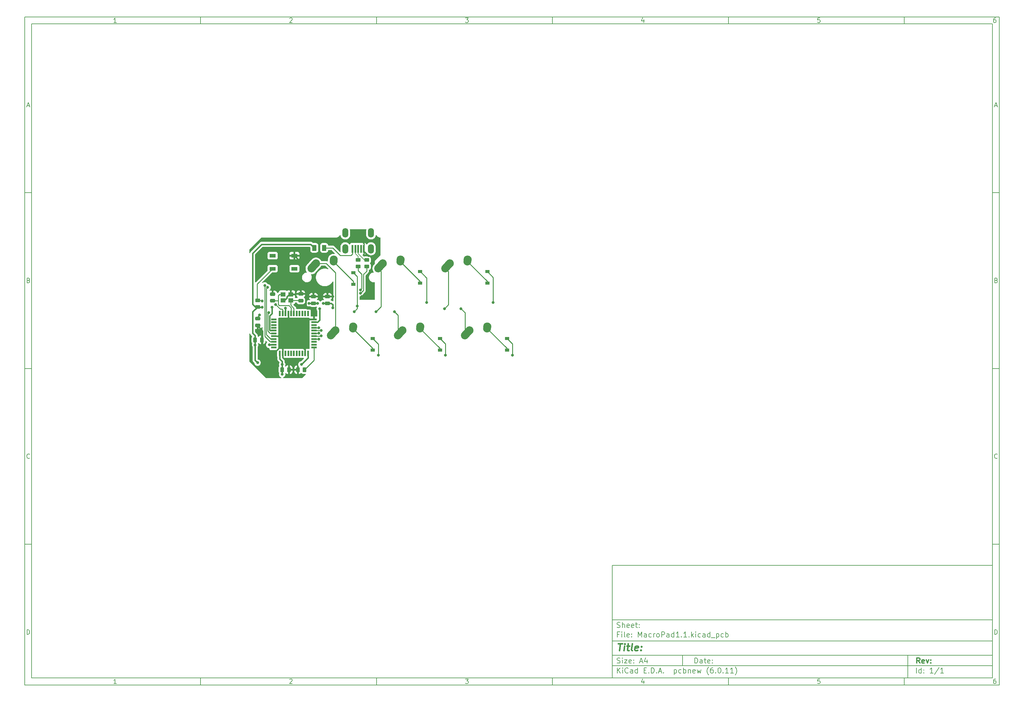
<source format=gbr>
%TF.GenerationSoftware,KiCad,Pcbnew,(6.0.11)*%
%TF.CreationDate,2023-06-10T22:17:44-04:00*%
%TF.ProjectId,MacroPad1.1,4d616372-6f50-4616-9431-2e312e6b6963,rev?*%
%TF.SameCoordinates,Original*%
%TF.FileFunction,Copper,L2,Bot*%
%TF.FilePolarity,Positive*%
%FSLAX46Y46*%
G04 Gerber Fmt 4.6, Leading zero omitted, Abs format (unit mm)*
G04 Created by KiCad (PCBNEW (6.0.11)) date 2023-06-10 22:17:44*
%MOMM*%
%LPD*%
G01*
G04 APERTURE LIST*
G04 Aperture macros list*
%AMRoundRect*
0 Rectangle with rounded corners*
0 $1 Rounding radius*
0 $2 $3 $4 $5 $6 $7 $8 $9 X,Y pos of 4 corners*
0 Add a 4 corners polygon primitive as box body*
4,1,4,$2,$3,$4,$5,$6,$7,$8,$9,$2,$3,0*
0 Add four circle primitives for the rounded corners*
1,1,$1+$1,$2,$3*
1,1,$1+$1,$4,$5*
1,1,$1+$1,$6,$7*
1,1,$1+$1,$8,$9*
0 Add four rect primitives between the rounded corners*
20,1,$1+$1,$2,$3,$4,$5,0*
20,1,$1+$1,$4,$5,$6,$7,0*
20,1,$1+$1,$6,$7,$8,$9,0*
20,1,$1+$1,$8,$9,$2,$3,0*%
%AMHorizOval*
0 Thick line with rounded ends*
0 $1 width*
0 $2 $3 position (X,Y) of the first rounded end (center of the circle)*
0 $4 $5 position (X,Y) of the second rounded end (center of the circle)*
0 Add line between two ends*
20,1,$1,$2,$3,$4,$5,0*
0 Add two circle primitives to create the rounded ends*
1,1,$1,$2,$3*
1,1,$1,$4,$5*%
G04 Aperture macros list end*
%ADD10C,0.100000*%
%ADD11C,0.150000*%
%ADD12C,0.300000*%
%ADD13C,0.400000*%
%TA.AperFunction,ComponentPad*%
%ADD14HorizOval,2.250000X0.655001X0.730000X-0.655001X-0.730000X0*%
%TD*%
%TA.AperFunction,ComponentPad*%
%ADD15C,2.250000*%
%TD*%
%TA.AperFunction,ComponentPad*%
%ADD16HorizOval,2.250000X0.020000X0.290000X-0.020000X-0.290000X0*%
%TD*%
%TA.AperFunction,SMDPad,CuDef*%
%ADD17RoundRect,0.250000X0.262500X0.450000X-0.262500X0.450000X-0.262500X-0.450000X0.262500X-0.450000X0*%
%TD*%
%TA.AperFunction,SMDPad,CuDef*%
%ADD18RoundRect,0.250000X0.475000X-0.250000X0.475000X0.250000X-0.475000X0.250000X-0.475000X-0.250000X0*%
%TD*%
%TA.AperFunction,SMDPad,CuDef*%
%ADD19R,1.200000X0.900000*%
%TD*%
%TA.AperFunction,SMDPad,CuDef*%
%ADD20RoundRect,0.250000X-0.475000X0.250000X-0.475000X-0.250000X0.475000X-0.250000X0.475000X0.250000X0*%
%TD*%
%TA.AperFunction,SMDPad,CuDef*%
%ADD21RoundRect,0.250000X-0.450000X0.262500X-0.450000X-0.262500X0.450000X-0.262500X0.450000X0.262500X0*%
%TD*%
%TA.AperFunction,SMDPad,CuDef*%
%ADD22RoundRect,0.250000X-0.250000X-0.475000X0.250000X-0.475000X0.250000X0.475000X-0.250000X0.475000X0*%
%TD*%
%TA.AperFunction,SMDPad,CuDef*%
%ADD23RoundRect,0.250000X0.375000X0.625000X-0.375000X0.625000X-0.375000X-0.625000X0.375000X-0.625000X0*%
%TD*%
%TA.AperFunction,SMDPad,CuDef*%
%ADD24R,1.800000X1.100000*%
%TD*%
%TA.AperFunction,SMDPad,CuDef*%
%ADD25R,0.500000X2.250000*%
%TD*%
%TA.AperFunction,ComponentPad*%
%ADD26O,1.700000X2.700000*%
%TD*%
%TA.AperFunction,SMDPad,CuDef*%
%ADD27R,1.500000X0.550000*%
%TD*%
%TA.AperFunction,SMDPad,CuDef*%
%ADD28R,0.550000X1.500000*%
%TD*%
%TA.AperFunction,SMDPad,CuDef*%
%ADD29R,1.400000X1.200000*%
%TD*%
%TA.AperFunction,ViaPad*%
%ADD30C,0.800000*%
%TD*%
%TA.AperFunction,Conductor*%
%ADD31C,0.400000*%
%TD*%
%TA.AperFunction,Conductor*%
%ADD32C,0.250000*%
%TD*%
%TA.AperFunction,Conductor*%
%ADD33C,0.200000*%
%TD*%
G04 APERTURE END LIST*
D10*
D11*
X177002200Y-166007200D02*
X177002200Y-198007200D01*
X285002200Y-198007200D01*
X285002200Y-166007200D01*
X177002200Y-166007200D01*
D10*
D11*
X10000000Y-10000000D02*
X10000000Y-200007200D01*
X287002200Y-200007200D01*
X287002200Y-10000000D01*
X10000000Y-10000000D01*
D10*
D11*
X12000000Y-12000000D02*
X12000000Y-198007200D01*
X285002200Y-198007200D01*
X285002200Y-12000000D01*
X12000000Y-12000000D01*
D10*
D11*
X60000000Y-12000000D02*
X60000000Y-10000000D01*
D10*
D11*
X110000000Y-12000000D02*
X110000000Y-10000000D01*
D10*
D11*
X160000000Y-12000000D02*
X160000000Y-10000000D01*
D10*
D11*
X210000000Y-12000000D02*
X210000000Y-10000000D01*
D10*
D11*
X260000000Y-12000000D02*
X260000000Y-10000000D01*
D10*
D11*
X36065476Y-11588095D02*
X35322619Y-11588095D01*
X35694047Y-11588095D02*
X35694047Y-10288095D01*
X35570238Y-10473809D01*
X35446428Y-10597619D01*
X35322619Y-10659523D01*
D10*
D11*
X85322619Y-10411904D02*
X85384523Y-10350000D01*
X85508333Y-10288095D01*
X85817857Y-10288095D01*
X85941666Y-10350000D01*
X86003571Y-10411904D01*
X86065476Y-10535714D01*
X86065476Y-10659523D01*
X86003571Y-10845238D01*
X85260714Y-11588095D01*
X86065476Y-11588095D01*
D10*
D11*
X135260714Y-10288095D02*
X136065476Y-10288095D01*
X135632142Y-10783333D01*
X135817857Y-10783333D01*
X135941666Y-10845238D01*
X136003571Y-10907142D01*
X136065476Y-11030952D01*
X136065476Y-11340476D01*
X136003571Y-11464285D01*
X135941666Y-11526190D01*
X135817857Y-11588095D01*
X135446428Y-11588095D01*
X135322619Y-11526190D01*
X135260714Y-11464285D01*
D10*
D11*
X185941666Y-10721428D02*
X185941666Y-11588095D01*
X185632142Y-10226190D02*
X185322619Y-11154761D01*
X186127380Y-11154761D01*
D10*
D11*
X236003571Y-10288095D02*
X235384523Y-10288095D01*
X235322619Y-10907142D01*
X235384523Y-10845238D01*
X235508333Y-10783333D01*
X235817857Y-10783333D01*
X235941666Y-10845238D01*
X236003571Y-10907142D01*
X236065476Y-11030952D01*
X236065476Y-11340476D01*
X236003571Y-11464285D01*
X235941666Y-11526190D01*
X235817857Y-11588095D01*
X235508333Y-11588095D01*
X235384523Y-11526190D01*
X235322619Y-11464285D01*
D10*
D11*
X285941666Y-10288095D02*
X285694047Y-10288095D01*
X285570238Y-10350000D01*
X285508333Y-10411904D01*
X285384523Y-10597619D01*
X285322619Y-10845238D01*
X285322619Y-11340476D01*
X285384523Y-11464285D01*
X285446428Y-11526190D01*
X285570238Y-11588095D01*
X285817857Y-11588095D01*
X285941666Y-11526190D01*
X286003571Y-11464285D01*
X286065476Y-11340476D01*
X286065476Y-11030952D01*
X286003571Y-10907142D01*
X285941666Y-10845238D01*
X285817857Y-10783333D01*
X285570238Y-10783333D01*
X285446428Y-10845238D01*
X285384523Y-10907142D01*
X285322619Y-11030952D01*
D10*
D11*
X60000000Y-198007200D02*
X60000000Y-200007200D01*
D10*
D11*
X110000000Y-198007200D02*
X110000000Y-200007200D01*
D10*
D11*
X160000000Y-198007200D02*
X160000000Y-200007200D01*
D10*
D11*
X210000000Y-198007200D02*
X210000000Y-200007200D01*
D10*
D11*
X260000000Y-198007200D02*
X260000000Y-200007200D01*
D10*
D11*
X36065476Y-199595295D02*
X35322619Y-199595295D01*
X35694047Y-199595295D02*
X35694047Y-198295295D01*
X35570238Y-198481009D01*
X35446428Y-198604819D01*
X35322619Y-198666723D01*
D10*
D11*
X85322619Y-198419104D02*
X85384523Y-198357200D01*
X85508333Y-198295295D01*
X85817857Y-198295295D01*
X85941666Y-198357200D01*
X86003571Y-198419104D01*
X86065476Y-198542914D01*
X86065476Y-198666723D01*
X86003571Y-198852438D01*
X85260714Y-199595295D01*
X86065476Y-199595295D01*
D10*
D11*
X135260714Y-198295295D02*
X136065476Y-198295295D01*
X135632142Y-198790533D01*
X135817857Y-198790533D01*
X135941666Y-198852438D01*
X136003571Y-198914342D01*
X136065476Y-199038152D01*
X136065476Y-199347676D01*
X136003571Y-199471485D01*
X135941666Y-199533390D01*
X135817857Y-199595295D01*
X135446428Y-199595295D01*
X135322619Y-199533390D01*
X135260714Y-199471485D01*
D10*
D11*
X185941666Y-198728628D02*
X185941666Y-199595295D01*
X185632142Y-198233390D02*
X185322619Y-199161961D01*
X186127380Y-199161961D01*
D10*
D11*
X236003571Y-198295295D02*
X235384523Y-198295295D01*
X235322619Y-198914342D01*
X235384523Y-198852438D01*
X235508333Y-198790533D01*
X235817857Y-198790533D01*
X235941666Y-198852438D01*
X236003571Y-198914342D01*
X236065476Y-199038152D01*
X236065476Y-199347676D01*
X236003571Y-199471485D01*
X235941666Y-199533390D01*
X235817857Y-199595295D01*
X235508333Y-199595295D01*
X235384523Y-199533390D01*
X235322619Y-199471485D01*
D10*
D11*
X285941666Y-198295295D02*
X285694047Y-198295295D01*
X285570238Y-198357200D01*
X285508333Y-198419104D01*
X285384523Y-198604819D01*
X285322619Y-198852438D01*
X285322619Y-199347676D01*
X285384523Y-199471485D01*
X285446428Y-199533390D01*
X285570238Y-199595295D01*
X285817857Y-199595295D01*
X285941666Y-199533390D01*
X286003571Y-199471485D01*
X286065476Y-199347676D01*
X286065476Y-199038152D01*
X286003571Y-198914342D01*
X285941666Y-198852438D01*
X285817857Y-198790533D01*
X285570238Y-198790533D01*
X285446428Y-198852438D01*
X285384523Y-198914342D01*
X285322619Y-199038152D01*
D10*
D11*
X10000000Y-60000000D02*
X12000000Y-60000000D01*
D10*
D11*
X10000000Y-110000000D02*
X12000000Y-110000000D01*
D10*
D11*
X10000000Y-160000000D02*
X12000000Y-160000000D01*
D10*
D11*
X10690476Y-35216666D02*
X11309523Y-35216666D01*
X10566666Y-35588095D02*
X11000000Y-34288095D01*
X11433333Y-35588095D01*
D10*
D11*
X11092857Y-84907142D02*
X11278571Y-84969047D01*
X11340476Y-85030952D01*
X11402380Y-85154761D01*
X11402380Y-85340476D01*
X11340476Y-85464285D01*
X11278571Y-85526190D01*
X11154761Y-85588095D01*
X10659523Y-85588095D01*
X10659523Y-84288095D01*
X11092857Y-84288095D01*
X11216666Y-84350000D01*
X11278571Y-84411904D01*
X11340476Y-84535714D01*
X11340476Y-84659523D01*
X11278571Y-84783333D01*
X11216666Y-84845238D01*
X11092857Y-84907142D01*
X10659523Y-84907142D01*
D10*
D11*
X11402380Y-135464285D02*
X11340476Y-135526190D01*
X11154761Y-135588095D01*
X11030952Y-135588095D01*
X10845238Y-135526190D01*
X10721428Y-135402380D01*
X10659523Y-135278571D01*
X10597619Y-135030952D01*
X10597619Y-134845238D01*
X10659523Y-134597619D01*
X10721428Y-134473809D01*
X10845238Y-134350000D01*
X11030952Y-134288095D01*
X11154761Y-134288095D01*
X11340476Y-134350000D01*
X11402380Y-134411904D01*
D10*
D11*
X10659523Y-185588095D02*
X10659523Y-184288095D01*
X10969047Y-184288095D01*
X11154761Y-184350000D01*
X11278571Y-184473809D01*
X11340476Y-184597619D01*
X11402380Y-184845238D01*
X11402380Y-185030952D01*
X11340476Y-185278571D01*
X11278571Y-185402380D01*
X11154761Y-185526190D01*
X10969047Y-185588095D01*
X10659523Y-185588095D01*
D10*
D11*
X287002200Y-60000000D02*
X285002200Y-60000000D01*
D10*
D11*
X287002200Y-110000000D02*
X285002200Y-110000000D01*
D10*
D11*
X287002200Y-160000000D02*
X285002200Y-160000000D01*
D10*
D11*
X285692676Y-35216666D02*
X286311723Y-35216666D01*
X285568866Y-35588095D02*
X286002200Y-34288095D01*
X286435533Y-35588095D01*
D10*
D11*
X286095057Y-84907142D02*
X286280771Y-84969047D01*
X286342676Y-85030952D01*
X286404580Y-85154761D01*
X286404580Y-85340476D01*
X286342676Y-85464285D01*
X286280771Y-85526190D01*
X286156961Y-85588095D01*
X285661723Y-85588095D01*
X285661723Y-84288095D01*
X286095057Y-84288095D01*
X286218866Y-84350000D01*
X286280771Y-84411904D01*
X286342676Y-84535714D01*
X286342676Y-84659523D01*
X286280771Y-84783333D01*
X286218866Y-84845238D01*
X286095057Y-84907142D01*
X285661723Y-84907142D01*
D10*
D11*
X286404580Y-135464285D02*
X286342676Y-135526190D01*
X286156961Y-135588095D01*
X286033152Y-135588095D01*
X285847438Y-135526190D01*
X285723628Y-135402380D01*
X285661723Y-135278571D01*
X285599819Y-135030952D01*
X285599819Y-134845238D01*
X285661723Y-134597619D01*
X285723628Y-134473809D01*
X285847438Y-134350000D01*
X286033152Y-134288095D01*
X286156961Y-134288095D01*
X286342676Y-134350000D01*
X286404580Y-134411904D01*
D10*
D11*
X285661723Y-185588095D02*
X285661723Y-184288095D01*
X285971247Y-184288095D01*
X286156961Y-184350000D01*
X286280771Y-184473809D01*
X286342676Y-184597619D01*
X286404580Y-184845238D01*
X286404580Y-185030952D01*
X286342676Y-185278571D01*
X286280771Y-185402380D01*
X286156961Y-185526190D01*
X285971247Y-185588095D01*
X285661723Y-185588095D01*
D10*
D11*
X200434342Y-193785771D02*
X200434342Y-192285771D01*
X200791485Y-192285771D01*
X201005771Y-192357200D01*
X201148628Y-192500057D01*
X201220057Y-192642914D01*
X201291485Y-192928628D01*
X201291485Y-193142914D01*
X201220057Y-193428628D01*
X201148628Y-193571485D01*
X201005771Y-193714342D01*
X200791485Y-193785771D01*
X200434342Y-193785771D01*
X202577200Y-193785771D02*
X202577200Y-193000057D01*
X202505771Y-192857200D01*
X202362914Y-192785771D01*
X202077200Y-192785771D01*
X201934342Y-192857200D01*
X202577200Y-193714342D02*
X202434342Y-193785771D01*
X202077200Y-193785771D01*
X201934342Y-193714342D01*
X201862914Y-193571485D01*
X201862914Y-193428628D01*
X201934342Y-193285771D01*
X202077200Y-193214342D01*
X202434342Y-193214342D01*
X202577200Y-193142914D01*
X203077200Y-192785771D02*
X203648628Y-192785771D01*
X203291485Y-192285771D02*
X203291485Y-193571485D01*
X203362914Y-193714342D01*
X203505771Y-193785771D01*
X203648628Y-193785771D01*
X204720057Y-193714342D02*
X204577200Y-193785771D01*
X204291485Y-193785771D01*
X204148628Y-193714342D01*
X204077200Y-193571485D01*
X204077200Y-193000057D01*
X204148628Y-192857200D01*
X204291485Y-192785771D01*
X204577200Y-192785771D01*
X204720057Y-192857200D01*
X204791485Y-193000057D01*
X204791485Y-193142914D01*
X204077200Y-193285771D01*
X205434342Y-193642914D02*
X205505771Y-193714342D01*
X205434342Y-193785771D01*
X205362914Y-193714342D01*
X205434342Y-193642914D01*
X205434342Y-193785771D01*
X205434342Y-192857200D02*
X205505771Y-192928628D01*
X205434342Y-193000057D01*
X205362914Y-192928628D01*
X205434342Y-192857200D01*
X205434342Y-193000057D01*
D10*
D11*
X177002200Y-194507200D02*
X285002200Y-194507200D01*
D10*
D11*
X178434342Y-196585771D02*
X178434342Y-195085771D01*
X179291485Y-196585771D02*
X178648628Y-195728628D01*
X179291485Y-195085771D02*
X178434342Y-195942914D01*
X179934342Y-196585771D02*
X179934342Y-195585771D01*
X179934342Y-195085771D02*
X179862914Y-195157200D01*
X179934342Y-195228628D01*
X180005771Y-195157200D01*
X179934342Y-195085771D01*
X179934342Y-195228628D01*
X181505771Y-196442914D02*
X181434342Y-196514342D01*
X181220057Y-196585771D01*
X181077200Y-196585771D01*
X180862914Y-196514342D01*
X180720057Y-196371485D01*
X180648628Y-196228628D01*
X180577200Y-195942914D01*
X180577200Y-195728628D01*
X180648628Y-195442914D01*
X180720057Y-195300057D01*
X180862914Y-195157200D01*
X181077200Y-195085771D01*
X181220057Y-195085771D01*
X181434342Y-195157200D01*
X181505771Y-195228628D01*
X182791485Y-196585771D02*
X182791485Y-195800057D01*
X182720057Y-195657200D01*
X182577200Y-195585771D01*
X182291485Y-195585771D01*
X182148628Y-195657200D01*
X182791485Y-196514342D02*
X182648628Y-196585771D01*
X182291485Y-196585771D01*
X182148628Y-196514342D01*
X182077200Y-196371485D01*
X182077200Y-196228628D01*
X182148628Y-196085771D01*
X182291485Y-196014342D01*
X182648628Y-196014342D01*
X182791485Y-195942914D01*
X184148628Y-196585771D02*
X184148628Y-195085771D01*
X184148628Y-196514342D02*
X184005771Y-196585771D01*
X183720057Y-196585771D01*
X183577200Y-196514342D01*
X183505771Y-196442914D01*
X183434342Y-196300057D01*
X183434342Y-195871485D01*
X183505771Y-195728628D01*
X183577200Y-195657200D01*
X183720057Y-195585771D01*
X184005771Y-195585771D01*
X184148628Y-195657200D01*
X186005771Y-195800057D02*
X186505771Y-195800057D01*
X186720057Y-196585771D02*
X186005771Y-196585771D01*
X186005771Y-195085771D01*
X186720057Y-195085771D01*
X187362914Y-196442914D02*
X187434342Y-196514342D01*
X187362914Y-196585771D01*
X187291485Y-196514342D01*
X187362914Y-196442914D01*
X187362914Y-196585771D01*
X188077200Y-196585771D02*
X188077200Y-195085771D01*
X188434342Y-195085771D01*
X188648628Y-195157200D01*
X188791485Y-195300057D01*
X188862914Y-195442914D01*
X188934342Y-195728628D01*
X188934342Y-195942914D01*
X188862914Y-196228628D01*
X188791485Y-196371485D01*
X188648628Y-196514342D01*
X188434342Y-196585771D01*
X188077200Y-196585771D01*
X189577200Y-196442914D02*
X189648628Y-196514342D01*
X189577200Y-196585771D01*
X189505771Y-196514342D01*
X189577200Y-196442914D01*
X189577200Y-196585771D01*
X190220057Y-196157200D02*
X190934342Y-196157200D01*
X190077200Y-196585771D02*
X190577200Y-195085771D01*
X191077200Y-196585771D01*
X191577200Y-196442914D02*
X191648628Y-196514342D01*
X191577200Y-196585771D01*
X191505771Y-196514342D01*
X191577200Y-196442914D01*
X191577200Y-196585771D01*
X194577200Y-195585771D02*
X194577200Y-197085771D01*
X194577200Y-195657200D02*
X194720057Y-195585771D01*
X195005771Y-195585771D01*
X195148628Y-195657200D01*
X195220057Y-195728628D01*
X195291485Y-195871485D01*
X195291485Y-196300057D01*
X195220057Y-196442914D01*
X195148628Y-196514342D01*
X195005771Y-196585771D01*
X194720057Y-196585771D01*
X194577200Y-196514342D01*
X196577200Y-196514342D02*
X196434342Y-196585771D01*
X196148628Y-196585771D01*
X196005771Y-196514342D01*
X195934342Y-196442914D01*
X195862914Y-196300057D01*
X195862914Y-195871485D01*
X195934342Y-195728628D01*
X196005771Y-195657200D01*
X196148628Y-195585771D01*
X196434342Y-195585771D01*
X196577200Y-195657200D01*
X197220057Y-196585771D02*
X197220057Y-195085771D01*
X197220057Y-195657200D02*
X197362914Y-195585771D01*
X197648628Y-195585771D01*
X197791485Y-195657200D01*
X197862914Y-195728628D01*
X197934342Y-195871485D01*
X197934342Y-196300057D01*
X197862914Y-196442914D01*
X197791485Y-196514342D01*
X197648628Y-196585771D01*
X197362914Y-196585771D01*
X197220057Y-196514342D01*
X198577200Y-195585771D02*
X198577200Y-196585771D01*
X198577200Y-195728628D02*
X198648628Y-195657200D01*
X198791485Y-195585771D01*
X199005771Y-195585771D01*
X199148628Y-195657200D01*
X199220057Y-195800057D01*
X199220057Y-196585771D01*
X200505771Y-196514342D02*
X200362914Y-196585771D01*
X200077200Y-196585771D01*
X199934342Y-196514342D01*
X199862914Y-196371485D01*
X199862914Y-195800057D01*
X199934342Y-195657200D01*
X200077200Y-195585771D01*
X200362914Y-195585771D01*
X200505771Y-195657200D01*
X200577200Y-195800057D01*
X200577200Y-195942914D01*
X199862914Y-196085771D01*
X201077200Y-195585771D02*
X201362914Y-196585771D01*
X201648628Y-195871485D01*
X201934342Y-196585771D01*
X202220057Y-195585771D01*
X204362914Y-197157200D02*
X204291485Y-197085771D01*
X204148628Y-196871485D01*
X204077200Y-196728628D01*
X204005771Y-196514342D01*
X203934342Y-196157200D01*
X203934342Y-195871485D01*
X204005771Y-195514342D01*
X204077200Y-195300057D01*
X204148628Y-195157200D01*
X204291485Y-194942914D01*
X204362914Y-194871485D01*
X205577200Y-195085771D02*
X205291485Y-195085771D01*
X205148628Y-195157200D01*
X205077200Y-195228628D01*
X204934342Y-195442914D01*
X204862914Y-195728628D01*
X204862914Y-196300057D01*
X204934342Y-196442914D01*
X205005771Y-196514342D01*
X205148628Y-196585771D01*
X205434342Y-196585771D01*
X205577200Y-196514342D01*
X205648628Y-196442914D01*
X205720057Y-196300057D01*
X205720057Y-195942914D01*
X205648628Y-195800057D01*
X205577200Y-195728628D01*
X205434342Y-195657200D01*
X205148628Y-195657200D01*
X205005771Y-195728628D01*
X204934342Y-195800057D01*
X204862914Y-195942914D01*
X206362914Y-196442914D02*
X206434342Y-196514342D01*
X206362914Y-196585771D01*
X206291485Y-196514342D01*
X206362914Y-196442914D01*
X206362914Y-196585771D01*
X207362914Y-195085771D02*
X207505771Y-195085771D01*
X207648628Y-195157200D01*
X207720057Y-195228628D01*
X207791485Y-195371485D01*
X207862914Y-195657200D01*
X207862914Y-196014342D01*
X207791485Y-196300057D01*
X207720057Y-196442914D01*
X207648628Y-196514342D01*
X207505771Y-196585771D01*
X207362914Y-196585771D01*
X207220057Y-196514342D01*
X207148628Y-196442914D01*
X207077200Y-196300057D01*
X207005771Y-196014342D01*
X207005771Y-195657200D01*
X207077200Y-195371485D01*
X207148628Y-195228628D01*
X207220057Y-195157200D01*
X207362914Y-195085771D01*
X208505771Y-196442914D02*
X208577200Y-196514342D01*
X208505771Y-196585771D01*
X208434342Y-196514342D01*
X208505771Y-196442914D01*
X208505771Y-196585771D01*
X210005771Y-196585771D02*
X209148628Y-196585771D01*
X209577200Y-196585771D02*
X209577200Y-195085771D01*
X209434342Y-195300057D01*
X209291485Y-195442914D01*
X209148628Y-195514342D01*
X211434342Y-196585771D02*
X210577200Y-196585771D01*
X211005771Y-196585771D02*
X211005771Y-195085771D01*
X210862914Y-195300057D01*
X210720057Y-195442914D01*
X210577200Y-195514342D01*
X211934342Y-197157200D02*
X212005771Y-197085771D01*
X212148628Y-196871485D01*
X212220057Y-196728628D01*
X212291485Y-196514342D01*
X212362914Y-196157200D01*
X212362914Y-195871485D01*
X212291485Y-195514342D01*
X212220057Y-195300057D01*
X212148628Y-195157200D01*
X212005771Y-194942914D01*
X211934342Y-194871485D01*
D10*
D11*
X177002200Y-191507200D02*
X285002200Y-191507200D01*
D10*
D12*
X264411485Y-193785771D02*
X263911485Y-193071485D01*
X263554342Y-193785771D02*
X263554342Y-192285771D01*
X264125771Y-192285771D01*
X264268628Y-192357200D01*
X264340057Y-192428628D01*
X264411485Y-192571485D01*
X264411485Y-192785771D01*
X264340057Y-192928628D01*
X264268628Y-193000057D01*
X264125771Y-193071485D01*
X263554342Y-193071485D01*
X265625771Y-193714342D02*
X265482914Y-193785771D01*
X265197200Y-193785771D01*
X265054342Y-193714342D01*
X264982914Y-193571485D01*
X264982914Y-193000057D01*
X265054342Y-192857200D01*
X265197200Y-192785771D01*
X265482914Y-192785771D01*
X265625771Y-192857200D01*
X265697200Y-193000057D01*
X265697200Y-193142914D01*
X264982914Y-193285771D01*
X266197200Y-192785771D02*
X266554342Y-193785771D01*
X266911485Y-192785771D01*
X267482914Y-193642914D02*
X267554342Y-193714342D01*
X267482914Y-193785771D01*
X267411485Y-193714342D01*
X267482914Y-193642914D01*
X267482914Y-193785771D01*
X267482914Y-192857200D02*
X267554342Y-192928628D01*
X267482914Y-193000057D01*
X267411485Y-192928628D01*
X267482914Y-192857200D01*
X267482914Y-193000057D01*
D10*
D11*
X178362914Y-193714342D02*
X178577200Y-193785771D01*
X178934342Y-193785771D01*
X179077200Y-193714342D01*
X179148628Y-193642914D01*
X179220057Y-193500057D01*
X179220057Y-193357200D01*
X179148628Y-193214342D01*
X179077200Y-193142914D01*
X178934342Y-193071485D01*
X178648628Y-193000057D01*
X178505771Y-192928628D01*
X178434342Y-192857200D01*
X178362914Y-192714342D01*
X178362914Y-192571485D01*
X178434342Y-192428628D01*
X178505771Y-192357200D01*
X178648628Y-192285771D01*
X179005771Y-192285771D01*
X179220057Y-192357200D01*
X179862914Y-193785771D02*
X179862914Y-192785771D01*
X179862914Y-192285771D02*
X179791485Y-192357200D01*
X179862914Y-192428628D01*
X179934342Y-192357200D01*
X179862914Y-192285771D01*
X179862914Y-192428628D01*
X180434342Y-192785771D02*
X181220057Y-192785771D01*
X180434342Y-193785771D01*
X181220057Y-193785771D01*
X182362914Y-193714342D02*
X182220057Y-193785771D01*
X181934342Y-193785771D01*
X181791485Y-193714342D01*
X181720057Y-193571485D01*
X181720057Y-193000057D01*
X181791485Y-192857200D01*
X181934342Y-192785771D01*
X182220057Y-192785771D01*
X182362914Y-192857200D01*
X182434342Y-193000057D01*
X182434342Y-193142914D01*
X181720057Y-193285771D01*
X183077200Y-193642914D02*
X183148628Y-193714342D01*
X183077200Y-193785771D01*
X183005771Y-193714342D01*
X183077200Y-193642914D01*
X183077200Y-193785771D01*
X183077200Y-192857200D02*
X183148628Y-192928628D01*
X183077200Y-193000057D01*
X183005771Y-192928628D01*
X183077200Y-192857200D01*
X183077200Y-193000057D01*
X184862914Y-193357200D02*
X185577200Y-193357200D01*
X184720057Y-193785771D02*
X185220057Y-192285771D01*
X185720057Y-193785771D01*
X186862914Y-192785771D02*
X186862914Y-193785771D01*
X186505771Y-192214342D02*
X186148628Y-193285771D01*
X187077200Y-193285771D01*
D10*
D11*
X263434342Y-196585771D02*
X263434342Y-195085771D01*
X264791485Y-196585771D02*
X264791485Y-195085771D01*
X264791485Y-196514342D02*
X264648628Y-196585771D01*
X264362914Y-196585771D01*
X264220057Y-196514342D01*
X264148628Y-196442914D01*
X264077200Y-196300057D01*
X264077200Y-195871485D01*
X264148628Y-195728628D01*
X264220057Y-195657200D01*
X264362914Y-195585771D01*
X264648628Y-195585771D01*
X264791485Y-195657200D01*
X265505771Y-196442914D02*
X265577200Y-196514342D01*
X265505771Y-196585771D01*
X265434342Y-196514342D01*
X265505771Y-196442914D01*
X265505771Y-196585771D01*
X265505771Y-195657200D02*
X265577200Y-195728628D01*
X265505771Y-195800057D01*
X265434342Y-195728628D01*
X265505771Y-195657200D01*
X265505771Y-195800057D01*
X268148628Y-196585771D02*
X267291485Y-196585771D01*
X267720057Y-196585771D02*
X267720057Y-195085771D01*
X267577200Y-195300057D01*
X267434342Y-195442914D01*
X267291485Y-195514342D01*
X269862914Y-195014342D02*
X268577200Y-196942914D01*
X271148628Y-196585771D02*
X270291485Y-196585771D01*
X270720057Y-196585771D02*
X270720057Y-195085771D01*
X270577200Y-195300057D01*
X270434342Y-195442914D01*
X270291485Y-195514342D01*
D10*
D11*
X177002200Y-187507200D02*
X285002200Y-187507200D01*
D10*
D13*
X178714580Y-188211961D02*
X179857438Y-188211961D01*
X179036009Y-190211961D02*
X179286009Y-188211961D01*
X180274104Y-190211961D02*
X180440771Y-188878628D01*
X180524104Y-188211961D02*
X180416961Y-188307200D01*
X180500295Y-188402438D01*
X180607438Y-188307200D01*
X180524104Y-188211961D01*
X180500295Y-188402438D01*
X181107438Y-188878628D02*
X181869342Y-188878628D01*
X181476485Y-188211961D02*
X181262200Y-189926247D01*
X181333628Y-190116723D01*
X181512200Y-190211961D01*
X181702676Y-190211961D01*
X182655057Y-190211961D02*
X182476485Y-190116723D01*
X182405057Y-189926247D01*
X182619342Y-188211961D01*
X184190771Y-190116723D02*
X183988390Y-190211961D01*
X183607438Y-190211961D01*
X183428866Y-190116723D01*
X183357438Y-189926247D01*
X183452676Y-189164342D01*
X183571723Y-188973866D01*
X183774104Y-188878628D01*
X184155057Y-188878628D01*
X184333628Y-188973866D01*
X184405057Y-189164342D01*
X184381247Y-189354819D01*
X183405057Y-189545295D01*
X185155057Y-190021485D02*
X185238390Y-190116723D01*
X185131247Y-190211961D01*
X185047914Y-190116723D01*
X185155057Y-190021485D01*
X185131247Y-190211961D01*
X185286009Y-188973866D02*
X185369342Y-189069104D01*
X185262200Y-189164342D01*
X185178866Y-189069104D01*
X185286009Y-188973866D01*
X185262200Y-189164342D01*
D10*
D11*
X178934342Y-185600057D02*
X178434342Y-185600057D01*
X178434342Y-186385771D02*
X178434342Y-184885771D01*
X179148628Y-184885771D01*
X179720057Y-186385771D02*
X179720057Y-185385771D01*
X179720057Y-184885771D02*
X179648628Y-184957200D01*
X179720057Y-185028628D01*
X179791485Y-184957200D01*
X179720057Y-184885771D01*
X179720057Y-185028628D01*
X180648628Y-186385771D02*
X180505771Y-186314342D01*
X180434342Y-186171485D01*
X180434342Y-184885771D01*
X181791485Y-186314342D02*
X181648628Y-186385771D01*
X181362914Y-186385771D01*
X181220057Y-186314342D01*
X181148628Y-186171485D01*
X181148628Y-185600057D01*
X181220057Y-185457200D01*
X181362914Y-185385771D01*
X181648628Y-185385771D01*
X181791485Y-185457200D01*
X181862914Y-185600057D01*
X181862914Y-185742914D01*
X181148628Y-185885771D01*
X182505771Y-186242914D02*
X182577200Y-186314342D01*
X182505771Y-186385771D01*
X182434342Y-186314342D01*
X182505771Y-186242914D01*
X182505771Y-186385771D01*
X182505771Y-185457200D02*
X182577200Y-185528628D01*
X182505771Y-185600057D01*
X182434342Y-185528628D01*
X182505771Y-185457200D01*
X182505771Y-185600057D01*
X184362914Y-186385771D02*
X184362914Y-184885771D01*
X184862914Y-185957200D01*
X185362914Y-184885771D01*
X185362914Y-186385771D01*
X186720057Y-186385771D02*
X186720057Y-185600057D01*
X186648628Y-185457200D01*
X186505771Y-185385771D01*
X186220057Y-185385771D01*
X186077200Y-185457200D01*
X186720057Y-186314342D02*
X186577200Y-186385771D01*
X186220057Y-186385771D01*
X186077200Y-186314342D01*
X186005771Y-186171485D01*
X186005771Y-186028628D01*
X186077200Y-185885771D01*
X186220057Y-185814342D01*
X186577200Y-185814342D01*
X186720057Y-185742914D01*
X188077200Y-186314342D02*
X187934342Y-186385771D01*
X187648628Y-186385771D01*
X187505771Y-186314342D01*
X187434342Y-186242914D01*
X187362914Y-186100057D01*
X187362914Y-185671485D01*
X187434342Y-185528628D01*
X187505771Y-185457200D01*
X187648628Y-185385771D01*
X187934342Y-185385771D01*
X188077200Y-185457200D01*
X188720057Y-186385771D02*
X188720057Y-185385771D01*
X188720057Y-185671485D02*
X188791485Y-185528628D01*
X188862914Y-185457200D01*
X189005771Y-185385771D01*
X189148628Y-185385771D01*
X189862914Y-186385771D02*
X189720057Y-186314342D01*
X189648628Y-186242914D01*
X189577200Y-186100057D01*
X189577200Y-185671485D01*
X189648628Y-185528628D01*
X189720057Y-185457200D01*
X189862914Y-185385771D01*
X190077200Y-185385771D01*
X190220057Y-185457200D01*
X190291485Y-185528628D01*
X190362914Y-185671485D01*
X190362914Y-186100057D01*
X190291485Y-186242914D01*
X190220057Y-186314342D01*
X190077200Y-186385771D01*
X189862914Y-186385771D01*
X191005771Y-186385771D02*
X191005771Y-184885771D01*
X191577200Y-184885771D01*
X191720057Y-184957200D01*
X191791485Y-185028628D01*
X191862914Y-185171485D01*
X191862914Y-185385771D01*
X191791485Y-185528628D01*
X191720057Y-185600057D01*
X191577200Y-185671485D01*
X191005771Y-185671485D01*
X193148628Y-186385771D02*
X193148628Y-185600057D01*
X193077200Y-185457200D01*
X192934342Y-185385771D01*
X192648628Y-185385771D01*
X192505771Y-185457200D01*
X193148628Y-186314342D02*
X193005771Y-186385771D01*
X192648628Y-186385771D01*
X192505771Y-186314342D01*
X192434342Y-186171485D01*
X192434342Y-186028628D01*
X192505771Y-185885771D01*
X192648628Y-185814342D01*
X193005771Y-185814342D01*
X193148628Y-185742914D01*
X194505771Y-186385771D02*
X194505771Y-184885771D01*
X194505771Y-186314342D02*
X194362914Y-186385771D01*
X194077200Y-186385771D01*
X193934342Y-186314342D01*
X193862914Y-186242914D01*
X193791485Y-186100057D01*
X193791485Y-185671485D01*
X193862914Y-185528628D01*
X193934342Y-185457200D01*
X194077200Y-185385771D01*
X194362914Y-185385771D01*
X194505771Y-185457200D01*
X196005771Y-186385771D02*
X195148628Y-186385771D01*
X195577200Y-186385771D02*
X195577200Y-184885771D01*
X195434342Y-185100057D01*
X195291485Y-185242914D01*
X195148628Y-185314342D01*
X196648628Y-186242914D02*
X196720057Y-186314342D01*
X196648628Y-186385771D01*
X196577200Y-186314342D01*
X196648628Y-186242914D01*
X196648628Y-186385771D01*
X198148628Y-186385771D02*
X197291485Y-186385771D01*
X197720057Y-186385771D02*
X197720057Y-184885771D01*
X197577200Y-185100057D01*
X197434342Y-185242914D01*
X197291485Y-185314342D01*
X198791485Y-186242914D02*
X198862914Y-186314342D01*
X198791485Y-186385771D01*
X198720057Y-186314342D01*
X198791485Y-186242914D01*
X198791485Y-186385771D01*
X199505771Y-186385771D02*
X199505771Y-184885771D01*
X199648628Y-185814342D02*
X200077200Y-186385771D01*
X200077200Y-185385771D02*
X199505771Y-185957200D01*
X200720057Y-186385771D02*
X200720057Y-185385771D01*
X200720057Y-184885771D02*
X200648628Y-184957200D01*
X200720057Y-185028628D01*
X200791485Y-184957200D01*
X200720057Y-184885771D01*
X200720057Y-185028628D01*
X202077200Y-186314342D02*
X201934342Y-186385771D01*
X201648628Y-186385771D01*
X201505771Y-186314342D01*
X201434342Y-186242914D01*
X201362914Y-186100057D01*
X201362914Y-185671485D01*
X201434342Y-185528628D01*
X201505771Y-185457200D01*
X201648628Y-185385771D01*
X201934342Y-185385771D01*
X202077200Y-185457200D01*
X203362914Y-186385771D02*
X203362914Y-185600057D01*
X203291485Y-185457200D01*
X203148628Y-185385771D01*
X202862914Y-185385771D01*
X202720057Y-185457200D01*
X203362914Y-186314342D02*
X203220057Y-186385771D01*
X202862914Y-186385771D01*
X202720057Y-186314342D01*
X202648628Y-186171485D01*
X202648628Y-186028628D01*
X202720057Y-185885771D01*
X202862914Y-185814342D01*
X203220057Y-185814342D01*
X203362914Y-185742914D01*
X204720057Y-186385771D02*
X204720057Y-184885771D01*
X204720057Y-186314342D02*
X204577200Y-186385771D01*
X204291485Y-186385771D01*
X204148628Y-186314342D01*
X204077200Y-186242914D01*
X204005771Y-186100057D01*
X204005771Y-185671485D01*
X204077200Y-185528628D01*
X204148628Y-185457200D01*
X204291485Y-185385771D01*
X204577200Y-185385771D01*
X204720057Y-185457200D01*
X205077200Y-186528628D02*
X206220057Y-186528628D01*
X206577200Y-185385771D02*
X206577200Y-186885771D01*
X206577200Y-185457200D02*
X206720057Y-185385771D01*
X207005771Y-185385771D01*
X207148628Y-185457200D01*
X207220057Y-185528628D01*
X207291485Y-185671485D01*
X207291485Y-186100057D01*
X207220057Y-186242914D01*
X207148628Y-186314342D01*
X207005771Y-186385771D01*
X206720057Y-186385771D01*
X206577200Y-186314342D01*
X208577200Y-186314342D02*
X208434342Y-186385771D01*
X208148628Y-186385771D01*
X208005771Y-186314342D01*
X207934342Y-186242914D01*
X207862914Y-186100057D01*
X207862914Y-185671485D01*
X207934342Y-185528628D01*
X208005771Y-185457200D01*
X208148628Y-185385771D01*
X208434342Y-185385771D01*
X208577200Y-185457200D01*
X209220057Y-186385771D02*
X209220057Y-184885771D01*
X209220057Y-185457200D02*
X209362914Y-185385771D01*
X209648628Y-185385771D01*
X209791485Y-185457200D01*
X209862914Y-185528628D01*
X209934342Y-185671485D01*
X209934342Y-186100057D01*
X209862914Y-186242914D01*
X209791485Y-186314342D01*
X209648628Y-186385771D01*
X209362914Y-186385771D01*
X209220057Y-186314342D01*
D10*
D11*
X177002200Y-181507200D02*
X285002200Y-181507200D01*
D10*
D11*
X178362914Y-183614342D02*
X178577200Y-183685771D01*
X178934342Y-183685771D01*
X179077200Y-183614342D01*
X179148628Y-183542914D01*
X179220057Y-183400057D01*
X179220057Y-183257200D01*
X179148628Y-183114342D01*
X179077200Y-183042914D01*
X178934342Y-182971485D01*
X178648628Y-182900057D01*
X178505771Y-182828628D01*
X178434342Y-182757200D01*
X178362914Y-182614342D01*
X178362914Y-182471485D01*
X178434342Y-182328628D01*
X178505771Y-182257200D01*
X178648628Y-182185771D01*
X179005771Y-182185771D01*
X179220057Y-182257200D01*
X179862914Y-183685771D02*
X179862914Y-182185771D01*
X180505771Y-183685771D02*
X180505771Y-182900057D01*
X180434342Y-182757200D01*
X180291485Y-182685771D01*
X180077200Y-182685771D01*
X179934342Y-182757200D01*
X179862914Y-182828628D01*
X181791485Y-183614342D02*
X181648628Y-183685771D01*
X181362914Y-183685771D01*
X181220057Y-183614342D01*
X181148628Y-183471485D01*
X181148628Y-182900057D01*
X181220057Y-182757200D01*
X181362914Y-182685771D01*
X181648628Y-182685771D01*
X181791485Y-182757200D01*
X181862914Y-182900057D01*
X181862914Y-183042914D01*
X181148628Y-183185771D01*
X183077200Y-183614342D02*
X182934342Y-183685771D01*
X182648628Y-183685771D01*
X182505771Y-183614342D01*
X182434342Y-183471485D01*
X182434342Y-182900057D01*
X182505771Y-182757200D01*
X182648628Y-182685771D01*
X182934342Y-182685771D01*
X183077200Y-182757200D01*
X183148628Y-182900057D01*
X183148628Y-183042914D01*
X182434342Y-183185771D01*
X183577200Y-182685771D02*
X184148628Y-182685771D01*
X183791485Y-182185771D02*
X183791485Y-183471485D01*
X183862914Y-183614342D01*
X184005771Y-183685771D01*
X184148628Y-183685771D01*
X184648628Y-183542914D02*
X184720057Y-183614342D01*
X184648628Y-183685771D01*
X184577200Y-183614342D01*
X184648628Y-183542914D01*
X184648628Y-183685771D01*
X184648628Y-182757200D02*
X184720057Y-182828628D01*
X184648628Y-182900057D01*
X184577200Y-182828628D01*
X184648628Y-182757200D01*
X184648628Y-182900057D01*
D10*
D12*
D10*
D11*
D10*
D11*
D10*
D11*
D10*
D11*
D10*
D11*
X197002200Y-191507200D02*
X197002200Y-194507200D01*
D10*
D11*
X261002200Y-191507200D02*
X261002200Y-198007200D01*
D14*
%TO.P,MX6,1,COL*%
%TO.N,Col2*%
X135786251Y-99867500D03*
D15*
X136441250Y-99137500D03*
%TO.P,MX6,2,ROW*%
%TO.N,Net-(D6-Pad2)*%
X141481250Y-98057500D03*
D16*
X141461250Y-98347500D03*
%TD*%
D15*
%TO.P,MX3,1,COL*%
%TO.N,Col1*%
X111803250Y-80087500D03*
D14*
X111148251Y-80817500D03*
D16*
%TO.P,MX3,2,ROW*%
%TO.N,Net-(D3-Pad2)*%
X116823250Y-79297500D03*
D15*
X116843250Y-79007500D03*
%TD*%
%TO.P,MX5,1,COL*%
%TO.N,Col2*%
X130853250Y-80087500D03*
D14*
X130198251Y-80817500D03*
D15*
%TO.P,MX5,2,ROW*%
%TO.N,Net-(D5-Pad2)*%
X135893250Y-79007500D03*
D16*
X135873250Y-79297500D03*
%TD*%
D15*
%TO.P,MX4,1,COL*%
%TO.N,Col1*%
X117391250Y-99137500D03*
D14*
X116736251Y-99867500D03*
D15*
%TO.P,MX4,2,ROW*%
%TO.N,Net-(D4-Pad2)*%
X122431250Y-98057500D03*
D16*
X122411250Y-98347500D03*
%TD*%
D14*
%TO.P,MX1,1,COL*%
%TO.N,Col0*%
X92130001Y-80817500D03*
D15*
X92785000Y-80087500D03*
%TO.P,MX1,2,ROW*%
%TO.N,Net-(D1-Pad2)*%
X97825000Y-79007500D03*
D16*
X97805000Y-79297500D03*
%TD*%
D15*
%TO.P,MX2,1,COL*%
%TO.N,Col0*%
X98341250Y-99137500D03*
D14*
X97686251Y-99867500D03*
D15*
%TO.P,MX2,2,ROW*%
%TO.N,Net-(D2-Pad2)*%
X103381250Y-98057500D03*
D16*
X103361250Y-98347500D03*
%TD*%
D17*
%TO.P,R4,1*%
%TO.N,Net-(R4-Pad1)*%
X89502750Y-110331250D03*
%TO.P,R4,2*%
%TO.N,GND*%
X87677750Y-110331250D03*
%TD*%
D18*
%TO.P,C6,1*%
%TO.N,+5V*%
X96043750Y-91437500D03*
%TO.P,C6,2*%
%TO.N,GND*%
X96043750Y-89537500D03*
%TD*%
D19*
%TO.P,D3,1,K*%
%TO.N,Row0*%
X122399500Y-82437500D03*
%TO.P,D3,2,A*%
%TO.N,Net-(D3-Pad2)*%
X122399500Y-85737500D03*
%TD*%
D20*
%TO.P,C2,1*%
%TO.N,GND*%
X88477349Y-88788766D03*
%TO.P,C2,2*%
%TO.N,Net-(C2-Pad2)*%
X88477349Y-90688766D03*
%TD*%
D18*
%TO.P,C3,1*%
%TO.N,Net-(C3-Pad1)*%
X80476349Y-90720516D03*
%TO.P,C3,2*%
%TO.N,GND*%
X80476349Y-88820516D03*
%TD*%
D19*
%TO.P,D1,1,K*%
%TO.N,Row0*%
X103381250Y-82737500D03*
%TO.P,D1,2,A*%
%TO.N,Net-(D1-Pad2)*%
X103381250Y-86037500D03*
%TD*%
%TO.P,D6,1,K*%
%TO.N,Row1*%
X147069250Y-101487500D03*
%TO.P,D6,2,A*%
%TO.N,Net-(D6-Pad2)*%
X147069250Y-104787500D03*
%TD*%
D21*
%TO.P,R3,1*%
%TO.N,Net-(R3-Pad1)*%
X76200000Y-90654500D03*
%TO.P,R3,2*%
%TO.N,+5V*%
X76200000Y-92479500D03*
%TD*%
%TO.P,R1,1*%
%TO.N,D-*%
X104775000Y-79137500D03*
%TO.P,R1,2*%
%TO.N,Net-(R1-Pad2)*%
X104775000Y-80962500D03*
%TD*%
D19*
%TO.P,D2,1,K*%
%TO.N,Row1*%
X108937500Y-101487500D03*
%TO.P,D2,2,A*%
%TO.N,Net-(D2-Pad2)*%
X108937500Y-104787500D03*
%TD*%
D22*
%TO.P,C4,1*%
%TO.N,+5V*%
X75504000Y-101854000D03*
%TO.P,C4,2*%
%TO.N,GND*%
X77404000Y-101854000D03*
%TD*%
D23*
%TO.P,F1,1*%
%TO.N,VCC*%
X95126000Y-75692000D03*
%TO.P,F1,2*%
%TO.N,+5V*%
X92326000Y-75692000D03*
%TD*%
D18*
%TO.P,C1,1*%
%TO.N,+5V*%
X92075000Y-91437500D03*
%TO.P,C1,2*%
%TO.N,GND*%
X92075000Y-89537500D03*
%TD*%
D22*
%TO.P,C5,1*%
%TO.N,+5V*%
X83195250Y-110331250D03*
%TO.P,C5,2*%
%TO.N,GND*%
X85095250Y-110331250D03*
%TD*%
D24*
%TO.P,SW1,1,1*%
%TO.N,GND*%
X86666000Y-77906000D03*
%TO.P,SW1,2,2*%
%TO.N,Net-(R3-Pad1)*%
X80466000Y-81606000D03*
%TO.P,SW1,3*%
%TO.N,N/C*%
X86666000Y-81606000D03*
%TO.P,SW1,4*%
X80466000Y-77906000D03*
%TD*%
D19*
%TO.P,D4,1,K*%
%TO.N,Row1*%
X128019250Y-101487500D03*
%TO.P,D4,2,A*%
%TO.N,Net-(D4-Pad2)*%
X128019250Y-104787500D03*
%TD*%
D25*
%TO.P,USB1,1,GND*%
%TO.N,GND*%
X106375000Y-75937500D03*
%TO.P,USB1,2,ID*%
%TO.N,unconnected-(USB1-Pad2)*%
X105575000Y-75937500D03*
%TO.P,USB1,3,D+*%
%TO.N,D+*%
X104775000Y-75937500D03*
%TO.P,USB1,4,D-*%
%TO.N,D-*%
X103975000Y-75937500D03*
%TO.P,USB1,5,VBUS*%
%TO.N,VCC*%
X103175000Y-75937500D03*
D26*
%TO.P,USB1,6,SHIELD*%
%TO.N,unconnected-(USB1-Pad6)*%
X108425000Y-75937500D03*
X101125000Y-75937500D03*
X108425000Y-71437500D03*
X101125000Y-71437500D03*
%TD*%
D19*
%TO.P,D5,1,K*%
%TO.N,Row0*%
X141481250Y-82437500D03*
%TO.P,D5,2,A*%
%TO.N,Net-(D5-Pad2)*%
X141481250Y-85737500D03*
%TD*%
D27*
%TO.P,U1,1,PE6*%
%TO.N,unconnected-(U1-Pad1)*%
X80818750Y-104012500D03*
%TO.P,U1,2,UVCC*%
%TO.N,+5V*%
X80818750Y-103212500D03*
%TO.P,U1,3,D-*%
%TO.N,Net-(R1-Pad2)*%
X80818750Y-102412500D03*
%TO.P,U1,4,D+*%
%TO.N,Net-(R2-Pad2)*%
X80818750Y-101612500D03*
%TO.P,U1,5,UGND*%
%TO.N,GND*%
X80818750Y-100812500D03*
%TO.P,U1,6,UCAP*%
%TO.N,Net-(C7-Pad1)*%
X80818750Y-100012500D03*
%TO.P,U1,7,VBUS*%
%TO.N,+5V*%
X80818750Y-99212500D03*
%TO.P,U1,8,PB0*%
%TO.N,unconnected-(U1-Pad8)*%
X80818750Y-98412500D03*
%TO.P,U1,9,PB1*%
%TO.N,unconnected-(U1-Pad9)*%
X80818750Y-97612500D03*
%TO.P,U1,10,PB2*%
%TO.N,unconnected-(U1-Pad10)*%
X80818750Y-96812500D03*
%TO.P,U1,11,PB3*%
%TO.N,unconnected-(U1-Pad11)*%
X80818750Y-96012500D03*
D28*
%TO.P,U1,12,PB7*%
%TO.N,unconnected-(U1-Pad12)*%
X82518750Y-94312500D03*
%TO.P,U1,13,~{RESET}*%
%TO.N,Net-(R3-Pad1)*%
X83318750Y-94312500D03*
%TO.P,U1,14,VCC*%
%TO.N,+5V*%
X84118750Y-94312500D03*
%TO.P,U1,15,GND*%
%TO.N,GND*%
X84918750Y-94312500D03*
%TO.P,U1,16,XTAL2*%
%TO.N,Net-(C3-Pad1)*%
X85718750Y-94312500D03*
%TO.P,U1,17,XTAL1*%
%TO.N,Net-(C2-Pad2)*%
X86518750Y-94312500D03*
%TO.P,U1,18,PD0*%
%TO.N,unconnected-(U1-Pad18)*%
X87318750Y-94312500D03*
%TO.P,U1,19,PD1*%
%TO.N,unconnected-(U1-Pad19)*%
X88118750Y-94312500D03*
%TO.P,U1,20,PD2*%
%TO.N,unconnected-(U1-Pad20)*%
X88918750Y-94312500D03*
%TO.P,U1,21,PD3*%
%TO.N,unconnected-(U1-Pad21)*%
X89718750Y-94312500D03*
%TO.P,U1,22,PD5*%
%TO.N,unconnected-(U1-Pad22)*%
X90518750Y-94312500D03*
D27*
%TO.P,U1,23,GND*%
%TO.N,GND*%
X92218750Y-96012500D03*
%TO.P,U1,24,AVCC*%
%TO.N,+5V*%
X92218750Y-96812500D03*
%TO.P,U1,25,PD4*%
%TO.N,unconnected-(U1-Pad25)*%
X92218750Y-97612500D03*
%TO.P,U1,26,PD6*%
%TO.N,Col2*%
X92218750Y-98412500D03*
%TO.P,U1,27,PD7*%
%TO.N,Row0*%
X92218750Y-99212500D03*
%TO.P,U1,28,PB4*%
%TO.N,Col1*%
X92218750Y-100012500D03*
%TO.P,U1,29,PB5*%
%TO.N,Col0*%
X92218750Y-100812500D03*
%TO.P,U1,30,PB6*%
%TO.N,Row1*%
X92218750Y-101612500D03*
%TO.P,U1,31,PC6*%
%TO.N,unconnected-(U1-Pad31)*%
X92218750Y-102412500D03*
%TO.P,U1,32,PC7*%
%TO.N,unconnected-(U1-Pad32)*%
X92218750Y-103212500D03*
%TO.P,U1,33,~{HWB}/PE2*%
%TO.N,Net-(R4-Pad1)*%
X92218750Y-104012500D03*
D28*
%TO.P,U1,34,VCC*%
%TO.N,+5V*%
X90518750Y-105712500D03*
%TO.P,U1,35,GND*%
%TO.N,GND*%
X89718750Y-105712500D03*
%TO.P,U1,36,PF7*%
%TO.N,unconnected-(U1-Pad36)*%
X88918750Y-105712500D03*
%TO.P,U1,37,PF6*%
%TO.N,unconnected-(U1-Pad37)*%
X88118750Y-105712500D03*
%TO.P,U1,38,PF5*%
%TO.N,unconnected-(U1-Pad38)*%
X87318750Y-105712500D03*
%TO.P,U1,39,PF4*%
%TO.N,unconnected-(U1-Pad39)*%
X86518750Y-105712500D03*
%TO.P,U1,40,PF1*%
%TO.N,unconnected-(U1-Pad40)*%
X85718750Y-105712500D03*
%TO.P,U1,41,PF0*%
%TO.N,unconnected-(U1-Pad41)*%
X84918750Y-105712500D03*
%TO.P,U1,42,AREF*%
%TO.N,unconnected-(U1-Pad42)*%
X84118750Y-105712500D03*
%TO.P,U1,43,GND*%
%TO.N,GND*%
X83318750Y-105712500D03*
%TO.P,U1,44,AVCC*%
%TO.N,+5V*%
X82518750Y-105712500D03*
%TD*%
D21*
%TO.P,R2,1*%
%TO.N,D+*%
X107188000Y-79137500D03*
%TO.P,R2,2*%
%TO.N,Net-(R2-Pad2)*%
X107188000Y-80962500D03*
%TD*%
D20*
%TO.P,C7,1*%
%TO.N,Net-(C7-Pad1)*%
X76200000Y-95824000D03*
%TO.P,C7,2*%
%TO.N,GND*%
X76200000Y-97724000D03*
%TD*%
D29*
%TO.P,Y1,1,1*%
%TO.N,Net-(C2-Pad2)*%
X85640349Y-90588766D03*
%TO.P,Y1,2,2*%
%TO.N,GND*%
X83440349Y-90588766D03*
%TO.P,Y1,3,3*%
%TO.N,Net-(C3-Pad1)*%
X83440349Y-88888766D03*
%TO.P,Y1,4,4*%
%TO.N,GND*%
X85640349Y-88888766D03*
%TD*%
D30*
%TO.N,+5V*%
X76200000Y-108331000D03*
X83185000Y-108839000D03*
X93218000Y-91440000D03*
X83185000Y-111633000D03*
X93853000Y-92964000D03*
X84074000Y-92799500D03*
X88646000Y-108839000D03*
X97536000Y-92710000D03*
X75504000Y-103317000D03*
X94869000Y-91440000D03*
X90805000Y-91440000D03*
X80264000Y-92583000D03*
X77470000Y-92583000D03*
X79502000Y-103251000D03*
%TO.N,GND*%
X85598000Y-87630000D03*
X97536000Y-89535000D03*
X80476349Y-87671651D03*
X96012000Y-88392000D03*
X88392000Y-87630000D03*
X105793303Y-89552587D03*
X92075000Y-88392000D03*
%TO.N,Net-(C7-Pad1)*%
X76708000Y-94742000D03*
X79406500Y-94107000D03*
%TO.N,Row0*%
X103632000Y-93815500D03*
X143129000Y-91186000D03*
X104521000Y-92202000D03*
X94238866Y-99192839D03*
X124206000Y-91186000D03*
%TO.N,Row1*%
X148590000Y-106172000D03*
X93599000Y-101600000D03*
X110490000Y-106172000D03*
X129540000Y-106172000D03*
%TO.N,Col0*%
X94239893Y-100717945D03*
%TO.N,Col1*%
X93593223Y-99955827D03*
X115062000Y-93815500D03*
X109817500Y-93815500D03*
%TO.N,Col2*%
X93599000Y-98425000D03*
X129286000Y-92964000D03*
X133985000Y-92964000D03*
%TO.N,Net-(R1-Pad2)*%
X78232000Y-86360000D03*
X105410000Y-87630000D03*
%TO.N,Net-(R2-Pad2)*%
X105410000Y-88629503D03*
X79063636Y-86914424D03*
%TO.N,Net-(R3-Pad1)*%
X81317500Y-91783500D03*
X77470000Y-90805000D03*
%TD*%
D31*
%TO.N,+5V*%
X75588500Y-92479500D02*
X76200000Y-92479500D01*
X90518750Y-105712500D02*
X90518750Y-106966250D01*
X75504000Y-107635000D02*
X76200000Y-108331000D01*
X76200000Y-92479500D02*
X74803000Y-93876500D01*
X79502000Y-103251000D02*
X80780250Y-103251000D01*
X74803000Y-93876500D02*
X74803000Y-99949000D01*
X76303500Y-92583000D02*
X76200000Y-92479500D01*
X79781500Y-99212500D02*
X79657000Y-99088000D01*
X77470000Y-92583000D02*
X76303500Y-92583000D01*
X84118750Y-92844250D02*
X84074000Y-92799500D01*
X96046250Y-91440000D02*
X97155000Y-91440000D01*
X83195250Y-111622750D02*
X83185000Y-111633000D01*
X77343000Y-74676000D02*
X74803000Y-77216000D01*
X93215500Y-91437500D02*
X93218000Y-91440000D01*
X74803000Y-99949000D02*
X75504000Y-100650000D01*
X93243750Y-96812500D02*
X92218750Y-96812500D01*
X97536000Y-91821000D02*
X97536000Y-92710000D01*
X84118750Y-94312500D02*
X84118750Y-92844250D01*
X92326000Y-75692000D02*
X91310000Y-74676000D01*
X80818750Y-99212500D02*
X79781500Y-99212500D01*
X83185000Y-107950000D02*
X83185000Y-108839000D01*
X89408000Y-108077000D02*
X88646000Y-108839000D01*
X83185000Y-108839000D02*
X83185000Y-109199500D01*
X90805000Y-91440000D02*
X92072500Y-91440000D01*
X93853000Y-92964000D02*
X93853000Y-96203250D01*
X92075000Y-91437500D02*
X93215500Y-91437500D01*
X75504000Y-103317000D02*
X75504000Y-107635000D01*
X79657000Y-94987871D02*
X80264000Y-94380871D01*
X79657000Y-99088000D02*
X79657000Y-94987871D01*
X80780250Y-103251000D02*
X80818750Y-103212500D01*
X94869000Y-91440000D02*
X96041250Y-91440000D01*
X75504000Y-101854000D02*
X75504000Y-103317000D01*
X93853000Y-96203250D02*
X93243750Y-96812500D01*
X83195250Y-109209750D02*
X83195250Y-110331250D01*
X82518750Y-105712500D02*
X82518750Y-107283750D01*
X96041250Y-91440000D02*
X96043750Y-91437500D01*
X83185000Y-109199500D02*
X83195250Y-109209750D01*
X75504000Y-100650000D02*
X75504000Y-101854000D01*
X80264000Y-94380871D02*
X80264000Y-92583000D01*
X74803000Y-91694000D02*
X75588500Y-92479500D01*
X96043750Y-91437500D02*
X96046250Y-91440000D01*
X90518750Y-106966250D02*
X89408000Y-108077000D01*
X97155000Y-91440000D02*
X97536000Y-91821000D01*
X74803000Y-77216000D02*
X74803000Y-91694000D01*
X92072500Y-91440000D02*
X92075000Y-91437500D01*
X83195250Y-110331250D02*
X83195250Y-111622750D01*
X82518750Y-107283750D02*
X83185000Y-107950000D01*
X91310000Y-74676000D02*
X77343000Y-74676000D01*
%TO.N,GND*%
X77597000Y-99314000D02*
X77597000Y-104267000D01*
X81968750Y-100812500D02*
X84918750Y-97862500D01*
X85095250Y-110331250D02*
X87677750Y-110331250D01*
X96046250Y-89535000D02*
X96043750Y-89537500D01*
X77597000Y-104267000D02*
X78740000Y-105410000D01*
X86666000Y-77906000D02*
X89027000Y-80267000D01*
X89027000Y-80267000D02*
X89027000Y-82296000D01*
X89916000Y-90297000D02*
X89916000Y-92583000D01*
X81026000Y-105410000D02*
X82302750Y-104133250D01*
X83867583Y-90588766D02*
X83440349Y-90588766D01*
X105793303Y-89552587D02*
X105793303Y-89532697D01*
X105793303Y-89532697D02*
X107061000Y-88265000D01*
D32*
X83440349Y-90588766D02*
X83540349Y-90588766D01*
D31*
X108585000Y-82169000D02*
X108585000Y-78359000D01*
X96043750Y-88423750D02*
X96012000Y-88392000D01*
X97536000Y-89535000D02*
X96046250Y-89535000D01*
X88392000Y-82931000D02*
X88392000Y-87630000D01*
X89718750Y-105712500D02*
X89718750Y-104687500D01*
X83318750Y-102162500D02*
X83318750Y-104133250D01*
X76200000Y-97917000D02*
X77597000Y-99314000D01*
X91957261Y-92964000D02*
X92218750Y-93225489D01*
X78740000Y-105410000D02*
X81026000Y-105410000D01*
D32*
X85240349Y-88888766D02*
X85640349Y-88888766D01*
D31*
X107061000Y-88265000D02*
X107061000Y-83693000D01*
X84918750Y-97862500D02*
X86768750Y-96012500D01*
X80818750Y-100812500D02*
X81968750Y-100812500D01*
D32*
X83440349Y-90588766D02*
X83690349Y-90588766D01*
D31*
X85240349Y-88888766D02*
X84540349Y-89588766D01*
X96043750Y-89537500D02*
X96043750Y-88423750D01*
X92075000Y-89537500D02*
X90675500Y-89537500D01*
X108204000Y-77978000D02*
X107660239Y-77978000D01*
X82302750Y-104133250D02*
X83318750Y-104133250D01*
X84918750Y-97862500D02*
X84918750Y-94312500D01*
X83318750Y-106862500D02*
X85095250Y-108639000D01*
X84540349Y-89916000D02*
X83867583Y-90588766D01*
X80476349Y-88820516D02*
X80476349Y-87671651D01*
X85640349Y-87672349D02*
X85598000Y-87630000D01*
X89718750Y-104687500D02*
X89164500Y-104133250D01*
X107061000Y-83693000D02*
X108585000Y-82169000D01*
X85640349Y-88888766D02*
X85640349Y-87672349D01*
X89916000Y-92583000D02*
X90297000Y-92964000D01*
X85095250Y-108639000D02*
X85095250Y-110331250D01*
X90675500Y-89537500D02*
X89916000Y-90297000D01*
X107660239Y-77978000D02*
X106375000Y-76692761D01*
X89027000Y-82296000D02*
X88392000Y-82931000D01*
X92218750Y-93225489D02*
X92218750Y-96012500D01*
X84540349Y-89588766D02*
X84540349Y-89916000D01*
X90297000Y-92964000D02*
X91957261Y-92964000D01*
X83318750Y-104133250D02*
X83318750Y-105712500D01*
X89164500Y-104133250D02*
X83318750Y-104133250D01*
X88477349Y-87715349D02*
X88392000Y-87630000D01*
X108585000Y-78359000D02*
X108204000Y-77978000D01*
X83318750Y-105712500D02*
X83318750Y-106862500D01*
X86768750Y-96012500D02*
X92218750Y-96012500D01*
X81968750Y-100812500D02*
X83318750Y-102162500D01*
D32*
X88392000Y-88703417D02*
X88477349Y-88788766D01*
D31*
X106375000Y-76692761D02*
X106375000Y-75937500D01*
X88477349Y-88788766D02*
X88477349Y-87715349D01*
X76200000Y-97724000D02*
X76200000Y-97917000D01*
X92075000Y-89537500D02*
X92075000Y-88392000D01*
D32*
%TO.N,Net-(C2-Pad2)*%
X85640349Y-91990349D02*
X86518750Y-92868750D01*
X88477349Y-90688766D02*
X88377349Y-90588766D01*
X85640349Y-90588766D02*
X85640349Y-91990349D01*
X86518750Y-92868750D02*
X86518750Y-94312500D01*
X88377349Y-90588766D02*
X85640349Y-90588766D01*
%TO.N,Net-(C3-Pad1)*%
X82296000Y-92075000D02*
X85090000Y-92075000D01*
X85090000Y-92076396D02*
X85724302Y-92710698D01*
X81999484Y-90720516D02*
X82042000Y-90678000D01*
X82042000Y-89281000D02*
X82042000Y-90678000D01*
X83440349Y-88888766D02*
X83340349Y-88888766D01*
X82423000Y-88900000D02*
X82042000Y-89281000D01*
X83329115Y-88900000D02*
X82423000Y-88900000D01*
X85724302Y-93306948D02*
X85718750Y-93312500D01*
X82042000Y-90678000D02*
X82042000Y-91821000D01*
X80476349Y-90720516D02*
X81999484Y-90720516D01*
X83340349Y-88888766D02*
X83329115Y-88900000D01*
X82042000Y-91821000D02*
X82296000Y-92075000D01*
X85724302Y-92710698D02*
X85724302Y-93306948D01*
X85718750Y-93312500D02*
X85718750Y-94312500D01*
X85090000Y-92075000D02*
X85090000Y-92076396D01*
%TO.N,Net-(C7-Pad1)*%
X79132000Y-99325750D02*
X79818750Y-100012500D01*
X79818750Y-100012500D02*
X80818750Y-100012500D01*
X76708000Y-94742000D02*
X76200000Y-95250000D01*
X79132000Y-94381500D02*
X79132000Y-99325750D01*
X79406500Y-94107000D02*
X79132000Y-94381500D01*
X76200000Y-95250000D02*
X76200000Y-95824000D01*
%TO.N,Row0*%
X104521000Y-92926500D02*
X104521000Y-83877250D01*
X122442500Y-82437500D02*
X124079000Y-84074000D01*
X104521000Y-83877250D02*
X103381250Y-82737500D01*
X124079000Y-84074000D02*
X124206000Y-84201000D01*
X122399500Y-82437500D02*
X122442500Y-82437500D01*
X94219205Y-99212500D02*
X94238866Y-99192839D01*
X103632000Y-93815500D02*
X104521000Y-92926500D01*
X143129000Y-84085250D02*
X141481250Y-82437500D01*
X92218750Y-99212500D02*
X94219205Y-99212500D01*
X124206000Y-84201000D02*
X124206000Y-91186000D01*
X143129000Y-91186000D02*
X143129000Y-84085250D01*
%TO.N,Net-(D1-Pad2)*%
X103381250Y-85183750D02*
X97785000Y-79587500D01*
X103381250Y-86037500D02*
X103381250Y-85183750D01*
%TO.N,Row1*%
X129540000Y-103008250D02*
X129540000Y-106172000D01*
X93586500Y-101612500D02*
X93599000Y-101600000D01*
X128019250Y-101487500D02*
X129540000Y-103008250D01*
X92218750Y-101612500D02*
X93586500Y-101612500D01*
X108937500Y-101487500D02*
X110490000Y-103040000D01*
X110490000Y-103040000D02*
X110490000Y-106172000D01*
X148590000Y-106172000D02*
X148590000Y-103008250D01*
X148590000Y-103008250D02*
X147069250Y-101487500D01*
%TO.N,Net-(D2-Pad2)*%
X108937500Y-104233750D02*
X108937500Y-104787500D01*
X103341250Y-98637500D02*
X108937500Y-104233750D01*
%TO.N,Net-(D3-Pad2)*%
X116803250Y-79587500D02*
X122399500Y-85183750D01*
X122399500Y-85183750D02*
X122399500Y-85737500D01*
%TO.N,Net-(D4-Pad2)*%
X122391250Y-98637500D02*
X128019250Y-104265500D01*
X128019250Y-104265500D02*
X128019250Y-104787500D01*
%TO.N,Net-(D5-Pad2)*%
X141481250Y-85215500D02*
X141481250Y-85737500D01*
X135853250Y-79587500D02*
X141481250Y-85215500D01*
%TO.N,Net-(D6-Pad2)*%
X147069250Y-104265500D02*
X147069250Y-104787500D01*
X141441250Y-98637500D02*
X147069250Y-104265500D01*
%TO.N,VCC*%
X97536000Y-75692000D02*
X95126000Y-75692000D01*
X102743000Y-77851000D02*
X99695000Y-77851000D01*
X99695000Y-77851000D02*
X97536000Y-75692000D01*
X103175000Y-75937500D02*
X103175000Y-77419000D01*
X103175000Y-77419000D02*
X102743000Y-77851000D01*
%TO.N,Col0*%
X98341250Y-82720250D02*
X98341250Y-99137500D01*
X92785000Y-80087500D02*
X95708500Y-80087500D01*
X92218750Y-100812500D02*
X94145338Y-100812500D01*
X95708500Y-80087500D02*
X98341250Y-82720250D01*
X94145338Y-100812500D02*
X94239893Y-100717945D01*
%TO.N,Col1*%
X111252000Y-92381000D02*
X109817500Y-93815500D01*
X92218750Y-100012500D02*
X93536550Y-100012500D01*
X115062000Y-93815500D02*
X116081250Y-94834750D01*
X93536550Y-100012500D02*
X93593223Y-99955827D01*
X116081250Y-94834750D02*
X116081250Y-100597500D01*
X111252000Y-82306250D02*
X111252000Y-92381000D01*
X110493250Y-81547500D02*
X111252000Y-82306250D01*
%TO.N,Col2*%
X130429000Y-91821000D02*
X130429000Y-82433250D01*
X129286000Y-92964000D02*
X130429000Y-91821000D01*
X135131250Y-94110250D02*
X135131250Y-100597500D01*
X93586500Y-98412500D02*
X93599000Y-98425000D01*
X130429000Y-82433250D02*
X129543250Y-81547500D01*
X92218750Y-98412500D02*
X93586500Y-98412500D01*
X133985000Y-92964000D02*
X135131250Y-94110250D01*
D33*
%TO.N,D-*%
X104775000Y-78105000D02*
X104775000Y-79137500D01*
X103975000Y-77305000D02*
X104775000Y-78105000D01*
X103975000Y-75937500D02*
X103975000Y-77305000D01*
D32*
%TO.N,Net-(R1-Pad2)*%
X104775000Y-80962500D02*
X104775000Y-82169000D01*
X105791000Y-87249000D02*
X105410000Y-87630000D01*
X104775000Y-82169000D02*
X105791000Y-83185000D01*
X78232000Y-86360000D02*
X78232000Y-100825750D01*
X105791000Y-83185000D02*
X105791000Y-87249000D01*
X78232000Y-100825750D02*
X79818750Y-102412500D01*
X79818750Y-102412500D02*
X80818750Y-102412500D01*
D33*
%TO.N,D+*%
X106569500Y-79137500D02*
X107188000Y-79137500D01*
X104775000Y-75937500D02*
X104775000Y-77343000D01*
X104775000Y-77343000D02*
X106569500Y-79137500D01*
D32*
%TO.N,Net-(R2-Pad2)*%
X106299000Y-87630000D02*
X106299000Y-87766305D01*
X106299000Y-87766305D02*
X105435802Y-88629503D01*
X107188000Y-80962500D02*
X107188000Y-82296000D01*
X79063636Y-86914424D02*
X78682000Y-87296060D01*
X105435802Y-88629503D02*
X105410000Y-88629503D01*
X78682000Y-100350750D02*
X79943750Y-101612500D01*
X107188000Y-82296000D02*
X106299000Y-83185000D01*
X79943750Y-101612500D02*
X80818750Y-101612500D01*
X78682000Y-87296060D02*
X78682000Y-100350750D01*
X106299000Y-83185000D02*
X106299000Y-87630000D01*
%TO.N,Net-(R3-Pad1)*%
X76200000Y-90654500D02*
X77319500Y-90654500D01*
X76073000Y-90527500D02*
X76200000Y-90654500D01*
X83318750Y-93351750D02*
X83318750Y-94312500D01*
X82625000Y-93091000D02*
X83058000Y-93091000D01*
X81317500Y-91783500D02*
X82625000Y-93091000D01*
X83058000Y-93091000D02*
X83318750Y-93351750D01*
X77319500Y-90654500D02*
X77470000Y-90805000D01*
X80466000Y-81606000D02*
X76073000Y-85999000D01*
X76073000Y-85999000D02*
X76073000Y-90527500D01*
%TO.N,Net-(R4-Pad1)*%
X89502750Y-110331250D02*
X92218750Y-107615250D01*
X92218750Y-107615250D02*
X92218750Y-104012500D01*
%TD*%
%TA.AperFunction,Conductor*%
%TO.N,GND*%
G36*
X76396121Y-97490002D02*
G01*
X76442614Y-97543658D01*
X76454000Y-97596000D01*
X76454000Y-98713884D01*
X76458475Y-98729123D01*
X76459865Y-98730328D01*
X76467548Y-98731999D01*
X76722095Y-98731999D01*
X76728614Y-98731662D01*
X76824206Y-98721743D01*
X76837600Y-98718851D01*
X76991784Y-98667412D01*
X77004962Y-98661239D01*
X77142807Y-98575937D01*
X77154208Y-98566901D01*
X77268739Y-98452171D01*
X77277751Y-98440760D01*
X77365240Y-98298825D01*
X77418012Y-98251332D01*
X77488083Y-98239908D01*
X77553207Y-98268182D01*
X77592707Y-98327176D01*
X77598500Y-98364941D01*
X77598500Y-100746983D01*
X77597973Y-100758166D01*
X77596298Y-100765659D01*
X77596547Y-100773585D01*
X77596547Y-100773586D01*
X77598438Y-100833736D01*
X77598500Y-100837695D01*
X77598500Y-100865606D01*
X77598997Y-100869540D01*
X77598997Y-100869541D01*
X77599005Y-100869606D01*
X77599938Y-100881443D01*
X77601327Y-100925639D01*
X77606978Y-100945089D01*
X77610987Y-100964450D01*
X77613526Y-100984547D01*
X77616445Y-100991918D01*
X77616445Y-100991920D01*
X77629804Y-101025662D01*
X77633649Y-101036892D01*
X77641295Y-101063209D01*
X77645982Y-101079343D01*
X77648107Y-101082936D01*
X77658000Y-101130706D01*
X77658000Y-103068884D01*
X77662475Y-103084123D01*
X77663865Y-103085328D01*
X77671548Y-103086999D01*
X77701095Y-103086999D01*
X77707614Y-103086662D01*
X77803206Y-103076743D01*
X77816600Y-103073851D01*
X77970784Y-103022412D01*
X77983962Y-103016239D01*
X78121807Y-102930937D01*
X78133208Y-102921901D01*
X78247739Y-102807171D01*
X78256751Y-102795760D01*
X78341816Y-102657757D01*
X78347963Y-102644576D01*
X78399138Y-102490290D01*
X78402005Y-102476914D01*
X78411672Y-102382562D01*
X78412000Y-102376146D01*
X78412000Y-102205844D01*
X78432002Y-102137723D01*
X78485658Y-102091230D01*
X78555932Y-102081126D01*
X78620512Y-102110620D01*
X78627095Y-102116749D01*
X78898240Y-102387894D01*
X78932266Y-102450206D01*
X78927201Y-102521021D01*
X78894071Y-102569719D01*
X78890747Y-102572134D01*
X78762960Y-102714056D01*
X78667473Y-102879444D01*
X78608458Y-103061072D01*
X78607768Y-103067633D01*
X78607768Y-103067635D01*
X78602181Y-103120794D01*
X78588496Y-103251000D01*
X78589186Y-103257565D01*
X78593792Y-103301384D01*
X78608458Y-103440928D01*
X78667473Y-103622556D01*
X78762960Y-103787944D01*
X78767378Y-103792851D01*
X78767379Y-103792852D01*
X78829355Y-103861683D01*
X78890747Y-103929866D01*
X79045248Y-104042118D01*
X79051276Y-104044802D01*
X79051278Y-104044803D01*
X79213681Y-104117109D01*
X79219712Y-104119794D01*
X79313113Y-104139647D01*
X79400056Y-104158128D01*
X79400061Y-104158128D01*
X79406513Y-104159500D01*
X79434250Y-104159500D01*
X79502371Y-104179502D01*
X79548864Y-104233158D01*
X79560250Y-104285500D01*
X79560250Y-104335634D01*
X79567005Y-104397816D01*
X79618135Y-104534205D01*
X79705489Y-104650761D01*
X79822045Y-104738115D01*
X79958434Y-104789245D01*
X80020616Y-104796000D01*
X81609250Y-104796000D01*
X81677371Y-104816002D01*
X81723864Y-104869658D01*
X81735250Y-104922000D01*
X81735250Y-106510634D01*
X81742005Y-106572816D01*
X81793135Y-106709205D01*
X81795486Y-106712342D01*
X81810250Y-106770050D01*
X81810250Y-107254838D01*
X81809958Y-107263408D01*
X81807419Y-107300656D01*
X81806025Y-107321102D01*
X81807330Y-107328579D01*
X81807330Y-107328580D01*
X81817011Y-107384049D01*
X81817973Y-107390571D01*
X81825648Y-107453992D01*
X81828331Y-107461093D01*
X81828972Y-107463702D01*
X81833435Y-107480012D01*
X81834200Y-107482548D01*
X81835507Y-107490034D01*
X81838561Y-107496991D01*
X81861192Y-107548545D01*
X81863683Y-107554649D01*
X81886263Y-107614406D01*
X81890567Y-107620669D01*
X81891804Y-107623035D01*
X81900049Y-107637847D01*
X81901382Y-107640101D01*
X81904435Y-107647055D01*
X81941441Y-107695280D01*
X81943329Y-107697741D01*
X81947209Y-107703082D01*
X81979089Y-107749470D01*
X81979094Y-107749475D01*
X81983393Y-107755731D01*
X81989063Y-107760782D01*
X81989064Y-107760784D01*
X82029920Y-107797185D01*
X82035196Y-107802166D01*
X82410217Y-108177187D01*
X82444243Y-108239499D01*
X82439178Y-108310314D01*
X82430241Y-108329282D01*
X82354415Y-108460617D01*
X82350473Y-108467444D01*
X82291458Y-108649072D01*
X82271496Y-108839000D01*
X82272186Y-108845565D01*
X82289863Y-109013749D01*
X82291458Y-109028928D01*
X82350473Y-109210556D01*
X82355996Y-109220122D01*
X82363780Y-109233604D01*
X82380517Y-109302599D01*
X82353542Y-109374695D01*
X82351115Y-109377767D01*
X82345945Y-109382947D01*
X82342105Y-109389177D01*
X82342104Y-109389178D01*
X82304718Y-109449830D01*
X82253135Y-109533512D01*
X82197453Y-109701389D01*
X82186750Y-109805850D01*
X82186750Y-110856650D01*
X82187087Y-110859896D01*
X82187087Y-110859900D01*
X82196868Y-110954164D01*
X82197724Y-110962416D01*
X82253700Y-111130196D01*
X82305001Y-111213098D01*
X82314376Y-111228247D01*
X82333214Y-111296699D01*
X82327065Y-111333486D01*
X82291458Y-111443072D01*
X82290768Y-111449633D01*
X82290768Y-111449635D01*
X82278757Y-111563912D01*
X82271496Y-111633000D01*
X82291458Y-111822928D01*
X82350473Y-112004556D01*
X82445960Y-112169944D01*
X82573747Y-112311866D01*
X82728248Y-112424118D01*
X82734276Y-112426802D01*
X82734278Y-112426803D01*
X82834430Y-112471393D01*
X82888525Y-112517373D01*
X82909175Y-112585300D01*
X82889823Y-112653608D01*
X82836612Y-112700610D01*
X82783181Y-112712500D01*
X78633440Y-112712500D01*
X78565319Y-112692498D01*
X78544345Y-112675595D01*
X73899187Y-108030437D01*
X73865161Y-107968125D01*
X73862282Y-107941342D01*
X73862282Y-100148512D01*
X73882284Y-100080391D01*
X73935940Y-100033898D01*
X74006214Y-100023794D01*
X74070794Y-100053288D01*
X74109595Y-100116742D01*
X74109898Y-100119242D01*
X74112581Y-100126344D01*
X74113224Y-100128960D01*
X74117685Y-100145262D01*
X74118450Y-100147798D01*
X74119757Y-100155284D01*
X74122811Y-100162241D01*
X74145442Y-100213795D01*
X74147935Y-100219904D01*
X74167684Y-100272168D01*
X74170513Y-100279656D01*
X74174817Y-100285919D01*
X74176054Y-100288285D01*
X74184299Y-100303097D01*
X74185632Y-100305351D01*
X74188685Y-100312305D01*
X74214840Y-100346389D01*
X74227579Y-100362991D01*
X74231459Y-100368332D01*
X74263339Y-100414720D01*
X74263344Y-100414725D01*
X74267643Y-100420981D01*
X74273313Y-100426032D01*
X74273314Y-100426034D01*
X74314170Y-100462435D01*
X74319446Y-100467416D01*
X74623559Y-100771529D01*
X74657585Y-100833841D01*
X74652520Y-100904656D01*
X74641725Y-100926739D01*
X74630413Y-100945089D01*
X74567904Y-101046498D01*
X74561885Y-101056262D01*
X74553791Y-101080666D01*
X74509429Y-101214414D01*
X74506203Y-101224139D01*
X74505503Y-101230975D01*
X74505502Y-101230978D01*
X74502236Y-101262857D01*
X74495500Y-101328600D01*
X74495500Y-102379400D01*
X74495837Y-102382646D01*
X74495837Y-102382650D01*
X74505618Y-102476914D01*
X74506474Y-102485166D01*
X74508655Y-102491702D01*
X74508655Y-102491704D01*
X74518436Y-102521021D01*
X74562450Y-102652946D01*
X74655522Y-102803348D01*
X74658845Y-102806665D01*
X74685076Y-102871478D01*
X74674800Y-102935176D01*
X74672774Y-102939726D01*
X74669473Y-102945444D01*
X74667433Y-102951724D01*
X74667432Y-102951725D01*
X74651700Y-103000144D01*
X74610458Y-103127072D01*
X74609768Y-103133633D01*
X74609768Y-103133635D01*
X74598123Y-103244435D01*
X74590496Y-103317000D01*
X74591186Y-103323565D01*
X74602968Y-103435660D01*
X74610458Y-103506928D01*
X74669473Y-103688556D01*
X74672776Y-103694278D01*
X74672777Y-103694279D01*
X74761658Y-103848225D01*
X74764960Y-103853944D01*
X74769379Y-103858852D01*
X74771436Y-103861683D01*
X74795295Y-103928551D01*
X74795500Y-103935744D01*
X74795500Y-107606088D01*
X74795208Y-107614658D01*
X74793000Y-107647055D01*
X74791275Y-107672352D01*
X74792580Y-107679829D01*
X74792580Y-107679830D01*
X74802261Y-107735299D01*
X74803223Y-107741821D01*
X74810898Y-107805242D01*
X74813581Y-107812343D01*
X74814222Y-107814952D01*
X74818685Y-107831262D01*
X74819450Y-107833798D01*
X74820757Y-107841284D01*
X74823811Y-107848241D01*
X74846442Y-107899795D01*
X74848935Y-107905904D01*
X74867977Y-107956297D01*
X74871513Y-107965656D01*
X74875817Y-107971919D01*
X74877054Y-107974285D01*
X74885299Y-107989097D01*
X74886632Y-107991351D01*
X74889685Y-107998305D01*
X74925668Y-108045197D01*
X74928579Y-108048991D01*
X74932459Y-108054332D01*
X74964339Y-108100720D01*
X74964344Y-108100725D01*
X74968643Y-108106981D01*
X74974313Y-108112032D01*
X74974314Y-108112034D01*
X75015170Y-108148435D01*
X75020446Y-108153416D01*
X75265335Y-108398305D01*
X75299361Y-108460617D01*
X75301550Y-108474228D01*
X75306458Y-108520928D01*
X75365473Y-108702556D01*
X75460960Y-108867944D01*
X75465378Y-108872851D01*
X75465379Y-108872852D01*
X75565069Y-108983569D01*
X75588747Y-109009866D01*
X75642737Y-109049092D01*
X75728495Y-109111399D01*
X75743248Y-109122118D01*
X75749276Y-109124802D01*
X75749278Y-109124803D01*
X75890858Y-109187838D01*
X75917712Y-109199794D01*
X76011113Y-109219647D01*
X76098056Y-109238128D01*
X76098061Y-109238128D01*
X76104513Y-109239500D01*
X76295487Y-109239500D01*
X76301939Y-109238128D01*
X76301944Y-109238128D01*
X76388887Y-109219647D01*
X76482288Y-109199794D01*
X76509142Y-109187838D01*
X76650722Y-109124803D01*
X76650724Y-109124802D01*
X76656752Y-109122118D01*
X76671506Y-109111399D01*
X76757263Y-109049092D01*
X76811253Y-109009866D01*
X76834931Y-108983569D01*
X76934621Y-108872852D01*
X76934622Y-108872851D01*
X76939040Y-108867944D01*
X77034527Y-108702556D01*
X77093542Y-108520928D01*
X77113504Y-108331000D01*
X77103887Y-108239499D01*
X77094232Y-108147635D01*
X77094232Y-108147633D01*
X77093542Y-108141072D01*
X77034527Y-107959444D01*
X76939040Y-107794056D01*
X76888663Y-107738106D01*
X76815675Y-107657045D01*
X76815674Y-107657044D01*
X76811253Y-107652134D01*
X76656752Y-107539882D01*
X76650724Y-107537198D01*
X76650722Y-107537197D01*
X76488319Y-107464891D01*
X76488318Y-107464891D01*
X76482288Y-107462206D01*
X76329431Y-107429715D01*
X76266533Y-107395563D01*
X76249405Y-107378435D01*
X76215379Y-107316123D01*
X76212500Y-107289340D01*
X76212500Y-103935744D01*
X76232502Y-103867623D01*
X76236564Y-103861683D01*
X76238621Y-103858852D01*
X76243040Y-103853944D01*
X76246342Y-103848225D01*
X76335223Y-103694279D01*
X76335224Y-103694278D01*
X76338527Y-103688556D01*
X76397542Y-103506928D01*
X76405033Y-103435660D01*
X76416814Y-103323565D01*
X76417504Y-103317000D01*
X76409877Y-103244435D01*
X76398232Y-103133635D01*
X76398232Y-103133633D01*
X76397542Y-103127072D01*
X76356300Y-103000144D01*
X76340568Y-102951725D01*
X76340567Y-102951724D01*
X76338527Y-102945444D01*
X76335225Y-102939724D01*
X76333204Y-102935186D01*
X76323769Y-102864819D01*
X76349168Y-102806447D01*
X76353305Y-102802303D01*
X76356104Y-102797763D01*
X76413358Y-102757175D01*
X76484281Y-102753947D01*
X76545691Y-102789576D01*
X76553062Y-102798068D01*
X76561098Y-102808207D01*
X76675829Y-102922739D01*
X76687240Y-102931751D01*
X76825243Y-103016816D01*
X76838424Y-103022963D01*
X76992710Y-103074138D01*
X77006086Y-103077005D01*
X77100438Y-103086672D01*
X77106854Y-103087000D01*
X77131885Y-103087000D01*
X77147124Y-103082525D01*
X77148329Y-103081135D01*
X77150000Y-103073452D01*
X77150000Y-100639116D01*
X77145525Y-100623877D01*
X77144135Y-100622672D01*
X77136452Y-100621001D01*
X77106905Y-100621001D01*
X77100386Y-100621338D01*
X77004794Y-100631257D01*
X76991400Y-100634149D01*
X76837216Y-100685588D01*
X76824038Y-100691761D01*
X76686193Y-100777063D01*
X76674792Y-100786099D01*
X76560262Y-100900828D01*
X76553206Y-100909762D01*
X76495288Y-100950823D01*
X76424365Y-100954053D01*
X76362954Y-100918426D01*
X76356154Y-100910593D01*
X76352478Y-100904652D01*
X76283414Y-100835708D01*
X76249482Y-100801835D01*
X76215403Y-100739552D01*
X76212500Y-100712662D01*
X76212500Y-100678927D01*
X76212792Y-100670358D01*
X76216210Y-100620225D01*
X76216210Y-100620221D01*
X76216726Y-100612648D01*
X76205736Y-100549681D01*
X76204775Y-100543165D01*
X76198678Y-100492783D01*
X76197102Y-100479758D01*
X76194419Y-100472657D01*
X76193778Y-100470048D01*
X76189309Y-100453715D01*
X76188548Y-100451195D01*
X76187243Y-100443717D01*
X76180808Y-100429057D01*
X76161559Y-100385204D01*
X76159068Y-100379099D01*
X76139175Y-100326456D01*
X76139173Y-100326452D01*
X76136487Y-100319344D01*
X76132184Y-100313083D01*
X76130947Y-100310717D01*
X76122720Y-100295937D01*
X76121369Y-100293652D01*
X76118315Y-100286695D01*
X76113695Y-100280675D01*
X76113692Y-100280669D01*
X76079421Y-100236009D01*
X76075541Y-100230668D01*
X76043661Y-100184280D01*
X76043656Y-100184275D01*
X76039357Y-100178019D01*
X76024467Y-100164752D01*
X75992830Y-100136565D01*
X75987554Y-100131584D01*
X75548405Y-99692435D01*
X75514379Y-99630123D01*
X75511500Y-99603340D01*
X75511500Y-98854855D01*
X75531502Y-98786734D01*
X75585158Y-98740241D01*
X75650341Y-98729511D01*
X75671435Y-98731672D01*
X75677854Y-98732000D01*
X75927885Y-98732000D01*
X75943124Y-98727525D01*
X75944329Y-98726135D01*
X75946000Y-98718452D01*
X75946000Y-97596000D01*
X75966002Y-97527879D01*
X76019658Y-97481386D01*
X76072000Y-97470000D01*
X76328000Y-97470000D01*
X76396121Y-97490002D01*
G37*
%TD.AperFunction*%
%TA.AperFunction,Conductor*%
G36*
X83704255Y-106966498D02*
G01*
X83733196Y-106966440D01*
X83733434Y-106964245D01*
X83795616Y-106971000D01*
X84441884Y-106971000D01*
X84504066Y-106964245D01*
X84504330Y-106966674D01*
X84533170Y-106966674D01*
X84533434Y-106964245D01*
X84595616Y-106971000D01*
X85241884Y-106971000D01*
X85304066Y-106964245D01*
X85304330Y-106966674D01*
X85333170Y-106966674D01*
X85333434Y-106964245D01*
X85395616Y-106971000D01*
X86041884Y-106971000D01*
X86104066Y-106964245D01*
X86104330Y-106966674D01*
X86133170Y-106966674D01*
X86133434Y-106964245D01*
X86195616Y-106971000D01*
X86841884Y-106971000D01*
X86904066Y-106964245D01*
X86904330Y-106966674D01*
X86933170Y-106966674D01*
X86933434Y-106964245D01*
X86995616Y-106971000D01*
X87641884Y-106971000D01*
X87704066Y-106964245D01*
X87704330Y-106966674D01*
X87733170Y-106966674D01*
X87733434Y-106964245D01*
X87795616Y-106971000D01*
X88441884Y-106971000D01*
X88504066Y-106964245D01*
X88504330Y-106966674D01*
X88533170Y-106966674D01*
X88533434Y-106964245D01*
X88595616Y-106971000D01*
X89207840Y-106971000D01*
X89275961Y-106991002D01*
X89322454Y-107044658D01*
X89332558Y-107114932D01*
X89303064Y-107179512D01*
X89296935Y-107186095D01*
X88579467Y-107903563D01*
X88516569Y-107937715D01*
X88363712Y-107970206D01*
X88357682Y-107972891D01*
X88357681Y-107972891D01*
X88195278Y-108045197D01*
X88195276Y-108045198D01*
X88189248Y-108047882D01*
X88034747Y-108160134D01*
X88030326Y-108165044D01*
X88030325Y-108165045D01*
X87963287Y-108239499D01*
X87906960Y-108302056D01*
X87891241Y-108329282D01*
X87815415Y-108460617D01*
X87811473Y-108467444D01*
X87752458Y-108649072D01*
X87732496Y-108839000D01*
X87733186Y-108845565D01*
X87750863Y-109013749D01*
X87752458Y-109028928D01*
X87811473Y-109210556D01*
X87906960Y-109375944D01*
X87908186Y-109377306D01*
X87931750Y-109449830D01*
X87931750Y-111521134D01*
X87936225Y-111536373D01*
X87937615Y-111537578D01*
X87945298Y-111539249D01*
X87987345Y-111539249D01*
X87993864Y-111538912D01*
X88089456Y-111528993D01*
X88102850Y-111526101D01*
X88257034Y-111474662D01*
X88270212Y-111468489D01*
X88408057Y-111383187D01*
X88419458Y-111374151D01*
X88500680Y-111292788D01*
X88562963Y-111258709D01*
X88633783Y-111263712D01*
X88678870Y-111292633D01*
X88761762Y-111375380D01*
X88761767Y-111375384D01*
X88766947Y-111380555D01*
X88773177Y-111384395D01*
X88773178Y-111384396D01*
X88910538Y-111469066D01*
X88917512Y-111473365D01*
X88978184Y-111493489D01*
X89078861Y-111526882D01*
X89078863Y-111526882D01*
X89085389Y-111529047D01*
X89092225Y-111529747D01*
X89092228Y-111529748D01*
X89135281Y-111534159D01*
X89189850Y-111539750D01*
X89768560Y-111539750D01*
X89836681Y-111559752D01*
X89883174Y-111613408D01*
X89893278Y-111683682D01*
X89863784Y-111748262D01*
X89857655Y-111754845D01*
X88936905Y-112675595D01*
X88874593Y-112709621D01*
X88847810Y-112712500D01*
X83586819Y-112712500D01*
X83518698Y-112692498D01*
X83472205Y-112638842D01*
X83462101Y-112568568D01*
X83491595Y-112503988D01*
X83535570Y-112471393D01*
X83635722Y-112426803D01*
X83635724Y-112426802D01*
X83641752Y-112424118D01*
X83796253Y-112311866D01*
X83924040Y-112169944D01*
X84019527Y-112004556D01*
X84078542Y-111822928D01*
X84098504Y-111633000D01*
X84078542Y-111443072D01*
X84076618Y-111437149D01*
X84082007Y-111366498D01*
X84124823Y-111309865D01*
X84191460Y-111285370D01*
X84260762Y-111300790D01*
X84288871Y-111321917D01*
X84367079Y-111399989D01*
X84378490Y-111409001D01*
X84516493Y-111494066D01*
X84529674Y-111500213D01*
X84683960Y-111551388D01*
X84697336Y-111554255D01*
X84791688Y-111563922D01*
X84798104Y-111564250D01*
X84823135Y-111564250D01*
X84838374Y-111559775D01*
X84839579Y-111558385D01*
X84841250Y-111550702D01*
X84841250Y-111546134D01*
X85349250Y-111546134D01*
X85353725Y-111561373D01*
X85355115Y-111562578D01*
X85362798Y-111564249D01*
X85392345Y-111564249D01*
X85398864Y-111563912D01*
X85494456Y-111553993D01*
X85507850Y-111551101D01*
X85662034Y-111499662D01*
X85675212Y-111493489D01*
X85813057Y-111408187D01*
X85824458Y-111399151D01*
X85938989Y-111284421D01*
X85948001Y-111273010D01*
X86033066Y-111135007D01*
X86039213Y-111121826D01*
X86090388Y-110967540D01*
X86093255Y-110954164D01*
X86102922Y-110859812D01*
X86103250Y-110853396D01*
X86103250Y-110828345D01*
X86657251Y-110828345D01*
X86657588Y-110834864D01*
X86667507Y-110930456D01*
X86670399Y-110943850D01*
X86721838Y-111098034D01*
X86728011Y-111111212D01*
X86813313Y-111249057D01*
X86822349Y-111260458D01*
X86937079Y-111374989D01*
X86948490Y-111384001D01*
X87086493Y-111469066D01*
X87099674Y-111475213D01*
X87253960Y-111526388D01*
X87267336Y-111529255D01*
X87361688Y-111538922D01*
X87368104Y-111539250D01*
X87405635Y-111539250D01*
X87420874Y-111534775D01*
X87422079Y-111533385D01*
X87423750Y-111525702D01*
X87423750Y-110603365D01*
X87419275Y-110588126D01*
X87417885Y-110586921D01*
X87410202Y-110585250D01*
X86675366Y-110585250D01*
X86660127Y-110589725D01*
X86658922Y-110591115D01*
X86657251Y-110598798D01*
X86657251Y-110828345D01*
X86103250Y-110828345D01*
X86103250Y-110603365D01*
X86098775Y-110588126D01*
X86097385Y-110586921D01*
X86089702Y-110585250D01*
X85367365Y-110585250D01*
X85352126Y-110589725D01*
X85350921Y-110591115D01*
X85349250Y-110598798D01*
X85349250Y-111546134D01*
X84841250Y-111546134D01*
X84841250Y-110059135D01*
X85349250Y-110059135D01*
X85353725Y-110074374D01*
X85355115Y-110075579D01*
X85362798Y-110077250D01*
X86085134Y-110077250D01*
X86100373Y-110072775D01*
X86101578Y-110071385D01*
X86103249Y-110063702D01*
X86103249Y-110059135D01*
X86657250Y-110059135D01*
X86661725Y-110074374D01*
X86663115Y-110075579D01*
X86670798Y-110077250D01*
X87405635Y-110077250D01*
X87420874Y-110072775D01*
X87422079Y-110071385D01*
X87423750Y-110063702D01*
X87423750Y-109141366D01*
X87419275Y-109126127D01*
X87417885Y-109124922D01*
X87410202Y-109123251D01*
X87368155Y-109123251D01*
X87361636Y-109123588D01*
X87266044Y-109133507D01*
X87252650Y-109136399D01*
X87098466Y-109187838D01*
X87085288Y-109194011D01*
X86947443Y-109279313D01*
X86936042Y-109288349D01*
X86821511Y-109403079D01*
X86812499Y-109414490D01*
X86727434Y-109552493D01*
X86721287Y-109565674D01*
X86670112Y-109719960D01*
X86667245Y-109733336D01*
X86657578Y-109827688D01*
X86657250Y-109834105D01*
X86657250Y-110059135D01*
X86103249Y-110059135D01*
X86103249Y-109809155D01*
X86102912Y-109802636D01*
X86092993Y-109707044D01*
X86090101Y-109693650D01*
X86038662Y-109539466D01*
X86032489Y-109526288D01*
X85947187Y-109388443D01*
X85938151Y-109377042D01*
X85823421Y-109262511D01*
X85812010Y-109253499D01*
X85674007Y-109168434D01*
X85660826Y-109162287D01*
X85506540Y-109111112D01*
X85493164Y-109108245D01*
X85398812Y-109098578D01*
X85392395Y-109098250D01*
X85367365Y-109098250D01*
X85352126Y-109102725D01*
X85350921Y-109104115D01*
X85349250Y-109111798D01*
X85349250Y-110059135D01*
X84841250Y-110059135D01*
X84841250Y-109116366D01*
X84836775Y-109101127D01*
X84835385Y-109099922D01*
X84827702Y-109098251D01*
X84798155Y-109098251D01*
X84791636Y-109098588D01*
X84696044Y-109108507D01*
X84682650Y-109111399D01*
X84528466Y-109162838D01*
X84515288Y-109169011D01*
X84377443Y-109254313D01*
X84366042Y-109263349D01*
X84251512Y-109378078D01*
X84244456Y-109387012D01*
X84186538Y-109428073D01*
X84115615Y-109431303D01*
X84054204Y-109395676D01*
X84047404Y-109387843D01*
X84043728Y-109381902D01*
X84034106Y-109372296D01*
X84000026Y-109310015D01*
X84005028Y-109239195D01*
X84014004Y-109220122D01*
X84019527Y-109210556D01*
X84078542Y-109028928D01*
X84080138Y-109013749D01*
X84097814Y-108845565D01*
X84098504Y-108839000D01*
X84078542Y-108649072D01*
X84019527Y-108467444D01*
X84015586Y-108460617D01*
X83927342Y-108307775D01*
X83927341Y-108307774D01*
X83924040Y-108302056D01*
X83919621Y-108297148D01*
X83917564Y-108294317D01*
X83893705Y-108227449D01*
X83893500Y-108220256D01*
X83893500Y-107978927D01*
X83893792Y-107970358D01*
X83897210Y-107920225D01*
X83897210Y-107920221D01*
X83897726Y-107912648D01*
X83886736Y-107849681D01*
X83885775Y-107843165D01*
X83882361Y-107814952D01*
X83878102Y-107779758D01*
X83875419Y-107772657D01*
X83874778Y-107770048D01*
X83870309Y-107753715D01*
X83869548Y-107751195D01*
X83868243Y-107743717D01*
X83850353Y-107702961D01*
X83842559Y-107685204D01*
X83840068Y-107679099D01*
X83820175Y-107626456D01*
X83820173Y-107626452D01*
X83817487Y-107619344D01*
X83813184Y-107613083D01*
X83811947Y-107610717D01*
X83803720Y-107595937D01*
X83802369Y-107593652D01*
X83799315Y-107586695D01*
X83794695Y-107580675D01*
X83794692Y-107580669D01*
X83760421Y-107536009D01*
X83756541Y-107530668D01*
X83724661Y-107484280D01*
X83724656Y-107484275D01*
X83720357Y-107478019D01*
X83713089Y-107471543D01*
X83673830Y-107436565D01*
X83668554Y-107431584D01*
X83422564Y-107185594D01*
X83388538Y-107123282D01*
X83393603Y-107052467D01*
X83436150Y-106995631D01*
X83502670Y-106970820D01*
X83511659Y-106970499D01*
X83638419Y-106970499D01*
X83645240Y-106970129D01*
X83703957Y-106963752D01*
X83704255Y-106966498D01*
G37*
%TD.AperFunction*%
%TA.AperFunction,Conductor*%
G36*
X107078249Y-70378502D02*
G01*
X107124742Y-70432158D01*
X107134846Y-70502432D01*
X107128568Y-70527486D01*
X107108663Y-70582325D01*
X107107714Y-70587574D01*
X107107713Y-70587577D01*
X107068377Y-70805108D01*
X107068376Y-70805115D01*
X107067639Y-70809192D01*
X107066500Y-70833344D01*
X107066500Y-71995390D01*
X107070184Y-72038803D01*
X107075281Y-72098872D01*
X107081080Y-72167220D01*
X107082418Y-72172375D01*
X107082419Y-72172381D01*
X107137657Y-72385203D01*
X107138999Y-72390372D01*
X107141191Y-72395238D01*
X107141192Y-72395241D01*
X107186997Y-72496924D01*
X107233688Y-72600575D01*
X107362441Y-72791819D01*
X107521576Y-72958635D01*
X107525854Y-72961818D01*
X107597224Y-73014919D01*
X107706542Y-73096254D01*
X107711293Y-73098670D01*
X107711297Y-73098672D01*
X107809297Y-73148497D01*
X107912051Y-73200740D01*
X107917145Y-73202322D01*
X107917148Y-73202323D01*
X108117020Y-73264385D01*
X108132227Y-73269107D01*
X108137516Y-73269808D01*
X108355489Y-73298698D01*
X108355494Y-73298698D01*
X108360774Y-73299398D01*
X108366103Y-73299198D01*
X108366105Y-73299198D01*
X108475966Y-73295074D01*
X108591158Y-73290749D01*
X108816791Y-73243407D01*
X108821750Y-73241449D01*
X108821752Y-73241448D01*
X109026256Y-73160685D01*
X109026258Y-73160684D01*
X109031221Y-73158724D01*
X109086568Y-73125139D01*
X109223757Y-73041890D01*
X109223756Y-73041890D01*
X109228317Y-73039123D01*
X109282463Y-72992138D01*
X109398412Y-72891523D01*
X109398414Y-72891521D01*
X109402445Y-72888023D01*
X109470716Y-72804761D01*
X109545240Y-72713873D01*
X109545244Y-72713867D01*
X109548624Y-72709745D01*
X109564961Y-72681046D01*
X109660032Y-72514029D01*
X109662675Y-72509386D01*
X109741337Y-72292675D01*
X109757130Y-72205341D01*
X109769220Y-72138480D01*
X109801024Y-72075006D01*
X109862097Y-72038803D01*
X109933047Y-72041365D01*
X109991349Y-72081879D01*
X110000636Y-72095058D01*
X110068211Y-72205341D01*
X110071428Y-72209108D01*
X110071431Y-72209112D01*
X110138311Y-72287423D01*
X110201329Y-72361213D01*
X110357192Y-72494340D01*
X110531963Y-72601446D01*
X110536528Y-72603337D01*
X110536534Y-72603340D01*
X110683197Y-72664092D01*
X110721338Y-72679891D01*
X110920653Y-72727744D01*
X110925590Y-72728133D01*
X110925599Y-72728134D01*
X111008887Y-72734690D01*
X111075228Y-72759975D01*
X111117367Y-72817114D01*
X111125000Y-72860301D01*
X111125000Y-77735310D01*
X111104998Y-77803431D01*
X111088095Y-77824405D01*
X109537500Y-79375000D01*
X109537500Y-80118490D01*
X109517498Y-80186611D01*
X109505283Y-80202638D01*
X109234563Y-80504356D01*
X109117496Y-80657471D01*
X108995203Y-80883644D01*
X108993559Y-80888311D01*
X108993559Y-80888312D01*
X108911438Y-81121499D01*
X108911436Y-81121505D01*
X108909796Y-81126163D01*
X108908904Y-81131024D01*
X108908903Y-81131027D01*
X108864274Y-81374185D01*
X108863380Y-81379057D01*
X108863259Y-81384012D01*
X108857555Y-81617305D01*
X108857095Y-81636099D01*
X108891100Y-81890960D01*
X108964553Y-82137362D01*
X109075649Y-82369241D01*
X109078464Y-82373322D01*
X109078466Y-82373325D01*
X109175411Y-82513857D01*
X109197629Y-82581288D01*
X109179863Y-82650026D01*
X109127755Y-82698247D01*
X109082350Y-82710954D01*
X109044795Y-82714140D01*
X108994613Y-82718398D01*
X108994609Y-82718399D01*
X108989302Y-82718849D01*
X108984147Y-82720187D01*
X108984141Y-82720188D01*
X108806427Y-82766314D01*
X108762044Y-82777833D01*
X108757178Y-82780025D01*
X108757175Y-82780026D01*
X108552833Y-82872076D01*
X108552830Y-82872077D01*
X108547972Y-82874266D01*
X108353209Y-83005388D01*
X108183323Y-83167451D01*
X108043172Y-83355821D01*
X108040756Y-83360572D01*
X108040754Y-83360576D01*
X107955094Y-83529058D01*
X107936763Y-83565112D01*
X107867139Y-83789340D01*
X107866438Y-83794629D01*
X107849342Y-83923616D01*
X107836289Y-84022093D01*
X107845098Y-84256716D01*
X107846193Y-84261934D01*
X107871044Y-84380371D01*
X107893312Y-84486501D01*
X107979552Y-84704877D01*
X108101354Y-84905600D01*
X108255235Y-85082932D01*
X108259367Y-85086320D01*
X108432666Y-85228417D01*
X108432672Y-85228421D01*
X108436794Y-85231801D01*
X108441430Y-85234440D01*
X108441433Y-85234442D01*
X108595135Y-85321934D01*
X108640840Y-85347951D01*
X108861539Y-85428061D01*
X108866788Y-85429010D01*
X108866791Y-85429011D01*
X108947865Y-85443671D01*
X109092580Y-85469840D01*
X109096719Y-85470035D01*
X109096726Y-85470036D01*
X109115690Y-85470930D01*
X109115699Y-85470930D01*
X109117179Y-85471000D01*
X109282200Y-85471000D01*
X109321850Y-85467636D01*
X109400847Y-85460933D01*
X109470415Y-85475104D01*
X109521278Y-85524637D01*
X109537500Y-85586482D01*
X109537500Y-90361500D01*
X109517498Y-90429621D01*
X109463842Y-90476114D01*
X109411500Y-90487500D01*
X105280500Y-90487500D01*
X105212379Y-90467498D01*
X105165886Y-90413842D01*
X105154500Y-90361500D01*
X105154500Y-89659589D01*
X105174502Y-89591468D01*
X105228158Y-89544975D01*
X105298432Y-89534871D01*
X105306692Y-89536341D01*
X105308053Y-89536630D01*
X105308054Y-89536630D01*
X105314513Y-89538003D01*
X105505487Y-89538003D01*
X105511939Y-89536631D01*
X105511944Y-89536631D01*
X105598887Y-89518150D01*
X105692288Y-89498297D01*
X105698319Y-89495612D01*
X105860722Y-89423306D01*
X105860724Y-89423305D01*
X105866752Y-89420621D01*
X106021253Y-89308369D01*
X106046235Y-89280624D01*
X106144621Y-89171355D01*
X106144622Y-89171354D01*
X106149040Y-89166447D01*
X106244527Y-89001059D01*
X106303542Y-88819431D01*
X106317877Y-88683042D01*
X106344890Y-88617385D01*
X106354092Y-88607117D01*
X106691247Y-88269962D01*
X106699537Y-88262418D01*
X106706018Y-88258305D01*
X106752659Y-88208637D01*
X106755413Y-88205796D01*
X106775134Y-88186075D01*
X106777612Y-88182880D01*
X106785318Y-88173858D01*
X106810158Y-88147406D01*
X106815586Y-88141626D01*
X106825346Y-88123873D01*
X106836199Y-88107350D01*
X106843753Y-88097611D01*
X106848613Y-88091346D01*
X106866176Y-88050762D01*
X106871383Y-88040132D01*
X106892695Y-88001365D01*
X106894666Y-87993688D01*
X106894668Y-87993683D01*
X106897732Y-87981747D01*
X106904138Y-87963035D01*
X106909033Y-87951724D01*
X106912181Y-87944450D01*
X106913421Y-87936622D01*
X106913423Y-87936615D01*
X106919099Y-87900781D01*
X106921505Y-87889161D01*
X106930528Y-87854016D01*
X106930528Y-87854015D01*
X106932500Y-87846335D01*
X106932500Y-87826081D01*
X106934051Y-87806370D01*
X106935980Y-87794191D01*
X106937220Y-87786362D01*
X106933059Y-87742343D01*
X106932500Y-87730486D01*
X106932500Y-83499595D01*
X106952502Y-83431474D01*
X106969405Y-83410499D01*
X107580258Y-82799647D01*
X107588537Y-82792113D01*
X107595018Y-82788000D01*
X107641644Y-82738348D01*
X107644398Y-82735507D01*
X107664135Y-82715770D01*
X107666615Y-82712573D01*
X107674320Y-82703551D01*
X107690630Y-82686183D01*
X107704586Y-82671321D01*
X107708405Y-82664375D01*
X107708407Y-82664372D01*
X107714348Y-82653566D01*
X107725199Y-82637047D01*
X107732758Y-82627301D01*
X107737614Y-82621041D01*
X107740759Y-82613772D01*
X107740762Y-82613768D01*
X107755174Y-82580463D01*
X107760391Y-82569813D01*
X107781695Y-82531060D01*
X107784725Y-82519261D01*
X107786733Y-82511438D01*
X107793137Y-82492734D01*
X107798033Y-82481420D01*
X107798033Y-82481419D01*
X107801181Y-82474145D01*
X107802420Y-82466322D01*
X107802423Y-82466312D01*
X107808099Y-82430476D01*
X107810505Y-82418856D01*
X107819528Y-82383711D01*
X107819528Y-82383710D01*
X107821500Y-82376030D01*
X107821500Y-82355776D01*
X107823051Y-82336065D01*
X107824980Y-82323886D01*
X107826220Y-82316057D01*
X107822059Y-82272038D01*
X107821500Y-82260181D01*
X107821500Y-82054197D01*
X107841502Y-81986076D01*
X107895158Y-81939583D01*
X107907623Y-81934674D01*
X107955002Y-81918867D01*
X107955004Y-81918866D01*
X107961946Y-81916550D01*
X108006499Y-81888980D01*
X108106120Y-81827332D01*
X108112348Y-81823478D01*
X108237305Y-81698303D01*
X108263906Y-81655149D01*
X108326275Y-81553968D01*
X108326276Y-81553966D01*
X108330115Y-81547738D01*
X108385797Y-81379861D01*
X108396500Y-81275400D01*
X108396500Y-80649600D01*
X108396163Y-80646350D01*
X108386238Y-80550692D01*
X108386237Y-80550688D01*
X108385526Y-80543834D01*
X108329550Y-80376054D01*
X108236478Y-80225652D01*
X108149891Y-80139216D01*
X108115812Y-80076934D01*
X108120815Y-80006114D01*
X108149736Y-79961025D01*
X108232134Y-79878483D01*
X108237305Y-79873303D01*
X108303227Y-79766359D01*
X108326275Y-79728968D01*
X108326276Y-79728966D01*
X108330115Y-79722738D01*
X108367056Y-79611365D01*
X108383632Y-79561389D01*
X108383632Y-79561387D01*
X108385797Y-79554861D01*
X108396500Y-79450400D01*
X108396500Y-78824600D01*
X108395676Y-78816657D01*
X108386238Y-78725692D01*
X108386237Y-78725688D01*
X108385526Y-78718834D01*
X108383162Y-78711746D01*
X108331868Y-78558002D01*
X108329550Y-78551054D01*
X108236478Y-78400652D01*
X108111303Y-78275695D01*
X108092361Y-78264019D01*
X107966968Y-78186725D01*
X107966966Y-78186724D01*
X107960738Y-78182885D01*
X107849189Y-78145886D01*
X107799389Y-78129368D01*
X107799387Y-78129368D01*
X107792861Y-78127203D01*
X107786025Y-78126503D01*
X107786022Y-78126502D01*
X107742969Y-78122091D01*
X107688400Y-78116500D01*
X106687600Y-78116500D01*
X106684354Y-78116837D01*
X106684350Y-78116837D01*
X106654417Y-78119943D01*
X106581834Y-78127474D01*
X106534393Y-78143302D01*
X106463443Y-78145886D01*
X106405422Y-78112873D01*
X106068557Y-77776008D01*
X106034531Y-77713696D01*
X106039596Y-77642881D01*
X106082143Y-77586045D01*
X106122114Y-77566036D01*
X106123329Y-77564635D01*
X106125000Y-77556952D01*
X106125000Y-77552384D01*
X106625000Y-77552384D01*
X106629475Y-77567623D01*
X106630865Y-77568828D01*
X106638548Y-77570499D01*
X106669669Y-77570499D01*
X106676490Y-77570129D01*
X106727352Y-77564605D01*
X106742604Y-77560979D01*
X106863054Y-77515824D01*
X106878649Y-77507286D01*
X106980724Y-77430785D01*
X106993285Y-77418224D01*
X107069786Y-77316149D01*
X107078324Y-77300554D01*
X107096172Y-77252946D01*
X107138814Y-77196181D01*
X107205376Y-77171482D01*
X107274725Y-77186690D01*
X107318673Y-77226808D01*
X107362441Y-77291819D01*
X107366120Y-77295676D01*
X107366122Y-77295678D01*
X107426949Y-77359441D01*
X107521576Y-77458635D01*
X107525854Y-77461818D01*
X107574810Y-77498242D01*
X107706542Y-77596254D01*
X107711293Y-77598670D01*
X107711297Y-77598672D01*
X107750810Y-77618761D01*
X107912051Y-77700740D01*
X107917145Y-77702322D01*
X107917148Y-77702323D01*
X108117020Y-77764385D01*
X108132227Y-77769107D01*
X108137516Y-77769808D01*
X108355489Y-77798698D01*
X108355494Y-77798698D01*
X108360774Y-77799398D01*
X108366103Y-77799198D01*
X108366105Y-77799198D01*
X108475966Y-77795074D01*
X108591158Y-77790749D01*
X108816791Y-77743407D01*
X108821750Y-77741449D01*
X108821752Y-77741448D01*
X109026256Y-77660685D01*
X109026258Y-77660684D01*
X109031221Y-77658724D01*
X109036879Y-77655291D01*
X109223757Y-77541890D01*
X109223756Y-77541890D01*
X109228317Y-77539123D01*
X109273612Y-77499818D01*
X109398412Y-77391523D01*
X109398414Y-77391521D01*
X109402445Y-77388023D01*
X109470918Y-77304514D01*
X109545240Y-77213873D01*
X109545244Y-77213867D01*
X109548624Y-77209745D01*
X109565434Y-77180215D01*
X109660032Y-77014029D01*
X109662675Y-77009386D01*
X109741337Y-76792675D01*
X109750021Y-76744653D01*
X109781623Y-76569892D01*
X109781624Y-76569885D01*
X109782361Y-76565808D01*
X109783500Y-76541656D01*
X109783500Y-75379610D01*
X109775010Y-75279557D01*
X109769371Y-75213091D01*
X109769370Y-75213087D01*
X109768920Y-75207780D01*
X109767582Y-75202625D01*
X109767581Y-75202619D01*
X109712343Y-74989797D01*
X109712342Y-74989793D01*
X109711001Y-74984628D01*
X109677760Y-74910834D01*
X109618507Y-74779298D01*
X109616312Y-74774425D01*
X109487559Y-74583181D01*
X109478995Y-74574203D01*
X109378179Y-74468522D01*
X109328424Y-74416365D01*
X109283270Y-74382769D01*
X109191559Y-74314534D01*
X109143458Y-74278746D01*
X109138707Y-74276330D01*
X109138703Y-74276328D01*
X109016731Y-74214315D01*
X108937949Y-74174260D01*
X108932855Y-74172678D01*
X108932852Y-74172677D01*
X108722871Y-74107476D01*
X108717773Y-74105893D01*
X108710575Y-74104939D01*
X108494511Y-74076302D01*
X108494506Y-74076302D01*
X108489226Y-74075602D01*
X108483897Y-74075802D01*
X108483895Y-74075802D01*
X108374034Y-74079926D01*
X108258842Y-74084251D01*
X108033209Y-74131593D01*
X108028250Y-74133551D01*
X108028248Y-74133552D01*
X107823744Y-74214315D01*
X107823742Y-74214316D01*
X107818779Y-74216276D01*
X107814220Y-74219043D01*
X107814217Y-74219044D01*
X107672779Y-74304871D01*
X107621683Y-74335877D01*
X107617653Y-74339374D01*
X107462851Y-74473704D01*
X107447555Y-74486977D01*
X107444168Y-74491108D01*
X107310323Y-74654343D01*
X107251663Y-74694338D01*
X107180693Y-74696269D01*
X107119945Y-74659525D01*
X107094907Y-74618681D01*
X107078325Y-74574448D01*
X107069786Y-74558851D01*
X106993285Y-74456776D01*
X106980724Y-74444215D01*
X106878649Y-74367714D01*
X106863054Y-74359176D01*
X106742606Y-74314022D01*
X106727351Y-74310395D01*
X106676486Y-74304869D01*
X106669672Y-74304500D01*
X106643115Y-74304500D01*
X106627876Y-74308975D01*
X106626671Y-74310365D01*
X106625000Y-74318048D01*
X106625000Y-77552384D01*
X106125000Y-77552384D01*
X106125000Y-77536200D01*
X106145002Y-77468079D01*
X106175436Y-77435373D01*
X106181078Y-77431145D01*
X106181081Y-77431142D01*
X106188261Y-77425761D01*
X106193642Y-77418581D01*
X106193645Y-77418578D01*
X106270229Y-77316391D01*
X106275615Y-77309205D01*
X106326745Y-77172816D01*
X106333500Y-77110634D01*
X106333500Y-74764366D01*
X106326745Y-74702184D01*
X106275615Y-74565795D01*
X106206597Y-74473704D01*
X106193645Y-74456422D01*
X106193642Y-74456419D01*
X106188261Y-74449239D01*
X106181081Y-74443858D01*
X106181078Y-74443855D01*
X106175436Y-74439627D01*
X106132921Y-74382769D01*
X106125000Y-74338800D01*
X106125000Y-74322616D01*
X106120525Y-74307377D01*
X106119135Y-74306172D01*
X106111452Y-74304501D01*
X106080331Y-74304501D01*
X106073510Y-74304871D01*
X106022651Y-74310395D01*
X106005236Y-74314535D01*
X105946942Y-74314534D01*
X105942716Y-74313529D01*
X105935316Y-74310755D01*
X105873134Y-74304000D01*
X105276866Y-74304000D01*
X105214684Y-74310755D01*
X105207285Y-74313529D01*
X105204146Y-74314275D01*
X105145854Y-74314275D01*
X105142715Y-74313529D01*
X105135316Y-74310755D01*
X105073134Y-74304000D01*
X104476866Y-74304000D01*
X104414684Y-74310755D01*
X104407285Y-74313529D01*
X104404146Y-74314275D01*
X104345854Y-74314275D01*
X104342715Y-74313529D01*
X104335316Y-74310755D01*
X104273134Y-74304000D01*
X103676866Y-74304000D01*
X103614684Y-74310755D01*
X103607285Y-74313529D01*
X103604146Y-74314275D01*
X103545854Y-74314275D01*
X103542715Y-74313529D01*
X103535316Y-74310755D01*
X103473134Y-74304000D01*
X102876866Y-74304000D01*
X102814684Y-74310755D01*
X102678295Y-74361885D01*
X102561739Y-74449239D01*
X102474385Y-74565795D01*
X102471233Y-74574203D01*
X102453485Y-74621545D01*
X102410843Y-74678309D01*
X102344281Y-74703009D01*
X102274933Y-74687801D01*
X102230984Y-74647683D01*
X102187559Y-74583181D01*
X102178995Y-74574203D01*
X102078179Y-74468522D01*
X102028424Y-74416365D01*
X101983270Y-74382769D01*
X101891559Y-74314534D01*
X101843458Y-74278746D01*
X101838707Y-74276330D01*
X101838703Y-74276328D01*
X101716731Y-74214315D01*
X101637949Y-74174260D01*
X101632855Y-74172678D01*
X101632852Y-74172677D01*
X101422871Y-74107476D01*
X101417773Y-74105893D01*
X101410575Y-74104939D01*
X101194511Y-74076302D01*
X101194506Y-74076302D01*
X101189226Y-74075602D01*
X101183897Y-74075802D01*
X101183895Y-74075802D01*
X101074034Y-74079926D01*
X100958842Y-74084251D01*
X100733209Y-74131593D01*
X100728250Y-74133551D01*
X100728248Y-74133552D01*
X100523744Y-74214315D01*
X100523742Y-74214316D01*
X100518779Y-74216276D01*
X100514220Y-74219043D01*
X100514217Y-74219044D01*
X100372779Y-74304871D01*
X100321683Y-74335877D01*
X100317653Y-74339374D01*
X100162851Y-74473704D01*
X100147555Y-74486977D01*
X100144168Y-74491108D01*
X100004760Y-74661127D01*
X100004756Y-74661133D01*
X100001376Y-74665255D01*
X99998737Y-74669891D01*
X99998735Y-74669894D01*
X99953135Y-74750002D01*
X99887325Y-74865614D01*
X99808663Y-75082325D01*
X99807714Y-75087574D01*
X99807713Y-75087577D01*
X99768377Y-75305108D01*
X99768376Y-75305115D01*
X99767639Y-75309192D01*
X99766500Y-75333344D01*
X99766500Y-76495390D01*
X99766725Y-76498039D01*
X99779277Y-76645968D01*
X99781080Y-76667220D01*
X99788964Y-76697595D01*
X99795856Y-76724148D01*
X99793609Y-76795109D01*
X99753355Y-76853591D01*
X99687873Y-76881026D01*
X99617954Y-76868703D01*
X99584802Y-76844898D01*
X98948563Y-76208658D01*
X98039652Y-75299747D01*
X98032112Y-75291461D01*
X98028000Y-75284982D01*
X97978348Y-75238356D01*
X97975507Y-75235602D01*
X97955770Y-75215865D01*
X97952573Y-75213385D01*
X97943551Y-75205680D01*
X97911321Y-75175414D01*
X97904375Y-75171595D01*
X97904372Y-75171593D01*
X97893566Y-75165652D01*
X97877047Y-75154801D01*
X97876583Y-75154441D01*
X97861041Y-75142386D01*
X97853772Y-75139241D01*
X97853768Y-75139238D01*
X97820463Y-75124826D01*
X97809813Y-75119609D01*
X97771060Y-75098305D01*
X97751437Y-75093267D01*
X97732734Y-75086863D01*
X97721420Y-75081967D01*
X97721419Y-75081967D01*
X97714145Y-75078819D01*
X97706322Y-75077580D01*
X97706312Y-75077577D01*
X97670476Y-75071901D01*
X97658856Y-75069495D01*
X97623711Y-75060472D01*
X97623710Y-75060472D01*
X97616030Y-75058500D01*
X97595776Y-75058500D01*
X97576065Y-75056949D01*
X97563886Y-75055020D01*
X97556057Y-75053780D01*
X97548165Y-75054526D01*
X97512039Y-75057941D01*
X97500181Y-75058500D01*
X96377450Y-75058500D01*
X96309329Y-75038498D01*
X96262836Y-74984842D01*
X96252123Y-74945503D01*
X96249238Y-74917692D01*
X96249237Y-74917688D01*
X96248526Y-74910834D01*
X96233440Y-74865614D01*
X96194868Y-74750002D01*
X96192550Y-74743054D01*
X96099478Y-74592652D01*
X95974303Y-74467695D01*
X95936212Y-74444215D01*
X95829968Y-74378725D01*
X95829966Y-74378724D01*
X95823738Y-74374885D01*
X95716675Y-74339374D01*
X95662389Y-74321368D01*
X95662387Y-74321368D01*
X95655861Y-74319203D01*
X95649025Y-74318503D01*
X95649022Y-74318502D01*
X95600483Y-74313529D01*
X95551400Y-74308500D01*
X94700600Y-74308500D01*
X94697354Y-74308837D01*
X94697350Y-74308837D01*
X94601692Y-74318762D01*
X94601688Y-74318763D01*
X94594834Y-74319474D01*
X94588298Y-74321655D01*
X94588296Y-74321655D01*
X94477161Y-74358733D01*
X94427054Y-74375450D01*
X94276652Y-74468522D01*
X94151695Y-74593697D01*
X94147855Y-74599927D01*
X94147854Y-74599928D01*
X94118419Y-74647681D01*
X94058885Y-74744262D01*
X94047264Y-74779298D01*
X94018635Y-74865614D01*
X94003203Y-74912139D01*
X94002503Y-74918975D01*
X94002502Y-74918978D01*
X93998091Y-74962031D01*
X93992500Y-75016600D01*
X93992500Y-76367400D01*
X93992837Y-76370646D01*
X93992837Y-76370650D01*
X94002629Y-76465021D01*
X94003474Y-76473166D01*
X94005655Y-76479702D01*
X94005655Y-76479704D01*
X94032999Y-76561663D01*
X94059450Y-76640946D01*
X94152522Y-76791348D01*
X94277697Y-76916305D01*
X94283927Y-76920145D01*
X94283928Y-76920146D01*
X94421090Y-77004694D01*
X94428262Y-77009115D01*
X94508005Y-77035564D01*
X94589611Y-77062632D01*
X94589613Y-77062632D01*
X94596139Y-77064797D01*
X94602975Y-77065497D01*
X94602978Y-77065498D01*
X94646031Y-77069909D01*
X94700600Y-77075500D01*
X95551400Y-77075500D01*
X95554646Y-77075163D01*
X95554650Y-77075163D01*
X95650308Y-77065238D01*
X95650312Y-77065237D01*
X95657166Y-77064526D01*
X95663702Y-77062345D01*
X95663704Y-77062345D01*
X95812822Y-77012595D01*
X95824946Y-77008550D01*
X95975348Y-76915478D01*
X96100305Y-76790303D01*
X96193115Y-76639738D01*
X96248797Y-76471861D01*
X96252199Y-76438658D01*
X96279040Y-76372930D01*
X96337155Y-76332148D01*
X96377543Y-76325500D01*
X97221406Y-76325500D01*
X97289527Y-76345502D01*
X97310501Y-76362405D01*
X98117574Y-77169478D01*
X98151600Y-77231790D01*
X98146535Y-77302605D01*
X98103988Y-77359441D01*
X98037468Y-77384252D01*
X98018591Y-77384184D01*
X98013573Y-77383789D01*
X98004957Y-77382812D01*
X97954500Y-77375321D01*
X97937736Y-77372832D01*
X97932781Y-77372880D01*
X97886852Y-77373325D01*
X97875744Y-77372943D01*
X97829930Y-77369337D01*
X97825000Y-77368949D01*
X97820070Y-77369337D01*
X97820069Y-77369337D01*
X97757246Y-77374281D01*
X97748581Y-77374663D01*
X97685580Y-77375273D01*
X97685579Y-77375273D01*
X97680629Y-77375321D01*
X97630439Y-77383769D01*
X97619411Y-77385129D01*
X97568674Y-77389122D01*
X97563861Y-77390278D01*
X97563858Y-77390278D01*
X97502593Y-77404986D01*
X97494095Y-77406719D01*
X97431964Y-77417177D01*
X97431957Y-77417179D01*
X97427078Y-77418000D01*
X97422382Y-77419576D01*
X97422383Y-77419576D01*
X97378823Y-77434197D01*
X97368147Y-77437264D01*
X97318660Y-77449145D01*
X97314094Y-77451036D01*
X97314092Y-77451037D01*
X97255880Y-77475149D01*
X97247756Y-77478191D01*
X97221670Y-77486947D01*
X97183324Y-77499818D01*
X97152649Y-77515824D01*
X97138196Y-77523365D01*
X97128127Y-77528066D01*
X97081113Y-77547540D01*
X97076894Y-77550125D01*
X97076883Y-77550131D01*
X97023168Y-77583048D01*
X97015623Y-77587322D01*
X97000004Y-77595472D01*
X96959763Y-77616469D01*
X96959760Y-77616471D01*
X96955371Y-77618761D01*
X96951391Y-77621712D01*
X96914490Y-77649072D01*
X96905280Y-77655291D01*
X96861884Y-77681884D01*
X96810193Y-77726032D01*
X96803445Y-77731405D01*
X96748831Y-77771898D01*
X96745375Y-77775422D01*
X96745370Y-77775426D01*
X96713192Y-77808234D01*
X96705070Y-77815815D01*
X96666369Y-77848869D01*
X96663161Y-77852625D01*
X96663156Y-77852630D01*
X96622231Y-77900547D01*
X96616374Y-77906945D01*
X96572255Y-77951927D01*
X96572248Y-77951935D01*
X96568790Y-77955461D01*
X96565925Y-77959486D01*
X96565924Y-77959487D01*
X96539277Y-77996921D01*
X96532439Y-78005682D01*
X96499384Y-78044384D01*
X96463880Y-78102321D01*
X96459097Y-78109555D01*
X96433235Y-78145886D01*
X96419681Y-78164927D01*
X96417479Y-78169354D01*
X96417476Y-78169359D01*
X96397014Y-78210498D01*
X96391642Y-78220202D01*
X96365040Y-78263613D01*
X96363149Y-78268178D01*
X96363146Y-78268184D01*
X96339031Y-78326403D01*
X96335447Y-78334279D01*
X96305175Y-78395141D01*
X96303693Y-78399857D01*
X96303689Y-78399867D01*
X96289914Y-78443701D01*
X96286119Y-78454145D01*
X96280979Y-78466555D01*
X96266645Y-78501160D01*
X96250774Y-78567265D01*
X96248475Y-78575573D01*
X96228093Y-78640433D01*
X96227366Y-78645331D01*
X96220618Y-78690776D01*
X96218503Y-78701682D01*
X96207779Y-78746354D01*
X96206622Y-78751174D01*
X96206234Y-78756105D01*
X96206233Y-78756111D01*
X96201289Y-78818932D01*
X96200313Y-78827537D01*
X96200151Y-78828631D01*
X96199787Y-78831084D01*
X96196823Y-78874055D01*
X96195965Y-78886497D01*
X96195876Y-78887708D01*
X96186449Y-79007500D01*
X96186837Y-79012430D01*
X96186837Y-79014520D01*
X96186538Y-79023189D01*
X96159961Y-79408552D01*
X96135320Y-79475135D01*
X96078593Y-79517826D01*
X96007790Y-79523071D01*
X95973562Y-79510298D01*
X95943560Y-79493805D01*
X95923937Y-79488767D01*
X95905234Y-79482363D01*
X95893920Y-79477467D01*
X95893919Y-79477467D01*
X95886645Y-79474319D01*
X95878822Y-79473080D01*
X95878812Y-79473077D01*
X95842976Y-79467401D01*
X95831356Y-79464995D01*
X95796211Y-79455972D01*
X95796210Y-79455972D01*
X95788530Y-79454000D01*
X95768276Y-79454000D01*
X95748565Y-79452449D01*
X95736386Y-79450520D01*
X95728557Y-79449280D01*
X95720665Y-79450026D01*
X95684539Y-79453441D01*
X95672681Y-79454000D01*
X94374874Y-79454000D01*
X94306753Y-79433998D01*
X94258465Y-79376217D01*
X94246857Y-79348191D01*
X94246853Y-79348183D01*
X94244960Y-79343613D01*
X94242374Y-79339394D01*
X94242371Y-79339387D01*
X94225176Y-79311327D01*
X94218978Y-79299936D01*
X94204739Y-79270218D01*
X94202603Y-79265759D01*
X94156617Y-79199098D01*
X94152899Y-79193385D01*
X94110616Y-79124384D01*
X94086030Y-79095597D01*
X94078127Y-79085317D01*
X94059409Y-79058183D01*
X94059402Y-79058175D01*
X94056601Y-79054114D01*
X94000754Y-78995468D01*
X93996191Y-78990409D01*
X93946849Y-78932636D01*
X93946843Y-78932630D01*
X93943631Y-78928869D01*
X93914831Y-78904272D01*
X93905420Y-78895356D01*
X93897633Y-78887178D01*
X93879289Y-78867915D01*
X93875357Y-78864909D01*
X93875354Y-78864906D01*
X93814947Y-78818721D01*
X93809674Y-78814459D01*
X93748116Y-78761884D01*
X93715824Y-78742095D01*
X93705142Y-78734768D01*
X93675031Y-78711746D01*
X93603807Y-78673235D01*
X93597913Y-78669839D01*
X93533107Y-78630126D01*
X93528887Y-78627540D01*
X93524317Y-78625647D01*
X93524309Y-78625643D01*
X93493891Y-78613044D01*
X93482189Y-78607475D01*
X93448858Y-78589453D01*
X93372482Y-78562556D01*
X93366123Y-78560121D01*
X93295913Y-78531039D01*
X93295911Y-78531038D01*
X93291340Y-78529145D01*
X93286529Y-78527990D01*
X93286526Y-78527989D01*
X93265824Y-78523019D01*
X93254511Y-78520303D01*
X93242073Y-78516630D01*
X93211012Y-78505691D01*
X93211004Y-78505689D01*
X93206339Y-78504046D01*
X93126697Y-78489428D01*
X93120053Y-78488022D01*
X93058546Y-78473256D01*
X93046138Y-78470277D01*
X93046135Y-78470277D01*
X93041326Y-78469122D01*
X93020613Y-78467492D01*
X93003563Y-78466150D01*
X92990703Y-78464468D01*
X92958318Y-78458524D01*
X92958313Y-78458523D01*
X92953445Y-78457630D01*
X92872510Y-78455651D01*
X92865729Y-78455303D01*
X92785000Y-78448949D01*
X92780070Y-78449337D01*
X92747238Y-78451921D01*
X92734272Y-78452271D01*
X92701360Y-78451466D01*
X92701357Y-78451466D01*
X92696403Y-78451345D01*
X92616149Y-78462053D01*
X92609399Y-78462769D01*
X92575702Y-78465421D01*
X92533611Y-78468733D01*
X92533605Y-78468734D01*
X92528674Y-78469122D01*
X92523862Y-78470277D01*
X92523857Y-78470278D01*
X92491831Y-78477967D01*
X92479085Y-78480341D01*
X92441543Y-78485350D01*
X92363973Y-78508473D01*
X92357411Y-78510238D01*
X92278660Y-78529145D01*
X92274094Y-78531036D01*
X92274092Y-78531037D01*
X92243653Y-78543645D01*
X92231430Y-78547985D01*
X92204338Y-78556061D01*
X92195140Y-78558803D01*
X92160096Y-78575593D01*
X92122145Y-78593775D01*
X92115923Y-78596551D01*
X92045691Y-78625643D01*
X92045684Y-78625647D01*
X92041113Y-78627540D01*
X92008797Y-78647343D01*
X91997417Y-78653534D01*
X91967724Y-78667760D01*
X91967717Y-78667764D01*
X91963261Y-78669899D01*
X91947358Y-78680870D01*
X91896652Y-78715849D01*
X91890940Y-78719565D01*
X91826107Y-78759295D01*
X91826097Y-78759302D01*
X91821884Y-78761884D01*
X91800671Y-78780002D01*
X91793066Y-78786497D01*
X91782789Y-78794398D01*
X91751617Y-78815901D01*
X91696997Y-78867915D01*
X91693020Y-78871702D01*
X91687960Y-78876266D01*
X91626369Y-78928869D01*
X91623161Y-78932625D01*
X91623156Y-78932630D01*
X91556799Y-79010324D01*
X91554778Y-79012634D01*
X90216313Y-80504356D01*
X90099246Y-80657471D01*
X89976953Y-80883644D01*
X89975309Y-80888311D01*
X89975309Y-80888312D01*
X89893188Y-81121499D01*
X89893186Y-81121505D01*
X89891546Y-81126163D01*
X89890654Y-81131024D01*
X89890653Y-81131027D01*
X89846024Y-81374185D01*
X89845130Y-81379057D01*
X89845009Y-81384012D01*
X89839305Y-81617305D01*
X89838845Y-81636099D01*
X89872850Y-81890960D01*
X89946303Y-82137362D01*
X90057399Y-82369241D01*
X90060214Y-82373322D01*
X90060216Y-82373325D01*
X90157161Y-82513857D01*
X90179379Y-82581288D01*
X90161613Y-82650026D01*
X90109505Y-82698247D01*
X90064100Y-82710954D01*
X90026545Y-82714140D01*
X89976363Y-82718398D01*
X89976359Y-82718399D01*
X89971052Y-82718849D01*
X89965897Y-82720187D01*
X89965891Y-82720188D01*
X89788177Y-82766314D01*
X89743794Y-82777833D01*
X89738928Y-82780025D01*
X89738925Y-82780026D01*
X89534583Y-82872076D01*
X89534580Y-82872077D01*
X89529722Y-82874266D01*
X89334959Y-83005388D01*
X89165073Y-83167451D01*
X89024922Y-83355821D01*
X89022506Y-83360572D01*
X89022504Y-83360576D01*
X88936844Y-83529058D01*
X88918513Y-83565112D01*
X88848889Y-83789340D01*
X88848188Y-83794629D01*
X88831092Y-83923616D01*
X88818039Y-84022093D01*
X88826848Y-84256716D01*
X88827943Y-84261934D01*
X88852794Y-84380371D01*
X88875062Y-84486501D01*
X88961302Y-84704877D01*
X89083104Y-84905600D01*
X89236985Y-85082932D01*
X89241117Y-85086320D01*
X89414416Y-85228417D01*
X89414422Y-85228421D01*
X89418544Y-85231801D01*
X89423180Y-85234440D01*
X89423183Y-85234442D01*
X89576885Y-85321934D01*
X89622590Y-85347951D01*
X89843289Y-85428061D01*
X89848538Y-85429010D01*
X89848541Y-85429011D01*
X89929615Y-85443671D01*
X90074330Y-85469840D01*
X90078469Y-85470035D01*
X90078476Y-85470036D01*
X90097440Y-85470930D01*
X90097449Y-85470930D01*
X90098929Y-85471000D01*
X90263950Y-85471000D01*
X90345299Y-85464097D01*
X90433637Y-85456602D01*
X90433641Y-85456601D01*
X90438948Y-85456151D01*
X90444103Y-85454813D01*
X90444109Y-85454812D01*
X90661035Y-85398509D01*
X90661034Y-85398509D01*
X90666206Y-85397167D01*
X90671072Y-85394975D01*
X90671075Y-85394974D01*
X90875417Y-85302924D01*
X90875420Y-85302923D01*
X90880278Y-85300734D01*
X91075041Y-85169612D01*
X91244927Y-85007549D01*
X91385078Y-84819179D01*
X91398700Y-84792388D01*
X91489069Y-84614644D01*
X91489069Y-84614643D01*
X91491487Y-84609888D01*
X91561111Y-84385660D01*
X91578202Y-84256716D01*
X91591261Y-84158190D01*
X91591261Y-84158187D01*
X91591961Y-84152907D01*
X91591464Y-84139655D01*
X91587250Y-84027423D01*
X91583152Y-83918284D01*
X91564103Y-83827497D01*
X91536035Y-83693726D01*
X91536034Y-83693723D01*
X91534938Y-83688499D01*
X91448698Y-83470123D01*
X91390034Y-83373448D01*
X91371795Y-83304834D01*
X91393546Y-83237251D01*
X91448383Y-83192157D01*
X91500833Y-83182120D01*
X91536770Y-83182999D01*
X91558643Y-83183534D01*
X91558645Y-83183534D01*
X91563599Y-83183655D01*
X91818460Y-83149650D01*
X92064862Y-83076197D01*
X92296741Y-82965101D01*
X92508385Y-82819099D01*
X92529473Y-82799018D01*
X92613660Y-82718849D01*
X92647963Y-82686183D01*
X92656686Y-82676461D01*
X93922788Y-81265388D01*
X93934738Y-81253727D01*
X93939872Y-81249342D01*
X93939875Y-81249339D01*
X93943631Y-81246131D01*
X93946838Y-81242376D01*
X93946845Y-81242369D01*
X94013134Y-81164754D01*
X94015163Y-81162436D01*
X94042033Y-81132490D01*
X94042048Y-81132471D01*
X94043689Y-81130643D01*
X94045184Y-81128687D01*
X94045192Y-81128678D01*
X94053775Y-81117452D01*
X94058058Y-81112154D01*
X94107400Y-81054381D01*
X94110616Y-81050616D01*
X94113199Y-81046401D01*
X94113207Y-81046390D01*
X94130407Y-81018322D01*
X94137736Y-81007637D01*
X94160756Y-80977529D01*
X94199272Y-80906297D01*
X94202674Y-80900393D01*
X94242371Y-80835613D01*
X94242374Y-80835606D01*
X94244960Y-80831387D01*
X94246853Y-80826817D01*
X94246857Y-80826809D01*
X94258465Y-80798783D01*
X94303012Y-80743502D01*
X94374874Y-80721000D01*
X95393906Y-80721000D01*
X95462027Y-80741002D01*
X95482997Y-80757901D01*
X96241760Y-81516664D01*
X96275784Y-81578975D01*
X96270719Y-81649791D01*
X96228172Y-81706626D01*
X96161652Y-81731437D01*
X96113729Y-81725591D01*
X95908552Y-81658925D01*
X95599254Y-81599923D01*
X95505700Y-81594037D01*
X95365642Y-81585225D01*
X95365626Y-81585224D01*
X95363647Y-81585100D01*
X95206353Y-81585100D01*
X95204374Y-81585224D01*
X95204358Y-81585225D01*
X95064300Y-81594037D01*
X94970746Y-81599923D01*
X94661448Y-81658925D01*
X94657671Y-81660152D01*
X94657672Y-81660152D01*
X94438280Y-81731437D01*
X94361984Y-81756227D01*
X94358398Y-81757914D01*
X94358394Y-81757916D01*
X94080662Y-81888606D01*
X94080655Y-81888610D01*
X94077076Y-81890294D01*
X94073730Y-81892418D01*
X94073729Y-81892418D01*
X94007144Y-81934674D01*
X93811218Y-82059013D01*
X93568602Y-82259722D01*
X93353055Y-82489256D01*
X93350728Y-82492458D01*
X93350727Y-82492460D01*
X93336939Y-82511438D01*
X93167976Y-82743996D01*
X93166069Y-82747465D01*
X93166067Y-82747468D01*
X93022251Y-83009069D01*
X93016284Y-83019923D01*
X92900370Y-83312687D01*
X92822064Y-83617670D01*
X92782600Y-83930062D01*
X92782600Y-84244938D01*
X92822064Y-84557330D01*
X92900370Y-84862313D01*
X93016284Y-85155077D01*
X93018186Y-85158536D01*
X93018187Y-85158539D01*
X93150112Y-85398509D01*
X93167976Y-85431004D01*
X93211715Y-85491206D01*
X93349706Y-85681134D01*
X93353055Y-85685744D01*
X93568602Y-85915278D01*
X93811218Y-86115987D01*
X94077076Y-86284706D01*
X94080655Y-86286390D01*
X94080662Y-86286394D01*
X94358394Y-86417084D01*
X94358398Y-86417086D01*
X94361984Y-86418773D01*
X94661448Y-86516075D01*
X94970746Y-86575077D01*
X95064300Y-86580963D01*
X95204358Y-86589775D01*
X95204374Y-86589776D01*
X95206353Y-86589900D01*
X95363647Y-86589900D01*
X95365626Y-86589776D01*
X95365642Y-86589775D01*
X95505700Y-86580963D01*
X95599254Y-86575077D01*
X95908552Y-86516075D01*
X96208016Y-86418773D01*
X96211602Y-86417086D01*
X96211606Y-86417084D01*
X96489338Y-86286394D01*
X96489345Y-86286390D01*
X96492924Y-86284706D01*
X96758782Y-86115987D01*
X97001398Y-85915278D01*
X97216945Y-85685744D01*
X97220295Y-85681134D01*
X97358285Y-85491206D01*
X97402024Y-85431004D01*
X97419889Y-85398509D01*
X97471335Y-85304928D01*
X97521681Y-85254869D01*
X97591098Y-85239976D01*
X97657547Y-85264977D01*
X97699931Y-85321934D01*
X97707750Y-85365629D01*
X97707750Y-90717825D01*
X97687748Y-90785946D01*
X97634092Y-90832439D01*
X97563818Y-90842543D01*
X97525098Y-90828685D01*
X97524719Y-90829524D01*
X97518473Y-90826704D01*
X97516638Y-90825657D01*
X97516478Y-90825600D01*
X97515515Y-90825017D01*
X97500835Y-90816643D01*
X97498475Y-90815378D01*
X97492261Y-90811010D01*
X97485182Y-90808250D01*
X97485180Y-90808249D01*
X97432725Y-90787798D01*
X97426656Y-90785247D01*
X97368427Y-90758955D01*
X97360960Y-90757571D01*
X97358405Y-90756770D01*
X97342152Y-90752141D01*
X97339572Y-90751478D01*
X97332491Y-90748718D01*
X97324960Y-90747727D01*
X97324958Y-90747726D01*
X97295339Y-90743827D01*
X97269139Y-90740378D01*
X97262641Y-90739348D01*
X97199814Y-90727704D01*
X97192235Y-90728141D01*
X97192234Y-90728141D01*
X97191998Y-90728155D01*
X97191855Y-90728163D01*
X97191585Y-90728100D01*
X97184649Y-90727664D01*
X97184722Y-90726508D01*
X97122696Y-90712116D01*
X97095583Y-90691545D01*
X97056734Y-90652763D01*
X96992053Y-90588195D01*
X96987515Y-90585398D01*
X96946926Y-90528147D01*
X96943696Y-90457224D01*
X96979322Y-90395813D01*
X96987818Y-90388438D01*
X96997957Y-90380402D01*
X97112489Y-90265671D01*
X97121501Y-90254260D01*
X97206566Y-90116257D01*
X97212713Y-90103076D01*
X97263888Y-89948790D01*
X97266755Y-89935414D01*
X97276422Y-89841062D01*
X97276750Y-89834646D01*
X97276750Y-89809615D01*
X97272275Y-89794376D01*
X97270885Y-89793171D01*
X97263202Y-89791500D01*
X94828866Y-89791500D01*
X94813627Y-89795975D01*
X94812422Y-89797365D01*
X94810751Y-89805048D01*
X94810751Y-89834595D01*
X94811088Y-89841114D01*
X94821007Y-89936706D01*
X94823899Y-89950100D01*
X94875338Y-90104284D01*
X94881511Y-90117462D01*
X94966813Y-90255307D01*
X94975849Y-90266708D01*
X95025554Y-90316327D01*
X95059633Y-90378610D01*
X95054630Y-90449430D01*
X95012132Y-90506303D01*
X94945634Y-90531171D01*
X94936536Y-90531500D01*
X94773513Y-90531500D01*
X94767061Y-90532872D01*
X94767056Y-90532872D01*
X94680113Y-90551353D01*
X94586712Y-90571206D01*
X94580682Y-90573891D01*
X94580681Y-90573891D01*
X94418278Y-90646197D01*
X94418276Y-90646198D01*
X94412248Y-90648882D01*
X94257747Y-90761134D01*
X94253326Y-90766044D01*
X94253325Y-90766045D01*
X94137136Y-90895086D01*
X94076690Y-90932326D01*
X94005706Y-90930974D01*
X93949864Y-90895086D01*
X93833675Y-90766045D01*
X93833674Y-90766044D01*
X93829253Y-90761134D01*
X93674752Y-90648882D01*
X93668724Y-90646198D01*
X93668722Y-90646197D01*
X93506319Y-90573891D01*
X93506318Y-90573891D01*
X93500288Y-90571206D01*
X93406887Y-90551353D01*
X93319944Y-90532872D01*
X93319939Y-90532872D01*
X93313487Y-90531500D01*
X93182189Y-90531500D01*
X93114068Y-90511498D01*
X93067575Y-90457842D01*
X93057471Y-90387568D01*
X93086965Y-90322988D01*
X93093016Y-90316482D01*
X93143739Y-90265671D01*
X93152751Y-90254260D01*
X93237816Y-90116257D01*
X93243963Y-90103076D01*
X93295138Y-89948790D01*
X93298005Y-89935414D01*
X93307672Y-89841062D01*
X93308000Y-89834646D01*
X93308000Y-89809615D01*
X93303525Y-89794376D01*
X93302135Y-89793171D01*
X93294452Y-89791500D01*
X90860116Y-89791500D01*
X90844877Y-89795975D01*
X90843672Y-89797365D01*
X90842001Y-89805048D01*
X90842001Y-89834595D01*
X90842338Y-89841114D01*
X90852257Y-89936706D01*
X90855149Y-89950100D01*
X90906588Y-90104284D01*
X90912761Y-90117462D01*
X90998063Y-90255307D01*
X91007103Y-90266713D01*
X91071427Y-90330926D01*
X91105506Y-90393208D01*
X91100503Y-90464028D01*
X91058005Y-90520901D01*
X90991506Y-90545769D01*
X90956212Y-90543344D01*
X90906953Y-90532873D01*
X90906940Y-90532872D01*
X90900487Y-90531500D01*
X90709513Y-90531500D01*
X90703061Y-90532872D01*
X90703056Y-90532872D01*
X90616113Y-90551353D01*
X90522712Y-90571206D01*
X90516682Y-90573891D01*
X90516681Y-90573891D01*
X90354278Y-90646197D01*
X90354276Y-90646198D01*
X90348248Y-90648882D01*
X90193747Y-90761134D01*
X90189326Y-90766044D01*
X90189325Y-90766045D01*
X90134708Y-90826704D01*
X90065960Y-90903056D01*
X89970473Y-91068444D01*
X89962278Y-91093666D01*
X89945045Y-91146703D01*
X89905647Y-91204320D01*
X89913453Y-91234771D01*
X89911648Y-91249487D01*
X89911458Y-91250072D01*
X89910769Y-91256628D01*
X89910768Y-91256632D01*
X89894976Y-91406886D01*
X89891496Y-91440000D01*
X89892186Y-91446565D01*
X89905141Y-91569821D01*
X89911458Y-91629928D01*
X89970473Y-91811556D01*
X89973776Y-91817278D01*
X89973777Y-91817279D01*
X90000439Y-91863458D01*
X90065960Y-91976944D01*
X90070378Y-91981851D01*
X90070379Y-91981852D01*
X90118013Y-92034755D01*
X90193747Y-92118866D01*
X90348248Y-92231118D01*
X90354276Y-92233802D01*
X90354278Y-92233803D01*
X90479118Y-92289385D01*
X90522712Y-92308794D01*
X90589212Y-92322929D01*
X90703056Y-92347128D01*
X90703061Y-92347128D01*
X90709513Y-92348500D01*
X90900487Y-92348500D01*
X90906939Y-92347128D01*
X90906944Y-92347128D01*
X91087288Y-92308794D01*
X91087576Y-92310148D01*
X91151210Y-92308327D01*
X91185300Y-92322929D01*
X91271032Y-92375775D01*
X91277262Y-92379615D01*
X91340084Y-92400452D01*
X91438611Y-92433132D01*
X91438613Y-92433132D01*
X91445139Y-92435297D01*
X91451975Y-92435997D01*
X91451978Y-92435998D01*
X91495031Y-92440409D01*
X91549600Y-92446000D01*
X92600400Y-92446000D01*
X92603646Y-92445663D01*
X92603650Y-92445663D01*
X92699308Y-92435738D01*
X92699312Y-92435737D01*
X92706166Y-92435026D01*
X92712702Y-92432845D01*
X92712704Y-92432845D01*
X92845200Y-92388640D01*
X92873946Y-92379050D01*
X92879160Y-92375823D01*
X92948847Y-92365112D01*
X93013711Y-92393976D01*
X93052673Y-92453327D01*
X93053363Y-92524320D01*
X93041247Y-92552998D01*
X93021777Y-92586721D01*
X93018473Y-92592444D01*
X92959458Y-92774072D01*
X92958768Y-92780633D01*
X92958768Y-92780635D01*
X92950764Y-92856794D01*
X92939496Y-92964000D01*
X92940186Y-92970565D01*
X92956700Y-93127683D01*
X92959458Y-93153928D01*
X93018473Y-93335556D01*
X93021776Y-93341278D01*
X93021777Y-93341279D01*
X93107368Y-93489526D01*
X93113960Y-93500944D01*
X93118379Y-93505852D01*
X93120436Y-93508683D01*
X93144295Y-93575551D01*
X93144500Y-93582744D01*
X93144500Y-95103590D01*
X93124498Y-95171711D01*
X93070842Y-95218204D01*
X93016839Y-95228429D01*
X93016839Y-95229500D01*
X92490865Y-95229500D01*
X92475626Y-95233975D01*
X92474421Y-95235365D01*
X92472750Y-95243048D01*
X92472750Y-95903000D01*
X92452748Y-95971121D01*
X92399092Y-96017614D01*
X92346750Y-96029000D01*
X91420616Y-96029000D01*
X91358434Y-96035755D01*
X91222045Y-96086885D01*
X91105489Y-96174239D01*
X91100108Y-96181419D01*
X91100107Y-96181420D01*
X91074142Y-96216065D01*
X91017283Y-96258580D01*
X90987676Y-96263913D01*
X90963627Y-96270975D01*
X90962422Y-96272365D01*
X90960751Y-96280048D01*
X90960751Y-96332169D01*
X90961121Y-96338990D01*
X90967498Y-96397707D01*
X90964752Y-96398005D01*
X90964810Y-96426946D01*
X90967005Y-96427184D01*
X90960250Y-96489366D01*
X90960250Y-97135634D01*
X90960619Y-97139031D01*
X90967005Y-97197816D01*
X90964576Y-97198080D01*
X90964576Y-97226920D01*
X90967005Y-97227184D01*
X90960250Y-97289366D01*
X90960250Y-97935634D01*
X90960619Y-97939031D01*
X90967005Y-97997816D01*
X90964576Y-97998080D01*
X90964576Y-98026920D01*
X90967005Y-98027184D01*
X90960250Y-98089366D01*
X90960250Y-98735634D01*
X90960619Y-98739031D01*
X90967005Y-98797816D01*
X90964576Y-98798080D01*
X90964576Y-98826920D01*
X90967005Y-98827184D01*
X90960250Y-98889366D01*
X90960250Y-99535634D01*
X90960619Y-99539031D01*
X90967005Y-99597816D01*
X90964576Y-99598080D01*
X90964576Y-99626920D01*
X90967005Y-99627184D01*
X90960250Y-99689366D01*
X90960250Y-100335634D01*
X90960619Y-100339031D01*
X90967005Y-100397816D01*
X90964576Y-100398080D01*
X90964576Y-100426920D01*
X90967005Y-100427184D01*
X90960250Y-100489366D01*
X90960250Y-101135634D01*
X90960619Y-101139031D01*
X90967005Y-101197816D01*
X90964576Y-101198080D01*
X90964576Y-101226920D01*
X90967005Y-101227184D01*
X90960250Y-101289366D01*
X90960250Y-101935634D01*
X90960619Y-101939031D01*
X90967005Y-101997816D01*
X90964576Y-101998080D01*
X90964576Y-102026920D01*
X90967005Y-102027184D01*
X90960250Y-102089366D01*
X90960250Y-102735634D01*
X90960619Y-102739031D01*
X90967005Y-102797816D01*
X90964576Y-102798080D01*
X90964576Y-102826920D01*
X90967005Y-102827184D01*
X90960250Y-102889366D01*
X90960250Y-103535634D01*
X90960619Y-103539031D01*
X90967005Y-103597816D01*
X90964576Y-103598080D01*
X90964576Y-103626920D01*
X90967005Y-103627184D01*
X90960250Y-103689366D01*
X90960250Y-104328000D01*
X90940248Y-104396121D01*
X90886592Y-104442614D01*
X90834250Y-104454000D01*
X90195616Y-104454000D01*
X90192219Y-104454369D01*
X90155794Y-104458326D01*
X90133434Y-104460755D01*
X90133202Y-104458616D01*
X90104238Y-104458666D01*
X90103957Y-104461248D01*
X90045236Y-104454869D01*
X90038422Y-104454500D01*
X89990865Y-104454500D01*
X89975626Y-104458975D01*
X89974421Y-104460365D01*
X89969871Y-104481283D01*
X89968653Y-104481018D01*
X89952748Y-104535187D01*
X89922315Y-104567892D01*
X89880489Y-104599239D01*
X89841875Y-104650761D01*
X89819576Y-104680515D01*
X89762717Y-104723030D01*
X89691898Y-104728056D01*
X89629605Y-104693996D01*
X89617924Y-104680515D01*
X89595625Y-104650761D01*
X89557011Y-104599239D01*
X89515185Y-104567892D01*
X89472670Y-104511033D01*
X89467337Y-104481426D01*
X89460275Y-104457377D01*
X89458885Y-104456172D01*
X89451202Y-104454501D01*
X89399081Y-104454501D01*
X89392260Y-104454871D01*
X89333543Y-104461248D01*
X89333245Y-104458502D01*
X89304304Y-104458560D01*
X89304066Y-104460755D01*
X89245281Y-104454369D01*
X89241884Y-104454000D01*
X88595616Y-104454000D01*
X88592219Y-104454369D01*
X88555794Y-104458326D01*
X88533434Y-104460755D01*
X88533170Y-104458326D01*
X88504330Y-104458326D01*
X88504066Y-104460755D01*
X88445281Y-104454369D01*
X88441884Y-104454000D01*
X87795616Y-104454000D01*
X87792219Y-104454369D01*
X87755794Y-104458326D01*
X87733434Y-104460755D01*
X87733170Y-104458326D01*
X87704330Y-104458326D01*
X87704066Y-104460755D01*
X87645281Y-104454369D01*
X87641884Y-104454000D01*
X86995616Y-104454000D01*
X86992219Y-104454369D01*
X86955794Y-104458326D01*
X86933434Y-104460755D01*
X86933170Y-104458326D01*
X86904330Y-104458326D01*
X86904066Y-104460755D01*
X86845281Y-104454369D01*
X86841884Y-104454000D01*
X86195616Y-104454000D01*
X86192219Y-104454369D01*
X86155794Y-104458326D01*
X86133434Y-104460755D01*
X86133170Y-104458326D01*
X86104330Y-104458326D01*
X86104066Y-104460755D01*
X86045281Y-104454369D01*
X86041884Y-104454000D01*
X85395616Y-104454000D01*
X85392219Y-104454369D01*
X85355794Y-104458326D01*
X85333434Y-104460755D01*
X85333170Y-104458326D01*
X85304330Y-104458326D01*
X85304066Y-104460755D01*
X85245281Y-104454369D01*
X85241884Y-104454000D01*
X84595616Y-104454000D01*
X84592219Y-104454369D01*
X84555794Y-104458326D01*
X84533434Y-104460755D01*
X84533170Y-104458326D01*
X84504330Y-104458326D01*
X84504066Y-104460755D01*
X84445281Y-104454369D01*
X84441884Y-104454000D01*
X83795616Y-104454000D01*
X83792219Y-104454369D01*
X83755794Y-104458326D01*
X83733434Y-104460755D01*
X83733202Y-104458616D01*
X83704238Y-104458666D01*
X83703957Y-104461248D01*
X83645236Y-104454869D01*
X83638422Y-104454500D01*
X83590865Y-104454500D01*
X83575626Y-104458975D01*
X83574421Y-104460365D01*
X83569871Y-104481283D01*
X83568653Y-104481018D01*
X83552748Y-104535187D01*
X83522315Y-104567892D01*
X83480489Y-104599239D01*
X83441875Y-104650761D01*
X83419576Y-104680515D01*
X83362717Y-104723030D01*
X83291898Y-104728056D01*
X83229605Y-104693996D01*
X83217924Y-104680515D01*
X83195625Y-104650761D01*
X83157011Y-104599239D01*
X83115185Y-104567892D01*
X83072670Y-104511033D01*
X83067337Y-104481426D01*
X83060275Y-104457377D01*
X83058885Y-104456172D01*
X83051202Y-104454501D01*
X82999081Y-104454501D01*
X82992260Y-104454871D01*
X82933543Y-104461248D01*
X82933245Y-104458502D01*
X82904304Y-104458560D01*
X82904066Y-104460755D01*
X82845281Y-104454369D01*
X82841884Y-104454000D01*
X82203250Y-104454000D01*
X82135129Y-104433998D01*
X82088636Y-104380342D01*
X82077250Y-104328000D01*
X82077250Y-103689366D01*
X82070495Y-103627184D01*
X82072924Y-103626920D01*
X82072924Y-103598080D01*
X82070495Y-103597816D01*
X82076881Y-103539031D01*
X82077250Y-103535634D01*
X82077250Y-102889366D01*
X82070495Y-102827184D01*
X82072924Y-102826920D01*
X82072924Y-102798080D01*
X82070495Y-102797816D01*
X82076881Y-102739031D01*
X82077250Y-102735634D01*
X82077250Y-102089366D01*
X82070495Y-102027184D01*
X82072924Y-102026920D01*
X82072924Y-101998080D01*
X82070495Y-101997816D01*
X82076881Y-101939031D01*
X82077250Y-101935634D01*
X82077250Y-101289366D01*
X82070495Y-101227184D01*
X82072634Y-101226952D01*
X82072584Y-101197988D01*
X82070002Y-101197707D01*
X82076381Y-101138986D01*
X82076750Y-101132172D01*
X82076750Y-101084615D01*
X82072275Y-101069376D01*
X82070885Y-101068171D01*
X82049967Y-101063621D01*
X82050232Y-101062403D01*
X81996063Y-101046498D01*
X81963358Y-101016065D01*
X81937393Y-100981420D01*
X81937392Y-100981419D01*
X81932011Y-100974239D01*
X81850735Y-100913326D01*
X81808220Y-100856467D01*
X81803194Y-100785648D01*
X81837254Y-100723355D01*
X81850735Y-100711674D01*
X81884860Y-100686099D01*
X81932011Y-100650761D01*
X81940739Y-100639116D01*
X81963358Y-100608935D01*
X82020217Y-100566420D01*
X82049824Y-100561087D01*
X82073873Y-100554025D01*
X82075078Y-100552635D01*
X82076749Y-100544952D01*
X82076749Y-100492831D01*
X82076379Y-100486010D01*
X82070002Y-100427293D01*
X82072748Y-100426995D01*
X82072690Y-100398054D01*
X82070495Y-100397816D01*
X82076881Y-100339031D01*
X82077250Y-100335634D01*
X82077250Y-99689366D01*
X82070495Y-99627184D01*
X82072924Y-99626920D01*
X82072924Y-99598080D01*
X82070495Y-99597816D01*
X82076881Y-99539031D01*
X82077250Y-99535634D01*
X82077250Y-98889366D01*
X82070495Y-98827184D01*
X82072924Y-98826920D01*
X82072924Y-98798080D01*
X82070495Y-98797816D01*
X82076881Y-98739031D01*
X82077250Y-98735634D01*
X82077250Y-98089366D01*
X82070495Y-98027184D01*
X82072924Y-98026920D01*
X82072924Y-97998080D01*
X82070495Y-97997816D01*
X82076881Y-97939031D01*
X82077250Y-97935634D01*
X82077250Y-97289366D01*
X82070495Y-97227184D01*
X82072924Y-97226920D01*
X82072924Y-97198080D01*
X82070495Y-97197816D01*
X82076881Y-97139031D01*
X82077250Y-97135634D01*
X82077250Y-96489366D01*
X82070495Y-96427184D01*
X82072924Y-96426920D01*
X82072924Y-96398080D01*
X82070495Y-96397816D01*
X82076881Y-96339031D01*
X82077250Y-96335634D01*
X82077250Y-95697000D01*
X82097252Y-95628879D01*
X82150908Y-95582386D01*
X82203250Y-95571000D01*
X82841884Y-95571000D01*
X82849884Y-95570131D01*
X82904066Y-95564245D01*
X82904330Y-95566674D01*
X82933170Y-95566674D01*
X82933434Y-95564245D01*
X82987617Y-95570131D01*
X82995616Y-95571000D01*
X83641884Y-95571000D01*
X83649884Y-95570131D01*
X83704066Y-95564245D01*
X83704330Y-95566674D01*
X83733170Y-95566674D01*
X83733434Y-95564245D01*
X83787617Y-95570131D01*
X83795616Y-95571000D01*
X84441884Y-95571000D01*
X84449884Y-95570131D01*
X84504066Y-95564245D01*
X84504298Y-95566384D01*
X84533262Y-95566334D01*
X84533543Y-95563752D01*
X84592264Y-95570131D01*
X84599078Y-95570500D01*
X84646635Y-95570500D01*
X84661874Y-95566025D01*
X84663079Y-95564635D01*
X84667629Y-95543717D01*
X84668847Y-95543982D01*
X84684752Y-95489813D01*
X84715185Y-95457108D01*
X84749830Y-95431143D01*
X84749831Y-95431142D01*
X84757011Y-95425761D01*
X84817924Y-95344485D01*
X84874783Y-95301970D01*
X84945602Y-95296944D01*
X85007895Y-95331004D01*
X85019575Y-95344484D01*
X85080489Y-95425761D01*
X85087669Y-95431142D01*
X85087670Y-95431143D01*
X85122315Y-95457108D01*
X85164830Y-95513967D01*
X85170163Y-95543574D01*
X85177225Y-95567623D01*
X85178615Y-95568828D01*
X85186298Y-95570499D01*
X85238419Y-95570499D01*
X85245240Y-95570129D01*
X85303957Y-95563752D01*
X85304255Y-95566498D01*
X85333196Y-95566440D01*
X85333434Y-95564245D01*
X85387617Y-95570131D01*
X85395616Y-95571000D01*
X86041884Y-95571000D01*
X86049884Y-95570131D01*
X86104066Y-95564245D01*
X86104330Y-95566674D01*
X86133170Y-95566674D01*
X86133434Y-95564245D01*
X86187617Y-95570131D01*
X86195616Y-95571000D01*
X86841884Y-95571000D01*
X86849884Y-95570131D01*
X86904066Y-95564245D01*
X86904330Y-95566674D01*
X86933170Y-95566674D01*
X86933434Y-95564245D01*
X86987617Y-95570131D01*
X86995616Y-95571000D01*
X87641884Y-95571000D01*
X87649884Y-95570131D01*
X87704066Y-95564245D01*
X87704330Y-95566674D01*
X87733170Y-95566674D01*
X87733434Y-95564245D01*
X87787617Y-95570131D01*
X87795616Y-95571000D01*
X88441884Y-95571000D01*
X88449884Y-95570131D01*
X88504066Y-95564245D01*
X88504330Y-95566674D01*
X88533170Y-95566674D01*
X88533434Y-95564245D01*
X88587617Y-95570131D01*
X88595616Y-95571000D01*
X89241884Y-95571000D01*
X89249884Y-95570131D01*
X89304066Y-95564245D01*
X89304330Y-95566674D01*
X89333170Y-95566674D01*
X89333434Y-95564245D01*
X89387617Y-95570131D01*
X89395616Y-95571000D01*
X90041884Y-95571000D01*
X90049884Y-95570131D01*
X90104066Y-95564245D01*
X90104330Y-95566674D01*
X90133170Y-95566674D01*
X90133434Y-95564245D01*
X90187617Y-95570131D01*
X90195616Y-95571000D01*
X90834750Y-95571000D01*
X90902871Y-95591002D01*
X90949364Y-95644658D01*
X90960750Y-95697000D01*
X90960750Y-95740385D01*
X90965225Y-95755624D01*
X90966615Y-95756829D01*
X90974298Y-95758500D01*
X91946635Y-95758500D01*
X91961874Y-95754025D01*
X91963079Y-95752635D01*
X91964750Y-95744952D01*
X91964750Y-95247616D01*
X91960275Y-95232377D01*
X91958885Y-95231172D01*
X91951202Y-95229501D01*
X91428250Y-95229501D01*
X91360129Y-95209499D01*
X91313636Y-95155843D01*
X91302250Y-95103501D01*
X91302250Y-93514366D01*
X91295495Y-93452184D01*
X91244365Y-93315795D01*
X91157011Y-93199239D01*
X91040455Y-93111885D01*
X90904066Y-93060755D01*
X90841884Y-93054000D01*
X90195616Y-93054000D01*
X90133434Y-93060755D01*
X90133170Y-93058326D01*
X90104330Y-93058326D01*
X90104066Y-93060755D01*
X90045281Y-93054369D01*
X90041884Y-93054000D01*
X89395616Y-93054000D01*
X89333434Y-93060755D01*
X89333170Y-93058326D01*
X89304330Y-93058326D01*
X89304066Y-93060755D01*
X89245281Y-93054369D01*
X89241884Y-93054000D01*
X88595616Y-93054000D01*
X88533434Y-93060755D01*
X88533170Y-93058326D01*
X88504330Y-93058326D01*
X88504066Y-93060755D01*
X88445281Y-93054369D01*
X88441884Y-93054000D01*
X87795616Y-93054000D01*
X87733434Y-93060755D01*
X87733170Y-93058326D01*
X87704330Y-93058326D01*
X87704066Y-93060755D01*
X87645281Y-93054369D01*
X87641884Y-93054000D01*
X87280095Y-93054000D01*
X87211974Y-93033998D01*
X87165481Y-92980342D01*
X87156787Y-92928769D01*
X87154452Y-92928842D01*
X87152312Y-92860752D01*
X87152250Y-92856794D01*
X87152250Y-92828894D01*
X87151746Y-92824903D01*
X87150813Y-92813061D01*
X87149673Y-92776786D01*
X87149424Y-92768861D01*
X87147211Y-92761243D01*
X87143771Y-92749402D01*
X87139762Y-92730043D01*
X87138551Y-92720458D01*
X87137224Y-92709953D01*
X87134308Y-92702587D01*
X87134306Y-92702581D01*
X87120950Y-92668848D01*
X87117105Y-92657618D01*
X87106980Y-92622767D01*
X87106980Y-92622766D01*
X87104769Y-92615157D01*
X87094455Y-92597716D01*
X87085758Y-92579963D01*
X87081222Y-92568508D01*
X87078302Y-92561133D01*
X87052313Y-92525362D01*
X87045797Y-92515442D01*
X87023292Y-92477388D01*
X87008971Y-92463067D01*
X86996130Y-92448033D01*
X86988881Y-92438056D01*
X86984222Y-92431643D01*
X86978117Y-92426592D01*
X86978112Y-92426587D01*
X86950146Y-92403451D01*
X86941368Y-92395463D01*
X86433215Y-91887310D01*
X86399189Y-91824998D01*
X86404254Y-91754183D01*
X86446801Y-91697347D01*
X86478080Y-91680234D01*
X86525035Y-91662631D01*
X86578644Y-91642534D01*
X86578645Y-91642533D01*
X86587054Y-91639381D01*
X86703610Y-91552027D01*
X86790964Y-91435471D01*
X86815220Y-91370768D01*
X86840237Y-91304036D01*
X86882879Y-91247272D01*
X86949440Y-91222572D01*
X86958219Y-91222266D01*
X87215568Y-91222266D01*
X87283689Y-91242268D01*
X87322712Y-91281963D01*
X87403871Y-91413114D01*
X87529046Y-91538071D01*
X87535276Y-91541911D01*
X87535277Y-91541912D01*
X87672439Y-91626460D01*
X87679611Y-91630881D01*
X87705238Y-91639381D01*
X87840960Y-91684398D01*
X87840962Y-91684398D01*
X87847488Y-91686563D01*
X87854324Y-91687263D01*
X87854327Y-91687264D01*
X87886020Y-91690511D01*
X87951949Y-91697266D01*
X89002749Y-91697266D01*
X89005995Y-91696929D01*
X89005999Y-91696929D01*
X89101657Y-91687004D01*
X89101661Y-91687003D01*
X89108515Y-91686292D01*
X89115051Y-91684111D01*
X89115053Y-91684111D01*
X89265268Y-91633995D01*
X89276295Y-91630316D01*
X89426697Y-91537244D01*
X89551654Y-91412069D01*
X89555495Y-91405838D01*
X89640624Y-91267734D01*
X89640625Y-91267732D01*
X89644464Y-91261504D01*
X89667936Y-91190736D01*
X89707142Y-91134144D01*
X89699263Y-91104169D01*
X89700528Y-91093666D01*
X89700146Y-91093627D01*
X89710521Y-90992364D01*
X89710849Y-90989166D01*
X89710849Y-90388366D01*
X89709837Y-90378610D01*
X89700587Y-90289458D01*
X89700586Y-90289454D01*
X89699875Y-90282600D01*
X89690770Y-90255307D01*
X89646217Y-90121768D01*
X89643899Y-90114820D01*
X89550827Y-89964418D01*
X89425652Y-89839461D01*
X89421114Y-89836664D01*
X89380525Y-89779413D01*
X89377295Y-89708490D01*
X89412921Y-89647079D01*
X89421417Y-89639704D01*
X89431556Y-89631668D01*
X89546088Y-89516937D01*
X89555100Y-89505526D01*
X89640165Y-89367523D01*
X89646312Y-89354342D01*
X89675818Y-89265385D01*
X90842000Y-89265385D01*
X90846475Y-89280624D01*
X90847865Y-89281829D01*
X90855548Y-89283500D01*
X91802885Y-89283500D01*
X91818124Y-89279025D01*
X91819329Y-89277635D01*
X91821000Y-89269952D01*
X91821000Y-89265385D01*
X92329000Y-89265385D01*
X92333475Y-89280624D01*
X92334865Y-89281829D01*
X92342548Y-89283500D01*
X93289884Y-89283500D01*
X93305123Y-89279025D01*
X93306328Y-89277635D01*
X93307999Y-89269952D01*
X93307999Y-89265385D01*
X94810750Y-89265385D01*
X94815225Y-89280624D01*
X94816615Y-89281829D01*
X94824298Y-89283500D01*
X95771635Y-89283500D01*
X95786874Y-89279025D01*
X95788079Y-89277635D01*
X95789750Y-89269952D01*
X95789750Y-89265385D01*
X96297750Y-89265385D01*
X96302225Y-89280624D01*
X96303615Y-89281829D01*
X96311298Y-89283500D01*
X97258634Y-89283500D01*
X97273873Y-89279025D01*
X97275078Y-89277635D01*
X97276749Y-89269952D01*
X97276749Y-89240405D01*
X97276412Y-89233886D01*
X97266493Y-89138294D01*
X97263601Y-89124900D01*
X97212162Y-88970716D01*
X97205989Y-88957538D01*
X97120687Y-88819693D01*
X97111651Y-88808292D01*
X96996921Y-88693761D01*
X96985510Y-88684749D01*
X96847507Y-88599684D01*
X96834326Y-88593537D01*
X96680040Y-88542362D01*
X96666664Y-88539495D01*
X96572312Y-88529828D01*
X96565895Y-88529500D01*
X96315865Y-88529500D01*
X96300626Y-88533975D01*
X96299421Y-88535365D01*
X96297750Y-88543048D01*
X96297750Y-89265385D01*
X95789750Y-89265385D01*
X95789750Y-88547616D01*
X95785275Y-88532377D01*
X95783885Y-88531172D01*
X95776202Y-88529501D01*
X95521655Y-88529501D01*
X95515136Y-88529838D01*
X95419544Y-88539757D01*
X95406150Y-88542649D01*
X95251966Y-88594088D01*
X95238788Y-88600261D01*
X95100943Y-88685563D01*
X95089542Y-88694599D01*
X94975011Y-88809329D01*
X94965999Y-88820740D01*
X94880934Y-88958743D01*
X94874787Y-88971924D01*
X94823612Y-89126210D01*
X94820745Y-89139586D01*
X94811078Y-89233938D01*
X94810750Y-89240355D01*
X94810750Y-89265385D01*
X93307999Y-89265385D01*
X93307999Y-89240405D01*
X93307662Y-89233886D01*
X93297743Y-89138294D01*
X93294851Y-89124900D01*
X93243412Y-88970716D01*
X93237239Y-88957538D01*
X93151937Y-88819693D01*
X93142901Y-88808292D01*
X93028171Y-88693761D01*
X93016760Y-88684749D01*
X92878757Y-88599684D01*
X92865576Y-88593537D01*
X92711290Y-88542362D01*
X92697914Y-88539495D01*
X92603562Y-88529828D01*
X92597145Y-88529500D01*
X92347115Y-88529500D01*
X92331876Y-88533975D01*
X92330671Y-88535365D01*
X92329000Y-88543048D01*
X92329000Y-89265385D01*
X91821000Y-89265385D01*
X91821000Y-88547616D01*
X91816525Y-88532377D01*
X91815135Y-88531172D01*
X91807452Y-88529501D01*
X91552905Y-88529501D01*
X91546386Y-88529838D01*
X91450794Y-88539757D01*
X91437400Y-88542649D01*
X91283216Y-88594088D01*
X91270038Y-88600261D01*
X91132193Y-88685563D01*
X91120792Y-88694599D01*
X91006261Y-88809329D01*
X90997249Y-88820740D01*
X90912184Y-88958743D01*
X90906037Y-88971924D01*
X90854862Y-89126210D01*
X90851995Y-89139586D01*
X90842328Y-89233938D01*
X90842000Y-89240355D01*
X90842000Y-89265385D01*
X89675818Y-89265385D01*
X89697487Y-89200056D01*
X89700354Y-89186680D01*
X89710021Y-89092328D01*
X89710349Y-89085912D01*
X89710349Y-89060881D01*
X89705874Y-89045642D01*
X89704484Y-89044437D01*
X89696801Y-89042766D01*
X87262465Y-89042766D01*
X87247226Y-89047241D01*
X87246021Y-89048631D01*
X87244350Y-89056314D01*
X87244350Y-89085861D01*
X87244687Y-89092380D01*
X87254606Y-89187972D01*
X87257498Y-89201366D01*
X87308937Y-89355550D01*
X87315110Y-89368728D01*
X87400412Y-89506573D01*
X87409448Y-89517974D01*
X87524177Y-89632504D01*
X87533111Y-89639560D01*
X87574172Y-89697478D01*
X87577402Y-89768401D01*
X87541775Y-89829812D01*
X87533942Y-89836612D01*
X87528001Y-89840288D01*
X87489906Y-89878450D01*
X87450141Y-89918284D01*
X87387859Y-89952363D01*
X87360968Y-89955266D01*
X86958219Y-89955266D01*
X86890098Y-89935264D01*
X86843605Y-89881608D01*
X86840237Y-89873496D01*
X86806043Y-89782284D01*
X86800860Y-89711476D01*
X86806043Y-89693825D01*
X86838827Y-89606375D01*
X86842454Y-89591117D01*
X86847980Y-89540252D01*
X86848349Y-89533438D01*
X86848349Y-89160881D01*
X86843874Y-89145642D01*
X86842484Y-89144437D01*
X86834801Y-89142766D01*
X85512349Y-89142766D01*
X85444228Y-89122764D01*
X85397735Y-89069108D01*
X85386349Y-89016766D01*
X85386349Y-88616651D01*
X85894349Y-88616651D01*
X85898824Y-88631890D01*
X85900214Y-88633095D01*
X85907897Y-88634766D01*
X86830233Y-88634766D01*
X86845472Y-88630291D01*
X86846677Y-88628901D01*
X86848348Y-88621218D01*
X86848348Y-88516651D01*
X87244349Y-88516651D01*
X87248824Y-88531890D01*
X87250214Y-88533095D01*
X87257897Y-88534766D01*
X88205234Y-88534766D01*
X88220473Y-88530291D01*
X88221678Y-88528901D01*
X88223349Y-88521218D01*
X88223349Y-88516651D01*
X88731349Y-88516651D01*
X88735824Y-88531890D01*
X88737214Y-88533095D01*
X88744897Y-88534766D01*
X89692233Y-88534766D01*
X89707472Y-88530291D01*
X89708677Y-88528901D01*
X89710348Y-88521218D01*
X89710348Y-88491671D01*
X89710011Y-88485152D01*
X89700092Y-88389560D01*
X89697200Y-88376166D01*
X89645761Y-88221982D01*
X89639588Y-88208804D01*
X89554286Y-88070959D01*
X89545250Y-88059558D01*
X89430520Y-87945027D01*
X89419109Y-87936015D01*
X89281106Y-87850950D01*
X89267925Y-87844803D01*
X89113639Y-87793628D01*
X89100263Y-87790761D01*
X89005911Y-87781094D01*
X88999494Y-87780766D01*
X88749464Y-87780766D01*
X88734225Y-87785241D01*
X88733020Y-87786631D01*
X88731349Y-87794314D01*
X88731349Y-88516651D01*
X88223349Y-88516651D01*
X88223349Y-87798882D01*
X88218874Y-87783643D01*
X88217484Y-87782438D01*
X88209801Y-87780767D01*
X87955254Y-87780767D01*
X87948735Y-87781104D01*
X87853143Y-87791023D01*
X87839749Y-87793915D01*
X87685565Y-87845354D01*
X87672387Y-87851527D01*
X87534542Y-87936829D01*
X87523141Y-87945865D01*
X87408610Y-88060595D01*
X87399598Y-88072006D01*
X87314533Y-88210009D01*
X87308386Y-88223190D01*
X87257211Y-88377476D01*
X87254344Y-88390852D01*
X87244677Y-88485204D01*
X87244349Y-88491621D01*
X87244349Y-88516651D01*
X86848348Y-88516651D01*
X86848348Y-88244097D01*
X86847978Y-88237276D01*
X86842454Y-88186414D01*
X86838828Y-88171162D01*
X86793673Y-88050712D01*
X86785135Y-88035117D01*
X86708634Y-87933042D01*
X86696073Y-87920481D01*
X86593998Y-87843980D01*
X86578403Y-87835442D01*
X86457955Y-87790288D01*
X86442700Y-87786661D01*
X86391835Y-87781135D01*
X86385021Y-87780766D01*
X85912464Y-87780766D01*
X85897225Y-87785241D01*
X85896020Y-87786631D01*
X85894349Y-87794314D01*
X85894349Y-88616651D01*
X85386349Y-88616651D01*
X85386349Y-87798882D01*
X85381874Y-87783643D01*
X85380484Y-87782438D01*
X85372801Y-87780767D01*
X84895680Y-87780767D01*
X84888859Y-87781137D01*
X84837997Y-87786661D01*
X84822745Y-87790287D01*
X84702295Y-87835442D01*
X84686701Y-87843980D01*
X84616331Y-87896719D01*
X84549825Y-87921567D01*
X84480442Y-87906514D01*
X84465201Y-87896719D01*
X84455116Y-87889161D01*
X84387054Y-87838151D01*
X84250665Y-87787021D01*
X84188483Y-87780266D01*
X82692215Y-87780266D01*
X82630033Y-87787021D01*
X82493644Y-87838151D01*
X82377088Y-87925505D01*
X82289734Y-88042061D01*
X82238604Y-88178450D01*
X82235727Y-88204930D01*
X82234364Y-88217478D01*
X82207121Y-88283040D01*
X82168479Y-88312412D01*
X82169407Y-88313981D01*
X82151971Y-88324293D01*
X82134221Y-88332990D01*
X82115383Y-88340448D01*
X82108967Y-88345109D01*
X82108966Y-88345110D01*
X82079625Y-88366428D01*
X82069701Y-88372947D01*
X82038460Y-88391422D01*
X82038455Y-88391426D01*
X82031637Y-88395458D01*
X82017313Y-88409782D01*
X82002281Y-88422621D01*
X81985893Y-88434528D01*
X81957712Y-88468593D01*
X81949722Y-88477373D01*
X81915035Y-88512060D01*
X81852723Y-88546086D01*
X81781908Y-88541021D01*
X81725072Y-88498474D01*
X81700613Y-88435967D01*
X81699092Y-88421310D01*
X81696200Y-88407916D01*
X81644761Y-88253732D01*
X81638588Y-88240554D01*
X81553286Y-88102709D01*
X81544250Y-88091308D01*
X81429520Y-87976777D01*
X81418109Y-87967765D01*
X81280106Y-87882700D01*
X81266925Y-87876553D01*
X81112639Y-87825378D01*
X81099263Y-87822511D01*
X81004911Y-87812844D01*
X80998494Y-87812516D01*
X80748464Y-87812516D01*
X80733225Y-87816991D01*
X80732020Y-87818381D01*
X80730349Y-87826064D01*
X80730349Y-88948516D01*
X80710347Y-89016637D01*
X80656691Y-89063130D01*
X80604349Y-89074516D01*
X80348349Y-89074516D01*
X80280228Y-89054514D01*
X80233735Y-89000858D01*
X80222349Y-88948516D01*
X80222349Y-87830632D01*
X80217874Y-87815393D01*
X80216484Y-87814188D01*
X80208801Y-87812517D01*
X79954254Y-87812517D01*
X79947735Y-87812854D01*
X79852143Y-87822773D01*
X79838746Y-87825666D01*
X79718658Y-87865729D01*
X79647709Y-87868313D01*
X79586625Y-87832129D01*
X79554801Y-87768664D01*
X79562340Y-87698069D01*
X79604721Y-87644270D01*
X79674889Y-87593290D01*
X79802676Y-87451368D01*
X79898163Y-87285980D01*
X79957178Y-87104352D01*
X79960825Y-87069658D01*
X79976450Y-86920989D01*
X79977140Y-86914424D01*
X79958522Y-86737279D01*
X79957868Y-86731059D01*
X79957868Y-86731057D01*
X79957178Y-86724496D01*
X79898163Y-86542868D01*
X79893987Y-86535634D01*
X79827224Y-86419999D01*
X79802676Y-86377480D01*
X79683817Y-86245473D01*
X79679311Y-86240469D01*
X79679310Y-86240468D01*
X79674889Y-86235558D01*
X79520388Y-86123306D01*
X79514360Y-86120622D01*
X79514358Y-86120621D01*
X79351955Y-86048315D01*
X79351954Y-86048315D01*
X79345924Y-86045630D01*
X79252523Y-86025777D01*
X79165580Y-86007296D01*
X79165575Y-86007296D01*
X79159123Y-86005924D01*
X79149365Y-86005924D01*
X79147606Y-86005408D01*
X79145954Y-86005234D01*
X79145986Y-86004932D01*
X79081244Y-85985922D01*
X79040246Y-85942924D01*
X79025742Y-85917802D01*
X78971040Y-85823056D01*
X78850003Y-85688630D01*
X78847675Y-85686045D01*
X78847674Y-85686044D01*
X78843253Y-85681134D01*
X78744157Y-85609136D01*
X78694094Y-85572763D01*
X78694093Y-85572762D01*
X78688752Y-85568882D01*
X78682724Y-85566198D01*
X78682722Y-85566197D01*
X78520319Y-85493891D01*
X78520318Y-85493891D01*
X78514288Y-85491206D01*
X78419227Y-85471000D01*
X78333944Y-85452872D01*
X78333939Y-85452872D01*
X78327487Y-85451500D01*
X78136513Y-85451500D01*
X78130061Y-85452872D01*
X78130056Y-85452872D01*
X78044773Y-85471000D01*
X77949712Y-85491206D01*
X77943682Y-85493891D01*
X77943681Y-85493891D01*
X77781278Y-85566197D01*
X77781276Y-85566198D01*
X77775248Y-85568882D01*
X77769907Y-85572762D01*
X77769906Y-85572763D01*
X77694653Y-85627438D01*
X77627786Y-85651296D01*
X77558634Y-85635216D01*
X77509154Y-85584302D01*
X77495054Y-85514720D01*
X77520812Y-85448561D01*
X77531497Y-85436407D01*
X80266499Y-82701405D01*
X80328811Y-82667379D01*
X80355594Y-82664500D01*
X81414134Y-82664500D01*
X81476316Y-82657745D01*
X81612705Y-82606615D01*
X81729261Y-82519261D01*
X81816615Y-82402705D01*
X81867745Y-82266316D01*
X81874500Y-82204134D01*
X85257500Y-82204134D01*
X85264255Y-82266316D01*
X85315385Y-82402705D01*
X85402739Y-82519261D01*
X85519295Y-82606615D01*
X85655684Y-82657745D01*
X85717866Y-82664500D01*
X87614134Y-82664500D01*
X87676316Y-82657745D01*
X87812705Y-82606615D01*
X87929261Y-82519261D01*
X88016615Y-82402705D01*
X88067745Y-82266316D01*
X88074500Y-82204134D01*
X88074500Y-81007866D01*
X88067745Y-80945684D01*
X88016615Y-80809295D01*
X87929261Y-80692739D01*
X87812705Y-80605385D01*
X87676316Y-80554255D01*
X87614134Y-80547500D01*
X85717866Y-80547500D01*
X85655684Y-80554255D01*
X85519295Y-80605385D01*
X85402739Y-80692739D01*
X85315385Y-80809295D01*
X85264255Y-80945684D01*
X85257500Y-81007866D01*
X85257500Y-82204134D01*
X81874500Y-82204134D01*
X81874500Y-81007866D01*
X81867745Y-80945684D01*
X81816615Y-80809295D01*
X81729261Y-80692739D01*
X81612705Y-80605385D01*
X81476316Y-80554255D01*
X81414134Y-80547500D01*
X79517866Y-80547500D01*
X79455684Y-80554255D01*
X79319295Y-80605385D01*
X79202739Y-80692739D01*
X79115385Y-80809295D01*
X79064255Y-80945684D01*
X79057500Y-81007866D01*
X79057500Y-82066405D01*
X79037498Y-82134526D01*
X79020595Y-82155500D01*
X75726595Y-85449500D01*
X75664283Y-85483526D01*
X75593468Y-85478461D01*
X75536632Y-85435914D01*
X75511821Y-85369394D01*
X75511500Y-85360405D01*
X75511500Y-78504134D01*
X79057500Y-78504134D01*
X79064255Y-78566316D01*
X79115385Y-78702705D01*
X79202739Y-78819261D01*
X79319295Y-78906615D01*
X79455684Y-78957745D01*
X79517866Y-78964500D01*
X81414134Y-78964500D01*
X81476316Y-78957745D01*
X81612705Y-78906615D01*
X81729261Y-78819261D01*
X81816615Y-78702705D01*
X81867745Y-78566316D01*
X81874500Y-78504134D01*
X81874500Y-78500669D01*
X85258001Y-78500669D01*
X85258371Y-78507490D01*
X85263895Y-78558352D01*
X85267521Y-78573604D01*
X85312676Y-78694054D01*
X85321214Y-78709649D01*
X85397715Y-78811724D01*
X85410276Y-78824285D01*
X85512351Y-78900786D01*
X85527946Y-78909324D01*
X85648394Y-78954478D01*
X85663649Y-78958105D01*
X85714514Y-78963631D01*
X85721328Y-78964000D01*
X86393885Y-78964000D01*
X86409124Y-78959525D01*
X86410329Y-78958135D01*
X86412000Y-78950452D01*
X86412000Y-78945884D01*
X86920000Y-78945884D01*
X86924475Y-78961123D01*
X86925865Y-78962328D01*
X86933548Y-78963999D01*
X87610669Y-78963999D01*
X87617490Y-78963629D01*
X87668352Y-78958105D01*
X87683604Y-78954479D01*
X87804054Y-78909324D01*
X87819649Y-78900786D01*
X87921724Y-78824285D01*
X87934285Y-78811724D01*
X88010786Y-78709649D01*
X88019324Y-78694054D01*
X88064478Y-78573606D01*
X88068105Y-78558351D01*
X88073631Y-78507486D01*
X88074000Y-78500672D01*
X88074000Y-78178115D01*
X88069525Y-78162876D01*
X88068135Y-78161671D01*
X88060452Y-78160000D01*
X86938115Y-78160000D01*
X86922876Y-78164475D01*
X86921671Y-78165865D01*
X86920000Y-78173548D01*
X86920000Y-78945884D01*
X86412000Y-78945884D01*
X86412000Y-78178115D01*
X86407525Y-78162876D01*
X86406135Y-78161671D01*
X86398452Y-78160000D01*
X85276116Y-78160000D01*
X85260877Y-78164475D01*
X85259672Y-78165865D01*
X85258001Y-78173548D01*
X85258001Y-78500669D01*
X81874500Y-78500669D01*
X81874500Y-77633885D01*
X85258000Y-77633885D01*
X85262475Y-77649124D01*
X85263865Y-77650329D01*
X85271548Y-77652000D01*
X86393885Y-77652000D01*
X86409124Y-77647525D01*
X86410329Y-77646135D01*
X86412000Y-77638452D01*
X86412000Y-77633885D01*
X86920000Y-77633885D01*
X86924475Y-77649124D01*
X86925865Y-77650329D01*
X86933548Y-77652000D01*
X88055884Y-77652000D01*
X88071123Y-77647525D01*
X88072328Y-77646135D01*
X88073999Y-77638452D01*
X88073999Y-77311331D01*
X88073629Y-77304510D01*
X88068105Y-77253648D01*
X88064479Y-77238396D01*
X88019324Y-77117946D01*
X88010786Y-77102351D01*
X87934285Y-77000276D01*
X87921724Y-76987715D01*
X87819649Y-76911214D01*
X87804054Y-76902676D01*
X87683606Y-76857522D01*
X87668351Y-76853895D01*
X87617486Y-76848369D01*
X87610672Y-76848000D01*
X86938115Y-76848000D01*
X86922876Y-76852475D01*
X86921671Y-76853865D01*
X86920000Y-76861548D01*
X86920000Y-77633885D01*
X86412000Y-77633885D01*
X86412000Y-76866116D01*
X86407525Y-76850877D01*
X86406135Y-76849672D01*
X86398452Y-76848001D01*
X85721331Y-76848001D01*
X85714510Y-76848371D01*
X85663648Y-76853895D01*
X85648396Y-76857521D01*
X85527946Y-76902676D01*
X85512351Y-76911214D01*
X85410276Y-76987715D01*
X85397715Y-77000276D01*
X85321214Y-77102351D01*
X85312676Y-77117946D01*
X85267522Y-77238394D01*
X85263895Y-77253649D01*
X85258369Y-77304514D01*
X85258000Y-77311328D01*
X85258000Y-77633885D01*
X81874500Y-77633885D01*
X81874500Y-77307866D01*
X81867745Y-77245684D01*
X81816615Y-77109295D01*
X81729261Y-76992739D01*
X81612705Y-76905385D01*
X81476316Y-76854255D01*
X81414134Y-76847500D01*
X79517866Y-76847500D01*
X79455684Y-76854255D01*
X79319295Y-76905385D01*
X79202739Y-76992739D01*
X79115385Y-77109295D01*
X79064255Y-77245684D01*
X79057500Y-77307866D01*
X79057500Y-78504134D01*
X75511500Y-78504134D01*
X75511500Y-77561660D01*
X75531502Y-77493539D01*
X75548405Y-77472565D01*
X77599566Y-75421405D01*
X77661878Y-75387379D01*
X77688661Y-75384500D01*
X90964340Y-75384500D01*
X91032461Y-75404502D01*
X91053435Y-75421405D01*
X91155595Y-75523565D01*
X91189621Y-75585877D01*
X91192500Y-75612660D01*
X91192500Y-76367400D01*
X91192837Y-76370646D01*
X91192837Y-76370650D01*
X91202629Y-76465021D01*
X91203474Y-76473166D01*
X91205655Y-76479702D01*
X91205655Y-76479704D01*
X91232999Y-76561663D01*
X91259450Y-76640946D01*
X91352522Y-76791348D01*
X91477697Y-76916305D01*
X91483927Y-76920145D01*
X91483928Y-76920146D01*
X91621090Y-77004694D01*
X91628262Y-77009115D01*
X91708005Y-77035564D01*
X91789611Y-77062632D01*
X91789613Y-77062632D01*
X91796139Y-77064797D01*
X91802975Y-77065497D01*
X91802978Y-77065498D01*
X91846031Y-77069909D01*
X91900600Y-77075500D01*
X92751400Y-77075500D01*
X92754646Y-77075163D01*
X92754650Y-77075163D01*
X92850308Y-77065238D01*
X92850312Y-77065237D01*
X92857166Y-77064526D01*
X92863702Y-77062345D01*
X92863704Y-77062345D01*
X93012822Y-77012595D01*
X93024946Y-77008550D01*
X93175348Y-76915478D01*
X93300305Y-76790303D01*
X93393115Y-76639738D01*
X93448797Y-76471861D01*
X93459500Y-76367400D01*
X93459500Y-75016600D01*
X93456183Y-74984628D01*
X93449238Y-74917692D01*
X93449237Y-74917688D01*
X93448526Y-74910834D01*
X93433440Y-74865614D01*
X93394868Y-74750002D01*
X93392550Y-74743054D01*
X93299478Y-74592652D01*
X93174303Y-74467695D01*
X93136212Y-74444215D01*
X93029968Y-74378725D01*
X93029966Y-74378724D01*
X93023738Y-74374885D01*
X92916675Y-74339374D01*
X92862389Y-74321368D01*
X92862387Y-74321368D01*
X92855861Y-74319203D01*
X92849025Y-74318503D01*
X92849022Y-74318502D01*
X92800483Y-74313529D01*
X92751400Y-74308500D01*
X91996660Y-74308500D01*
X91928539Y-74288498D01*
X91907565Y-74271595D01*
X91831450Y-74195480D01*
X91825596Y-74189215D01*
X91811169Y-74172677D01*
X91787561Y-74145615D01*
X91735280Y-74108871D01*
X91729986Y-74104939D01*
X91685693Y-74070209D01*
X91679718Y-74065524D01*
X91672802Y-74062401D01*
X91670516Y-74061017D01*
X91655835Y-74052643D01*
X91653475Y-74051378D01*
X91647261Y-74047010D01*
X91640182Y-74044250D01*
X91640180Y-74044249D01*
X91587725Y-74023798D01*
X91581656Y-74021247D01*
X91523427Y-73994955D01*
X91515960Y-73993571D01*
X91513405Y-73992770D01*
X91497152Y-73988141D01*
X91494572Y-73987478D01*
X91487491Y-73984718D01*
X91479960Y-73983727D01*
X91479958Y-73983726D01*
X91450339Y-73979827D01*
X91424139Y-73976378D01*
X91417641Y-73975348D01*
X91354814Y-73963704D01*
X91347234Y-73964141D01*
X91347233Y-73964141D01*
X91292608Y-73967291D01*
X91285354Y-73967500D01*
X77371911Y-73967500D01*
X77363342Y-73967208D01*
X77313223Y-73963791D01*
X77313219Y-73963791D01*
X77305647Y-73963275D01*
X77242685Y-73974264D01*
X77236195Y-73975221D01*
X77172758Y-73982898D01*
X77165649Y-73985584D01*
X77163078Y-73986216D01*
X77146772Y-73990676D01*
X77144204Y-73991451D01*
X77136716Y-73992758D01*
X77101722Y-74008119D01*
X77078212Y-74018439D01*
X77072105Y-74020931D01*
X77064518Y-74023798D01*
X77012344Y-74043513D01*
X77006083Y-74047816D01*
X77003717Y-74049053D01*
X76988937Y-74057280D01*
X76986652Y-74058631D01*
X76979695Y-74061685D01*
X76973675Y-74066305D01*
X76973669Y-74066308D01*
X76950287Y-74084251D01*
X76928998Y-74100587D01*
X76923668Y-74104459D01*
X76877280Y-74136339D01*
X76877275Y-74136344D01*
X76871019Y-74140643D01*
X76865968Y-74146313D01*
X76865966Y-74146314D01*
X76829565Y-74187170D01*
X76824584Y-74192446D01*
X74322480Y-76694550D01*
X74316215Y-76700404D01*
X74272615Y-76738439D01*
X74268248Y-76744653D01*
X74235872Y-76790719D01*
X74231939Y-76796014D01*
X74192524Y-76846282D01*
X74189401Y-76853198D01*
X74188017Y-76855484D01*
X74179643Y-76870165D01*
X74178378Y-76872525D01*
X74174010Y-76878739D01*
X74171250Y-76885818D01*
X74171249Y-76885820D01*
X74150798Y-76938275D01*
X74148247Y-76944344D01*
X74121955Y-77002573D01*
X74120571Y-77010040D01*
X74119770Y-77012595D01*
X74115141Y-77028848D01*
X74114479Y-77031428D01*
X74111718Y-77038509D01*
X74110726Y-77046043D01*
X74110324Y-77047609D01*
X74074010Y-77108615D01*
X74010478Y-77140305D01*
X73939899Y-77132615D01*
X73884681Y-77087989D01*
X73862282Y-77016275D01*
X73862282Y-76208658D01*
X73882284Y-76140537D01*
X73899187Y-76119563D01*
X77242095Y-72776655D01*
X77304407Y-72742629D01*
X77331190Y-72739750D01*
X98371792Y-72739750D01*
X98392681Y-72741494D01*
X98407704Y-72744020D01*
X98407710Y-72744021D01*
X98412513Y-72744828D01*
X98417381Y-72744887D01*
X98417386Y-72744887D01*
X98420204Y-72744921D01*
X98420210Y-72744921D01*
X98425065Y-72744979D01*
X98439727Y-72742878D01*
X98447696Y-72741994D01*
X98624456Y-72728062D01*
X98629392Y-72727673D01*
X98828687Y-72679808D01*
X98833254Y-72677916D01*
X98833257Y-72677915D01*
X98941822Y-72632937D01*
X99018041Y-72601361D01*
X99192796Y-72494262D01*
X99196558Y-72491049D01*
X99196562Y-72491046D01*
X99344892Y-72364356D01*
X99348648Y-72361148D01*
X99478503Y-72209112D01*
X99478546Y-72209062D01*
X99478549Y-72209058D01*
X99481762Y-72205296D01*
X99546984Y-72098872D01*
X99599633Y-72051243D01*
X99669675Y-72039639D01*
X99734871Y-72067744D01*
X99774523Y-72126636D01*
X99779963Y-72154056D01*
X99781080Y-72167220D01*
X99782418Y-72172375D01*
X99782419Y-72172381D01*
X99837657Y-72385203D01*
X99838999Y-72390372D01*
X99841191Y-72395238D01*
X99841192Y-72395241D01*
X99886997Y-72496924D01*
X99933688Y-72600575D01*
X100062441Y-72791819D01*
X100221576Y-72958635D01*
X100225854Y-72961818D01*
X100297224Y-73014919D01*
X100406542Y-73096254D01*
X100411293Y-73098670D01*
X100411297Y-73098672D01*
X100509297Y-73148497D01*
X100612051Y-73200740D01*
X100617145Y-73202322D01*
X100617148Y-73202323D01*
X100817020Y-73264385D01*
X100832227Y-73269107D01*
X100837516Y-73269808D01*
X101055489Y-73298698D01*
X101055494Y-73298698D01*
X101060774Y-73299398D01*
X101066103Y-73299198D01*
X101066105Y-73299198D01*
X101175966Y-73295074D01*
X101291158Y-73290749D01*
X101516791Y-73243407D01*
X101521750Y-73241449D01*
X101521752Y-73241448D01*
X101726256Y-73160685D01*
X101726258Y-73160684D01*
X101731221Y-73158724D01*
X101786568Y-73125139D01*
X101923757Y-73041890D01*
X101923756Y-73041890D01*
X101928317Y-73039123D01*
X101982463Y-72992138D01*
X102098412Y-72891523D01*
X102098414Y-72891521D01*
X102102445Y-72888023D01*
X102170716Y-72804761D01*
X102245240Y-72713873D01*
X102245244Y-72713867D01*
X102248624Y-72709745D01*
X102264961Y-72681046D01*
X102360032Y-72514029D01*
X102362675Y-72509386D01*
X102441337Y-72292675D01*
X102456457Y-72209062D01*
X102481623Y-72069892D01*
X102481624Y-72069885D01*
X102482361Y-72065808D01*
X102483500Y-72041656D01*
X102483500Y-70879610D01*
X102468920Y-70707780D01*
X102467582Y-70702625D01*
X102467581Y-70702619D01*
X102419184Y-70516154D01*
X102421431Y-70445193D01*
X102461686Y-70386712D01*
X102527168Y-70359277D01*
X102541143Y-70358500D01*
X107010128Y-70358500D01*
X107078249Y-70378502D01*
G37*
%TD.AperFunction*%
%TD*%
M02*

</source>
